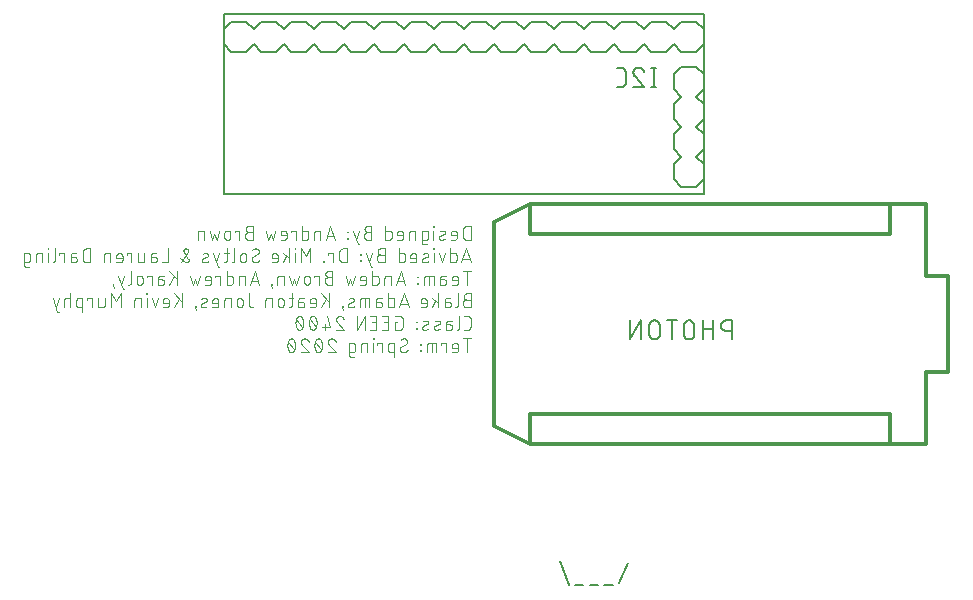
<source format=gbr>
G04 EAGLE Gerber RS-274X export*
G75*
%MOMM*%
%FSLAX34Y34*%
%LPD*%
%INSilkscreen Bottom*%
%IPPOS*%
%AMOC8*
5,1,8,0,0,1.08239X$1,22.5*%
G01*
%ADD10C,0.101600*%
%ADD11C,0.152400*%
%ADD12C,0.127000*%
%ADD13C,0.304800*%
%ADD14C,0.177800*%


D10*
X423500Y304800D02*
X423500Y316484D01*
X420254Y316484D01*
X420141Y316482D01*
X420028Y316476D01*
X419915Y316466D01*
X419802Y316452D01*
X419690Y316435D01*
X419579Y316413D01*
X419469Y316388D01*
X419359Y316358D01*
X419251Y316325D01*
X419144Y316288D01*
X419038Y316248D01*
X418934Y316203D01*
X418831Y316155D01*
X418730Y316104D01*
X418631Y316049D01*
X418534Y315991D01*
X418439Y315929D01*
X418346Y315864D01*
X418256Y315796D01*
X418168Y315725D01*
X418082Y315650D01*
X417999Y315573D01*
X417919Y315493D01*
X417842Y315410D01*
X417767Y315324D01*
X417696Y315236D01*
X417628Y315146D01*
X417563Y315053D01*
X417501Y314958D01*
X417443Y314861D01*
X417388Y314762D01*
X417337Y314661D01*
X417289Y314558D01*
X417244Y314454D01*
X417204Y314348D01*
X417167Y314241D01*
X417134Y314133D01*
X417104Y314023D01*
X417079Y313913D01*
X417057Y313802D01*
X417040Y313690D01*
X417026Y313577D01*
X417016Y313464D01*
X417010Y313351D01*
X417008Y313238D01*
X417009Y313238D02*
X417009Y308046D01*
X417008Y308046D02*
X417010Y307933D01*
X417016Y307820D01*
X417026Y307707D01*
X417040Y307594D01*
X417057Y307482D01*
X417079Y307371D01*
X417104Y307261D01*
X417134Y307151D01*
X417167Y307043D01*
X417204Y306936D01*
X417244Y306830D01*
X417289Y306726D01*
X417337Y306623D01*
X417388Y306522D01*
X417443Y306423D01*
X417501Y306326D01*
X417563Y306231D01*
X417628Y306138D01*
X417696Y306048D01*
X417767Y305960D01*
X417842Y305874D01*
X417919Y305791D01*
X417999Y305711D01*
X418082Y305634D01*
X418168Y305559D01*
X418256Y305488D01*
X418346Y305420D01*
X418439Y305355D01*
X418534Y305293D01*
X418631Y305235D01*
X418730Y305180D01*
X418831Y305129D01*
X418934Y305081D01*
X419038Y305036D01*
X419144Y304996D01*
X419251Y304959D01*
X419359Y304926D01*
X419469Y304896D01*
X419579Y304871D01*
X419690Y304849D01*
X419802Y304832D01*
X419915Y304818D01*
X420028Y304808D01*
X420141Y304802D01*
X420254Y304800D01*
X423500Y304800D01*
X409854Y304800D02*
X406609Y304800D01*
X409854Y304800D02*
X409941Y304802D01*
X410029Y304808D01*
X410115Y304818D01*
X410202Y304831D01*
X410287Y304849D01*
X410372Y304870D01*
X410456Y304895D01*
X410538Y304924D01*
X410619Y304957D01*
X410699Y304993D01*
X410777Y305032D01*
X410853Y305076D01*
X410927Y305122D01*
X410998Y305172D01*
X411068Y305225D01*
X411135Y305281D01*
X411199Y305340D01*
X411261Y305402D01*
X411320Y305466D01*
X411376Y305533D01*
X411429Y305603D01*
X411479Y305674D01*
X411525Y305748D01*
X411569Y305824D01*
X411608Y305902D01*
X411644Y305982D01*
X411677Y306063D01*
X411706Y306145D01*
X411731Y306229D01*
X411752Y306314D01*
X411770Y306399D01*
X411783Y306486D01*
X411793Y306572D01*
X411799Y306660D01*
X411801Y306747D01*
X411802Y306747D02*
X411802Y309993D01*
X411801Y309993D02*
X411799Y310094D01*
X411793Y310194D01*
X411783Y310294D01*
X411770Y310394D01*
X411752Y310493D01*
X411731Y310592D01*
X411706Y310689D01*
X411677Y310786D01*
X411644Y310881D01*
X411608Y310975D01*
X411568Y311067D01*
X411525Y311158D01*
X411478Y311247D01*
X411428Y311334D01*
X411374Y311420D01*
X411317Y311503D01*
X411257Y311583D01*
X411194Y311662D01*
X411127Y311738D01*
X411058Y311811D01*
X410986Y311881D01*
X410912Y311949D01*
X410835Y312014D01*
X410755Y312075D01*
X410673Y312134D01*
X410589Y312189D01*
X410503Y312241D01*
X410415Y312290D01*
X410325Y312335D01*
X410233Y312377D01*
X410140Y312415D01*
X410045Y312449D01*
X409950Y312480D01*
X409853Y312507D01*
X409755Y312530D01*
X409656Y312550D01*
X409556Y312565D01*
X409456Y312577D01*
X409356Y312585D01*
X409255Y312589D01*
X409155Y312589D01*
X409054Y312585D01*
X408954Y312577D01*
X408854Y312565D01*
X408754Y312550D01*
X408655Y312530D01*
X408557Y312507D01*
X408460Y312480D01*
X408365Y312449D01*
X408270Y312415D01*
X408177Y312377D01*
X408085Y312335D01*
X407995Y312290D01*
X407907Y312241D01*
X407821Y312189D01*
X407737Y312134D01*
X407655Y312075D01*
X407575Y312014D01*
X407498Y311949D01*
X407424Y311881D01*
X407352Y311811D01*
X407283Y311738D01*
X407216Y311662D01*
X407153Y311583D01*
X407093Y311503D01*
X407036Y311420D01*
X406982Y311334D01*
X406932Y311247D01*
X406885Y311158D01*
X406842Y311067D01*
X406802Y310975D01*
X406766Y310881D01*
X406733Y310786D01*
X406704Y310689D01*
X406679Y310592D01*
X406658Y310493D01*
X406640Y310394D01*
X406627Y310294D01*
X406617Y310194D01*
X406611Y310094D01*
X406609Y309993D01*
X406609Y308695D01*
X411802Y308695D01*
X400922Y309344D02*
X397676Y308046D01*
X400922Y309343D02*
X400997Y309376D01*
X401071Y309412D01*
X401143Y309451D01*
X401213Y309494D01*
X401280Y309540D01*
X401346Y309590D01*
X401408Y309642D01*
X401469Y309698D01*
X401526Y309756D01*
X401581Y309817D01*
X401632Y309881D01*
X401680Y309947D01*
X401725Y310016D01*
X401767Y310086D01*
X401805Y310159D01*
X401840Y310233D01*
X401871Y310309D01*
X401898Y310386D01*
X401921Y310465D01*
X401941Y310544D01*
X401956Y310625D01*
X401968Y310706D01*
X401976Y310788D01*
X401980Y310869D01*
X401979Y310951D01*
X401975Y311033D01*
X401967Y311115D01*
X401955Y311196D01*
X401939Y311276D01*
X401919Y311356D01*
X401895Y311434D01*
X401867Y311511D01*
X401836Y311587D01*
X401801Y311661D01*
X401763Y311733D01*
X401721Y311804D01*
X401675Y311872D01*
X401627Y311938D01*
X401575Y312001D01*
X401520Y312062D01*
X401462Y312120D01*
X401402Y312176D01*
X401339Y312228D01*
X401273Y312277D01*
X401205Y312323D01*
X401135Y312365D01*
X401063Y312405D01*
X400989Y312440D01*
X400914Y312472D01*
X400837Y312500D01*
X400759Y312524D01*
X400679Y312545D01*
X400599Y312562D01*
X400518Y312574D01*
X400437Y312583D01*
X400355Y312588D01*
X400273Y312589D01*
X400096Y312585D01*
X399919Y312576D01*
X399742Y312562D01*
X399565Y312545D01*
X399390Y312523D01*
X399214Y312498D01*
X399040Y312467D01*
X398866Y312433D01*
X398693Y312395D01*
X398521Y312352D01*
X398350Y312305D01*
X398180Y312255D01*
X398011Y312200D01*
X397844Y312141D01*
X397679Y312078D01*
X397514Y312011D01*
X397352Y311940D01*
X397676Y308046D02*
X397601Y308013D01*
X397527Y307977D01*
X397455Y307938D01*
X397385Y307895D01*
X397318Y307849D01*
X397252Y307799D01*
X397190Y307747D01*
X397129Y307691D01*
X397072Y307633D01*
X397017Y307572D01*
X396966Y307508D01*
X396918Y307442D01*
X396873Y307373D01*
X396831Y307303D01*
X396793Y307230D01*
X396758Y307156D01*
X396727Y307080D01*
X396700Y307003D01*
X396677Y306924D01*
X396657Y306845D01*
X396642Y306764D01*
X396630Y306683D01*
X396622Y306601D01*
X396618Y306520D01*
X396619Y306438D01*
X396623Y306356D01*
X396631Y306274D01*
X396643Y306193D01*
X396659Y306113D01*
X396679Y306033D01*
X396703Y305955D01*
X396731Y305878D01*
X396762Y305802D01*
X396797Y305728D01*
X396835Y305656D01*
X396877Y305585D01*
X396923Y305517D01*
X396971Y305451D01*
X397023Y305388D01*
X397078Y305327D01*
X397136Y305269D01*
X397196Y305213D01*
X397259Y305161D01*
X397325Y305112D01*
X397393Y305066D01*
X397463Y305024D01*
X397535Y304984D01*
X397609Y304949D01*
X397684Y304917D01*
X397761Y304889D01*
X397839Y304865D01*
X397919Y304844D01*
X397999Y304827D01*
X398080Y304815D01*
X398161Y304806D01*
X398243Y304801D01*
X398325Y304800D01*
X398585Y304807D01*
X398845Y304820D01*
X399105Y304839D01*
X399364Y304864D01*
X399623Y304896D01*
X399880Y304933D01*
X400137Y304977D01*
X400393Y305026D01*
X400647Y305082D01*
X400900Y305143D01*
X401151Y305211D01*
X401401Y305285D01*
X401649Y305364D01*
X401895Y305449D01*
X392060Y304800D02*
X392060Y312589D01*
X392385Y315835D02*
X392385Y316484D01*
X391736Y316484D01*
X391736Y315835D01*
X392385Y315835D01*
X385529Y304800D02*
X382284Y304800D01*
X385529Y304800D02*
X385616Y304802D01*
X385704Y304808D01*
X385790Y304818D01*
X385877Y304831D01*
X385962Y304849D01*
X386047Y304870D01*
X386131Y304895D01*
X386213Y304924D01*
X386294Y304957D01*
X386374Y304993D01*
X386452Y305032D01*
X386528Y305076D01*
X386602Y305122D01*
X386673Y305172D01*
X386743Y305225D01*
X386810Y305281D01*
X386874Y305340D01*
X386936Y305402D01*
X386995Y305466D01*
X387051Y305533D01*
X387104Y305603D01*
X387154Y305674D01*
X387200Y305748D01*
X387244Y305824D01*
X387283Y305902D01*
X387319Y305982D01*
X387352Y306063D01*
X387381Y306145D01*
X387406Y306229D01*
X387427Y306314D01*
X387445Y306399D01*
X387458Y306486D01*
X387468Y306572D01*
X387474Y306660D01*
X387476Y306747D01*
X387477Y306747D02*
X387477Y310642D01*
X387476Y310642D02*
X387474Y310729D01*
X387468Y310817D01*
X387458Y310903D01*
X387445Y310990D01*
X387427Y311075D01*
X387406Y311160D01*
X387381Y311244D01*
X387352Y311326D01*
X387319Y311407D01*
X387283Y311487D01*
X387244Y311565D01*
X387200Y311641D01*
X387154Y311715D01*
X387104Y311786D01*
X387051Y311856D01*
X386995Y311923D01*
X386936Y311987D01*
X386874Y312049D01*
X386810Y312108D01*
X386743Y312164D01*
X386673Y312217D01*
X386602Y312267D01*
X386528Y312313D01*
X386452Y312357D01*
X386374Y312396D01*
X386294Y312432D01*
X386213Y312465D01*
X386131Y312494D01*
X386047Y312519D01*
X385962Y312540D01*
X385877Y312558D01*
X385790Y312571D01*
X385704Y312581D01*
X385616Y312587D01*
X385529Y312589D01*
X382284Y312589D01*
X382284Y302853D01*
X382286Y302766D01*
X382292Y302678D01*
X382302Y302592D01*
X382315Y302505D01*
X382333Y302420D01*
X382354Y302335D01*
X382379Y302251D01*
X382408Y302169D01*
X382441Y302088D01*
X382477Y302008D01*
X382516Y301930D01*
X382560Y301854D01*
X382606Y301780D01*
X382656Y301709D01*
X382709Y301639D01*
X382765Y301572D01*
X382824Y301508D01*
X382886Y301446D01*
X382950Y301387D01*
X383017Y301331D01*
X383087Y301278D01*
X383158Y301228D01*
X383232Y301182D01*
X383308Y301138D01*
X383386Y301099D01*
X383466Y301063D01*
X383547Y301030D01*
X383629Y301001D01*
X383713Y300976D01*
X383798Y300955D01*
X383883Y300937D01*
X383970Y300924D01*
X384056Y300914D01*
X384144Y300908D01*
X384231Y300906D01*
X384231Y300905D02*
X386827Y300905D01*
X376750Y304800D02*
X376750Y312589D01*
X373504Y312589D01*
X373417Y312587D01*
X373329Y312581D01*
X373243Y312571D01*
X373156Y312558D01*
X373071Y312540D01*
X372986Y312519D01*
X372902Y312494D01*
X372820Y312465D01*
X372739Y312432D01*
X372659Y312396D01*
X372581Y312357D01*
X372505Y312313D01*
X372431Y312267D01*
X372360Y312217D01*
X372290Y312164D01*
X372223Y312108D01*
X372159Y312049D01*
X372097Y311988D01*
X372038Y311923D01*
X371982Y311856D01*
X371929Y311786D01*
X371879Y311715D01*
X371833Y311641D01*
X371790Y311565D01*
X371750Y311487D01*
X371714Y311407D01*
X371681Y311326D01*
X371652Y311244D01*
X371627Y311160D01*
X371606Y311075D01*
X371588Y310990D01*
X371575Y310903D01*
X371565Y310817D01*
X371559Y310729D01*
X371557Y310642D01*
X371557Y304800D01*
X364515Y304800D02*
X361270Y304800D01*
X364515Y304800D02*
X364602Y304802D01*
X364690Y304808D01*
X364776Y304818D01*
X364863Y304831D01*
X364948Y304849D01*
X365033Y304870D01*
X365117Y304895D01*
X365199Y304924D01*
X365280Y304957D01*
X365360Y304993D01*
X365438Y305032D01*
X365514Y305076D01*
X365588Y305122D01*
X365659Y305172D01*
X365729Y305225D01*
X365796Y305281D01*
X365860Y305340D01*
X365922Y305402D01*
X365981Y305466D01*
X366037Y305533D01*
X366090Y305603D01*
X366140Y305674D01*
X366186Y305748D01*
X366230Y305824D01*
X366269Y305902D01*
X366305Y305982D01*
X366338Y306063D01*
X366367Y306145D01*
X366392Y306229D01*
X366413Y306314D01*
X366431Y306399D01*
X366444Y306486D01*
X366454Y306572D01*
X366460Y306660D01*
X366462Y306747D01*
X366463Y306747D02*
X366463Y309993D01*
X366462Y309993D02*
X366460Y310094D01*
X366454Y310194D01*
X366444Y310294D01*
X366431Y310394D01*
X366413Y310493D01*
X366392Y310592D01*
X366367Y310689D01*
X366338Y310786D01*
X366305Y310881D01*
X366269Y310975D01*
X366229Y311067D01*
X366186Y311158D01*
X366139Y311247D01*
X366089Y311334D01*
X366035Y311420D01*
X365978Y311503D01*
X365918Y311583D01*
X365855Y311662D01*
X365788Y311738D01*
X365719Y311811D01*
X365647Y311881D01*
X365573Y311949D01*
X365496Y312014D01*
X365416Y312075D01*
X365334Y312134D01*
X365250Y312189D01*
X365164Y312241D01*
X365076Y312290D01*
X364986Y312335D01*
X364894Y312377D01*
X364801Y312415D01*
X364706Y312449D01*
X364611Y312480D01*
X364514Y312507D01*
X364416Y312530D01*
X364317Y312550D01*
X364217Y312565D01*
X364117Y312577D01*
X364017Y312585D01*
X363916Y312589D01*
X363816Y312589D01*
X363715Y312585D01*
X363615Y312577D01*
X363515Y312565D01*
X363415Y312550D01*
X363316Y312530D01*
X363218Y312507D01*
X363121Y312480D01*
X363026Y312449D01*
X362931Y312415D01*
X362838Y312377D01*
X362746Y312335D01*
X362656Y312290D01*
X362568Y312241D01*
X362482Y312189D01*
X362398Y312134D01*
X362316Y312075D01*
X362236Y312014D01*
X362159Y311949D01*
X362085Y311881D01*
X362013Y311811D01*
X361944Y311738D01*
X361877Y311662D01*
X361814Y311583D01*
X361754Y311503D01*
X361697Y311420D01*
X361643Y311334D01*
X361593Y311247D01*
X361546Y311158D01*
X361503Y311067D01*
X361463Y310975D01*
X361427Y310881D01*
X361394Y310786D01*
X361365Y310689D01*
X361340Y310592D01*
X361319Y310493D01*
X361301Y310394D01*
X361288Y310294D01*
X361278Y310194D01*
X361272Y310094D01*
X361270Y309993D01*
X361270Y308695D01*
X366463Y308695D01*
X351423Y304800D02*
X351423Y316484D01*
X351423Y304800D02*
X354668Y304800D01*
X354755Y304802D01*
X354843Y304808D01*
X354929Y304818D01*
X355016Y304831D01*
X355101Y304849D01*
X355186Y304870D01*
X355270Y304895D01*
X355352Y304924D01*
X355433Y304957D01*
X355513Y304993D01*
X355591Y305032D01*
X355667Y305076D01*
X355741Y305122D01*
X355812Y305172D01*
X355882Y305225D01*
X355949Y305281D01*
X356013Y305340D01*
X356075Y305402D01*
X356134Y305466D01*
X356190Y305533D01*
X356243Y305603D01*
X356293Y305674D01*
X356339Y305748D01*
X356383Y305824D01*
X356422Y305902D01*
X356458Y305982D01*
X356491Y306063D01*
X356520Y306145D01*
X356545Y306229D01*
X356566Y306314D01*
X356584Y306399D01*
X356597Y306486D01*
X356607Y306572D01*
X356613Y306660D01*
X356615Y306747D01*
X356616Y306747D02*
X356616Y310642D01*
X356615Y310642D02*
X356613Y310729D01*
X356607Y310817D01*
X356597Y310903D01*
X356584Y310990D01*
X356566Y311075D01*
X356545Y311160D01*
X356520Y311244D01*
X356491Y311326D01*
X356458Y311407D01*
X356422Y311487D01*
X356383Y311565D01*
X356339Y311641D01*
X356293Y311715D01*
X356243Y311786D01*
X356190Y311856D01*
X356134Y311923D01*
X356075Y311987D01*
X356013Y312049D01*
X355949Y312108D01*
X355882Y312164D01*
X355812Y312217D01*
X355741Y312267D01*
X355667Y312313D01*
X355591Y312357D01*
X355513Y312396D01*
X355433Y312432D01*
X355352Y312465D01*
X355270Y312494D01*
X355186Y312519D01*
X355101Y312540D01*
X355016Y312558D01*
X354929Y312571D01*
X354843Y312581D01*
X354755Y312587D01*
X354668Y312589D01*
X351423Y312589D01*
X339510Y311291D02*
X336265Y311291D01*
X336265Y311292D02*
X336152Y311290D01*
X336039Y311284D01*
X335926Y311274D01*
X335813Y311260D01*
X335701Y311243D01*
X335590Y311221D01*
X335480Y311196D01*
X335370Y311166D01*
X335262Y311133D01*
X335155Y311096D01*
X335049Y311056D01*
X334945Y311011D01*
X334842Y310963D01*
X334741Y310912D01*
X334642Y310857D01*
X334545Y310799D01*
X334450Y310737D01*
X334357Y310672D01*
X334267Y310604D01*
X334179Y310533D01*
X334093Y310458D01*
X334010Y310381D01*
X333930Y310301D01*
X333853Y310218D01*
X333778Y310132D01*
X333707Y310044D01*
X333639Y309954D01*
X333574Y309861D01*
X333512Y309766D01*
X333454Y309669D01*
X333399Y309570D01*
X333348Y309469D01*
X333300Y309366D01*
X333255Y309262D01*
X333215Y309156D01*
X333178Y309049D01*
X333145Y308941D01*
X333115Y308831D01*
X333090Y308721D01*
X333068Y308610D01*
X333051Y308498D01*
X333037Y308385D01*
X333027Y308272D01*
X333021Y308159D01*
X333019Y308046D01*
X333021Y307933D01*
X333027Y307820D01*
X333037Y307707D01*
X333051Y307594D01*
X333068Y307482D01*
X333090Y307371D01*
X333115Y307261D01*
X333145Y307151D01*
X333178Y307043D01*
X333215Y306936D01*
X333255Y306830D01*
X333300Y306726D01*
X333348Y306623D01*
X333399Y306522D01*
X333454Y306423D01*
X333512Y306326D01*
X333574Y306231D01*
X333639Y306138D01*
X333707Y306048D01*
X333778Y305960D01*
X333853Y305874D01*
X333930Y305791D01*
X334010Y305711D01*
X334093Y305634D01*
X334179Y305559D01*
X334267Y305488D01*
X334357Y305420D01*
X334450Y305355D01*
X334545Y305293D01*
X334642Y305235D01*
X334741Y305180D01*
X334842Y305129D01*
X334945Y305081D01*
X335049Y305036D01*
X335155Y304996D01*
X335262Y304959D01*
X335370Y304926D01*
X335480Y304896D01*
X335590Y304871D01*
X335701Y304849D01*
X335813Y304832D01*
X335926Y304818D01*
X336039Y304808D01*
X336152Y304802D01*
X336265Y304800D01*
X339510Y304800D01*
X339510Y316484D01*
X336265Y316484D01*
X336164Y316482D01*
X336064Y316476D01*
X335964Y316466D01*
X335864Y316453D01*
X335765Y316435D01*
X335666Y316414D01*
X335569Y316389D01*
X335472Y316360D01*
X335377Y316327D01*
X335283Y316291D01*
X335191Y316251D01*
X335100Y316208D01*
X335011Y316161D01*
X334924Y316111D01*
X334838Y316057D01*
X334755Y316000D01*
X334675Y315940D01*
X334596Y315877D01*
X334520Y315810D01*
X334447Y315741D01*
X334377Y315669D01*
X334309Y315595D01*
X334244Y315518D01*
X334183Y315438D01*
X334124Y315356D01*
X334069Y315272D01*
X334017Y315186D01*
X333968Y315098D01*
X333923Y315008D01*
X333881Y314916D01*
X333843Y314823D01*
X333809Y314728D01*
X333778Y314633D01*
X333751Y314536D01*
X333728Y314438D01*
X333708Y314339D01*
X333693Y314239D01*
X333681Y314139D01*
X333673Y314039D01*
X333669Y313938D01*
X333669Y313838D01*
X333673Y313737D01*
X333681Y313637D01*
X333693Y313537D01*
X333708Y313437D01*
X333728Y313338D01*
X333751Y313240D01*
X333778Y313143D01*
X333809Y313048D01*
X333843Y312953D01*
X333881Y312860D01*
X333923Y312768D01*
X333968Y312678D01*
X334017Y312590D01*
X334069Y312504D01*
X334124Y312420D01*
X334183Y312338D01*
X334244Y312258D01*
X334309Y312181D01*
X334377Y312107D01*
X334447Y312035D01*
X334520Y311966D01*
X334596Y311899D01*
X334675Y311836D01*
X334755Y311776D01*
X334838Y311719D01*
X334924Y311665D01*
X335011Y311615D01*
X335100Y311568D01*
X335191Y311525D01*
X335283Y311485D01*
X335377Y311449D01*
X335472Y311416D01*
X335569Y311387D01*
X335666Y311362D01*
X335765Y311341D01*
X335864Y311323D01*
X335964Y311310D01*
X336064Y311300D01*
X336164Y311294D01*
X336265Y311292D01*
X329125Y300905D02*
X327826Y300905D01*
X323932Y312589D01*
X329125Y312589D02*
X326528Y304800D01*
X319614Y305774D02*
X319614Y306423D01*
X318965Y306423D01*
X318965Y305774D01*
X319614Y305774D01*
X319614Y310967D02*
X319614Y311616D01*
X318965Y311616D01*
X318965Y310967D01*
X319614Y310967D01*
X308706Y304800D02*
X304811Y316484D01*
X300917Y304800D01*
X301890Y307721D02*
X307732Y307721D01*
X296359Y304800D02*
X296359Y312589D01*
X293113Y312589D01*
X293026Y312587D01*
X292938Y312581D01*
X292852Y312571D01*
X292765Y312558D01*
X292680Y312540D01*
X292595Y312519D01*
X292511Y312494D01*
X292429Y312465D01*
X292348Y312432D01*
X292268Y312396D01*
X292190Y312357D01*
X292114Y312313D01*
X292040Y312267D01*
X291969Y312217D01*
X291899Y312164D01*
X291832Y312108D01*
X291768Y312049D01*
X291706Y311988D01*
X291647Y311923D01*
X291591Y311856D01*
X291538Y311786D01*
X291488Y311715D01*
X291442Y311641D01*
X291399Y311565D01*
X291359Y311487D01*
X291323Y311407D01*
X291290Y311326D01*
X291261Y311244D01*
X291236Y311160D01*
X291215Y311075D01*
X291197Y310990D01*
X291184Y310903D01*
X291174Y310817D01*
X291168Y310729D01*
X291166Y310642D01*
X291166Y304800D01*
X280938Y304800D02*
X280938Y316484D01*
X280938Y304800D02*
X284183Y304800D01*
X284270Y304802D01*
X284358Y304808D01*
X284444Y304818D01*
X284531Y304831D01*
X284616Y304849D01*
X284701Y304870D01*
X284785Y304895D01*
X284867Y304924D01*
X284948Y304957D01*
X285028Y304993D01*
X285106Y305032D01*
X285182Y305076D01*
X285256Y305122D01*
X285327Y305172D01*
X285397Y305225D01*
X285464Y305281D01*
X285528Y305340D01*
X285590Y305402D01*
X285649Y305466D01*
X285705Y305533D01*
X285758Y305603D01*
X285808Y305674D01*
X285854Y305748D01*
X285898Y305824D01*
X285937Y305902D01*
X285973Y305982D01*
X286006Y306063D01*
X286035Y306145D01*
X286060Y306229D01*
X286081Y306314D01*
X286099Y306399D01*
X286112Y306486D01*
X286122Y306572D01*
X286128Y306660D01*
X286130Y306747D01*
X286131Y306747D02*
X286131Y310642D01*
X286130Y310642D02*
X286128Y310729D01*
X286122Y310817D01*
X286112Y310903D01*
X286099Y310990D01*
X286081Y311075D01*
X286060Y311160D01*
X286035Y311244D01*
X286006Y311326D01*
X285973Y311407D01*
X285937Y311487D01*
X285898Y311565D01*
X285854Y311641D01*
X285808Y311715D01*
X285758Y311786D01*
X285705Y311856D01*
X285649Y311923D01*
X285590Y311987D01*
X285528Y312049D01*
X285464Y312108D01*
X285397Y312164D01*
X285327Y312217D01*
X285256Y312267D01*
X285182Y312313D01*
X285106Y312357D01*
X285028Y312396D01*
X284948Y312432D01*
X284867Y312465D01*
X284785Y312494D01*
X284701Y312519D01*
X284616Y312540D01*
X284531Y312558D01*
X284444Y312571D01*
X284358Y312581D01*
X284270Y312587D01*
X284183Y312589D01*
X280938Y312589D01*
X275337Y312589D02*
X275337Y304800D01*
X275337Y312589D02*
X271443Y312589D01*
X271443Y311291D01*
X265836Y304800D02*
X262591Y304800D01*
X265836Y304800D02*
X265923Y304802D01*
X266011Y304808D01*
X266097Y304818D01*
X266184Y304831D01*
X266269Y304849D01*
X266354Y304870D01*
X266438Y304895D01*
X266520Y304924D01*
X266601Y304957D01*
X266681Y304993D01*
X266759Y305032D01*
X266835Y305076D01*
X266909Y305122D01*
X266980Y305172D01*
X267050Y305225D01*
X267117Y305281D01*
X267181Y305340D01*
X267243Y305402D01*
X267302Y305466D01*
X267358Y305533D01*
X267411Y305603D01*
X267461Y305674D01*
X267507Y305748D01*
X267551Y305824D01*
X267590Y305902D01*
X267626Y305982D01*
X267659Y306063D01*
X267688Y306145D01*
X267713Y306229D01*
X267734Y306314D01*
X267752Y306399D01*
X267765Y306486D01*
X267775Y306572D01*
X267781Y306660D01*
X267783Y306747D01*
X267784Y306747D02*
X267784Y309993D01*
X267783Y309993D02*
X267781Y310094D01*
X267775Y310194D01*
X267765Y310294D01*
X267752Y310394D01*
X267734Y310493D01*
X267713Y310592D01*
X267688Y310689D01*
X267659Y310786D01*
X267626Y310881D01*
X267590Y310975D01*
X267550Y311067D01*
X267507Y311158D01*
X267460Y311247D01*
X267410Y311334D01*
X267356Y311420D01*
X267299Y311503D01*
X267239Y311583D01*
X267176Y311662D01*
X267109Y311738D01*
X267040Y311811D01*
X266968Y311881D01*
X266894Y311949D01*
X266817Y312014D01*
X266737Y312075D01*
X266655Y312134D01*
X266571Y312189D01*
X266485Y312241D01*
X266397Y312290D01*
X266307Y312335D01*
X266215Y312377D01*
X266122Y312415D01*
X266027Y312449D01*
X265932Y312480D01*
X265835Y312507D01*
X265737Y312530D01*
X265638Y312550D01*
X265538Y312565D01*
X265438Y312577D01*
X265338Y312585D01*
X265237Y312589D01*
X265137Y312589D01*
X265036Y312585D01*
X264936Y312577D01*
X264836Y312565D01*
X264736Y312550D01*
X264637Y312530D01*
X264539Y312507D01*
X264442Y312480D01*
X264347Y312449D01*
X264252Y312415D01*
X264159Y312377D01*
X264067Y312335D01*
X263977Y312290D01*
X263889Y312241D01*
X263803Y312189D01*
X263719Y312134D01*
X263637Y312075D01*
X263557Y312014D01*
X263480Y311949D01*
X263406Y311881D01*
X263334Y311811D01*
X263265Y311738D01*
X263198Y311662D01*
X263135Y311583D01*
X263075Y311503D01*
X263018Y311420D01*
X262964Y311334D01*
X262914Y311247D01*
X262867Y311158D01*
X262824Y311067D01*
X262784Y310975D01*
X262748Y310881D01*
X262715Y310786D01*
X262686Y310689D01*
X262661Y310592D01*
X262640Y310493D01*
X262622Y310394D01*
X262609Y310294D01*
X262599Y310194D01*
X262593Y310094D01*
X262591Y309993D01*
X262591Y308695D01*
X267784Y308695D01*
X258033Y312589D02*
X256086Y304800D01*
X254138Y309993D01*
X252191Y304800D01*
X250244Y312589D01*
X238927Y311291D02*
X235681Y311291D01*
X235681Y311292D02*
X235568Y311290D01*
X235455Y311284D01*
X235342Y311274D01*
X235229Y311260D01*
X235117Y311243D01*
X235006Y311221D01*
X234896Y311196D01*
X234786Y311166D01*
X234678Y311133D01*
X234571Y311096D01*
X234465Y311056D01*
X234361Y311011D01*
X234258Y310963D01*
X234157Y310912D01*
X234058Y310857D01*
X233961Y310799D01*
X233866Y310737D01*
X233773Y310672D01*
X233683Y310604D01*
X233595Y310533D01*
X233509Y310458D01*
X233426Y310381D01*
X233346Y310301D01*
X233269Y310218D01*
X233194Y310132D01*
X233123Y310044D01*
X233055Y309954D01*
X232990Y309861D01*
X232928Y309766D01*
X232870Y309669D01*
X232815Y309570D01*
X232764Y309469D01*
X232716Y309366D01*
X232671Y309262D01*
X232631Y309156D01*
X232594Y309049D01*
X232561Y308941D01*
X232531Y308831D01*
X232506Y308721D01*
X232484Y308610D01*
X232467Y308498D01*
X232453Y308385D01*
X232443Y308272D01*
X232437Y308159D01*
X232435Y308046D01*
X232437Y307933D01*
X232443Y307820D01*
X232453Y307707D01*
X232467Y307594D01*
X232484Y307482D01*
X232506Y307371D01*
X232531Y307261D01*
X232561Y307151D01*
X232594Y307043D01*
X232631Y306936D01*
X232671Y306830D01*
X232716Y306726D01*
X232764Y306623D01*
X232815Y306522D01*
X232870Y306423D01*
X232928Y306326D01*
X232990Y306231D01*
X233055Y306138D01*
X233123Y306048D01*
X233194Y305960D01*
X233269Y305874D01*
X233346Y305791D01*
X233426Y305711D01*
X233509Y305634D01*
X233595Y305559D01*
X233683Y305488D01*
X233773Y305420D01*
X233866Y305355D01*
X233961Y305293D01*
X234058Y305235D01*
X234157Y305180D01*
X234258Y305129D01*
X234361Y305081D01*
X234465Y305036D01*
X234571Y304996D01*
X234678Y304959D01*
X234786Y304926D01*
X234896Y304896D01*
X235006Y304871D01*
X235117Y304849D01*
X235229Y304832D01*
X235342Y304818D01*
X235455Y304808D01*
X235568Y304802D01*
X235681Y304800D01*
X238927Y304800D01*
X238927Y316484D01*
X235681Y316484D01*
X235580Y316482D01*
X235480Y316476D01*
X235380Y316466D01*
X235280Y316453D01*
X235181Y316435D01*
X235082Y316414D01*
X234985Y316389D01*
X234888Y316360D01*
X234793Y316327D01*
X234699Y316291D01*
X234607Y316251D01*
X234516Y316208D01*
X234427Y316161D01*
X234340Y316111D01*
X234254Y316057D01*
X234171Y316000D01*
X234091Y315940D01*
X234012Y315877D01*
X233936Y315810D01*
X233863Y315741D01*
X233793Y315669D01*
X233725Y315595D01*
X233660Y315518D01*
X233599Y315438D01*
X233540Y315356D01*
X233485Y315272D01*
X233433Y315186D01*
X233384Y315098D01*
X233339Y315008D01*
X233297Y314916D01*
X233259Y314823D01*
X233225Y314728D01*
X233194Y314633D01*
X233167Y314536D01*
X233144Y314438D01*
X233124Y314339D01*
X233109Y314239D01*
X233097Y314139D01*
X233089Y314039D01*
X233085Y313938D01*
X233085Y313838D01*
X233089Y313737D01*
X233097Y313637D01*
X233109Y313537D01*
X233124Y313437D01*
X233144Y313338D01*
X233167Y313240D01*
X233194Y313143D01*
X233225Y313048D01*
X233259Y312953D01*
X233297Y312860D01*
X233339Y312768D01*
X233384Y312678D01*
X233433Y312590D01*
X233485Y312504D01*
X233540Y312420D01*
X233599Y312338D01*
X233660Y312258D01*
X233725Y312181D01*
X233793Y312107D01*
X233863Y312035D01*
X233936Y311966D01*
X234012Y311899D01*
X234091Y311836D01*
X234171Y311776D01*
X234254Y311719D01*
X234340Y311665D01*
X234427Y311615D01*
X234516Y311568D01*
X234607Y311525D01*
X234699Y311485D01*
X234793Y311449D01*
X234888Y311416D01*
X234985Y311387D01*
X235082Y311362D01*
X235181Y311341D01*
X235280Y311323D01*
X235380Y311310D01*
X235480Y311300D01*
X235580Y311294D01*
X235681Y311292D01*
X227712Y312589D02*
X227712Y304800D01*
X227712Y312589D02*
X223818Y312589D01*
X223818Y311291D01*
X220159Y309993D02*
X220159Y307396D01*
X220158Y309993D02*
X220156Y310094D01*
X220150Y310194D01*
X220140Y310294D01*
X220127Y310394D01*
X220109Y310493D01*
X220088Y310592D01*
X220063Y310689D01*
X220034Y310786D01*
X220001Y310881D01*
X219965Y310975D01*
X219925Y311067D01*
X219882Y311158D01*
X219835Y311247D01*
X219785Y311334D01*
X219731Y311420D01*
X219674Y311503D01*
X219614Y311583D01*
X219551Y311662D01*
X219484Y311738D01*
X219415Y311811D01*
X219343Y311881D01*
X219269Y311949D01*
X219192Y312014D01*
X219112Y312075D01*
X219030Y312134D01*
X218946Y312189D01*
X218860Y312241D01*
X218772Y312290D01*
X218682Y312335D01*
X218590Y312377D01*
X218497Y312415D01*
X218402Y312449D01*
X218307Y312480D01*
X218210Y312507D01*
X218112Y312530D01*
X218013Y312550D01*
X217913Y312565D01*
X217813Y312577D01*
X217713Y312585D01*
X217612Y312589D01*
X217512Y312589D01*
X217411Y312585D01*
X217311Y312577D01*
X217211Y312565D01*
X217111Y312550D01*
X217012Y312530D01*
X216914Y312507D01*
X216817Y312480D01*
X216722Y312449D01*
X216627Y312415D01*
X216534Y312377D01*
X216442Y312335D01*
X216352Y312290D01*
X216264Y312241D01*
X216178Y312189D01*
X216094Y312134D01*
X216012Y312075D01*
X215932Y312014D01*
X215855Y311949D01*
X215781Y311881D01*
X215709Y311811D01*
X215640Y311738D01*
X215573Y311662D01*
X215510Y311583D01*
X215450Y311503D01*
X215393Y311420D01*
X215339Y311334D01*
X215289Y311247D01*
X215242Y311158D01*
X215199Y311067D01*
X215159Y310975D01*
X215123Y310881D01*
X215090Y310786D01*
X215061Y310689D01*
X215036Y310592D01*
X215015Y310493D01*
X214997Y310394D01*
X214984Y310294D01*
X214974Y310194D01*
X214968Y310094D01*
X214966Y309993D01*
X214966Y307396D01*
X214968Y307295D01*
X214974Y307195D01*
X214984Y307095D01*
X214997Y306995D01*
X215015Y306896D01*
X215036Y306797D01*
X215061Y306700D01*
X215090Y306603D01*
X215123Y306508D01*
X215159Y306414D01*
X215199Y306322D01*
X215242Y306231D01*
X215289Y306142D01*
X215339Y306055D01*
X215393Y305969D01*
X215450Y305886D01*
X215510Y305806D01*
X215573Y305727D01*
X215640Y305651D01*
X215709Y305578D01*
X215781Y305508D01*
X215855Y305440D01*
X215932Y305375D01*
X216012Y305314D01*
X216094Y305255D01*
X216178Y305200D01*
X216264Y305148D01*
X216352Y305099D01*
X216442Y305054D01*
X216534Y305012D01*
X216627Y304974D01*
X216722Y304940D01*
X216817Y304909D01*
X216914Y304882D01*
X217012Y304859D01*
X217111Y304839D01*
X217211Y304824D01*
X217311Y304812D01*
X217411Y304804D01*
X217512Y304800D01*
X217612Y304800D01*
X217713Y304804D01*
X217813Y304812D01*
X217913Y304824D01*
X218013Y304839D01*
X218112Y304859D01*
X218210Y304882D01*
X218307Y304909D01*
X218402Y304940D01*
X218497Y304974D01*
X218590Y305012D01*
X218682Y305054D01*
X218772Y305099D01*
X218860Y305148D01*
X218946Y305200D01*
X219030Y305255D01*
X219112Y305314D01*
X219192Y305375D01*
X219269Y305440D01*
X219343Y305508D01*
X219415Y305578D01*
X219484Y305651D01*
X219551Y305727D01*
X219614Y305806D01*
X219674Y305886D01*
X219731Y305969D01*
X219785Y306055D01*
X219835Y306142D01*
X219882Y306231D01*
X219925Y306322D01*
X219965Y306414D01*
X220001Y306508D01*
X220034Y306603D01*
X220063Y306700D01*
X220088Y306797D01*
X220109Y306896D01*
X220127Y306995D01*
X220140Y307095D01*
X220150Y307195D01*
X220156Y307295D01*
X220158Y307396D01*
X210408Y312589D02*
X208461Y304800D01*
X206513Y309993D01*
X204566Y304800D01*
X202619Y312589D01*
X197680Y312589D02*
X197680Y304800D01*
X197680Y312589D02*
X194434Y312589D01*
X194347Y312587D01*
X194259Y312581D01*
X194173Y312571D01*
X194086Y312558D01*
X194001Y312540D01*
X193916Y312519D01*
X193832Y312494D01*
X193750Y312465D01*
X193669Y312432D01*
X193589Y312396D01*
X193511Y312357D01*
X193435Y312313D01*
X193361Y312267D01*
X193290Y312217D01*
X193220Y312164D01*
X193153Y312108D01*
X193089Y312049D01*
X193027Y311988D01*
X192968Y311923D01*
X192912Y311856D01*
X192859Y311786D01*
X192809Y311715D01*
X192763Y311641D01*
X192720Y311565D01*
X192680Y311487D01*
X192644Y311407D01*
X192611Y311326D01*
X192582Y311244D01*
X192557Y311160D01*
X192536Y311075D01*
X192518Y310990D01*
X192505Y310903D01*
X192495Y310817D01*
X192489Y310729D01*
X192487Y310642D01*
X192487Y304800D01*
X419605Y297434D02*
X423500Y285750D01*
X415710Y285750D02*
X419605Y297434D01*
X416684Y288671D02*
X422526Y288671D01*
X406399Y285750D02*
X406399Y297434D01*
X406399Y285750D02*
X409645Y285750D01*
X409732Y285752D01*
X409820Y285758D01*
X409906Y285768D01*
X409993Y285781D01*
X410078Y285799D01*
X410163Y285820D01*
X410247Y285845D01*
X410329Y285874D01*
X410410Y285907D01*
X410490Y285943D01*
X410568Y285982D01*
X410644Y286026D01*
X410718Y286072D01*
X410789Y286122D01*
X410859Y286175D01*
X410926Y286231D01*
X410990Y286290D01*
X411052Y286352D01*
X411111Y286416D01*
X411167Y286483D01*
X411220Y286553D01*
X411270Y286624D01*
X411316Y286698D01*
X411360Y286774D01*
X411399Y286852D01*
X411435Y286932D01*
X411468Y287013D01*
X411497Y287095D01*
X411522Y287179D01*
X411543Y287264D01*
X411561Y287349D01*
X411574Y287436D01*
X411584Y287522D01*
X411590Y287610D01*
X411592Y287697D01*
X411592Y291592D01*
X411590Y291679D01*
X411584Y291767D01*
X411574Y291853D01*
X411561Y291940D01*
X411543Y292025D01*
X411522Y292110D01*
X411497Y292194D01*
X411468Y292276D01*
X411435Y292357D01*
X411399Y292437D01*
X411360Y292515D01*
X411316Y292591D01*
X411270Y292665D01*
X411220Y292736D01*
X411167Y292806D01*
X411111Y292873D01*
X411052Y292937D01*
X410990Y292999D01*
X410926Y293058D01*
X410859Y293114D01*
X410789Y293167D01*
X410718Y293217D01*
X410644Y293263D01*
X410568Y293307D01*
X410490Y293346D01*
X410410Y293382D01*
X410329Y293415D01*
X410247Y293444D01*
X410163Y293469D01*
X410078Y293490D01*
X409993Y293508D01*
X409906Y293521D01*
X409820Y293531D01*
X409732Y293537D01*
X409645Y293539D01*
X406399Y293539D01*
X401627Y293539D02*
X399031Y285750D01*
X396435Y293539D01*
X392173Y293539D02*
X392173Y285750D01*
X392498Y296785D02*
X392498Y297434D01*
X391849Y297434D01*
X391849Y296785D01*
X392498Y296785D01*
X386557Y290294D02*
X383311Y288996D01*
X386557Y290293D02*
X386632Y290326D01*
X386706Y290362D01*
X386778Y290401D01*
X386848Y290444D01*
X386915Y290490D01*
X386981Y290540D01*
X387043Y290592D01*
X387104Y290648D01*
X387161Y290706D01*
X387216Y290767D01*
X387267Y290831D01*
X387315Y290897D01*
X387360Y290966D01*
X387402Y291036D01*
X387440Y291109D01*
X387475Y291183D01*
X387506Y291259D01*
X387533Y291336D01*
X387556Y291415D01*
X387576Y291494D01*
X387591Y291575D01*
X387603Y291656D01*
X387611Y291738D01*
X387615Y291819D01*
X387614Y291901D01*
X387610Y291983D01*
X387602Y292065D01*
X387590Y292146D01*
X387574Y292226D01*
X387554Y292306D01*
X387530Y292384D01*
X387502Y292461D01*
X387471Y292537D01*
X387436Y292611D01*
X387398Y292683D01*
X387356Y292754D01*
X387310Y292822D01*
X387262Y292888D01*
X387210Y292951D01*
X387155Y293012D01*
X387097Y293070D01*
X387037Y293126D01*
X386974Y293178D01*
X386908Y293227D01*
X386840Y293273D01*
X386770Y293315D01*
X386698Y293355D01*
X386624Y293390D01*
X386549Y293422D01*
X386472Y293450D01*
X386394Y293474D01*
X386314Y293495D01*
X386234Y293512D01*
X386153Y293524D01*
X386072Y293533D01*
X385990Y293538D01*
X385908Y293539D01*
X385731Y293535D01*
X385554Y293526D01*
X385377Y293512D01*
X385200Y293495D01*
X385025Y293473D01*
X384849Y293448D01*
X384675Y293417D01*
X384501Y293383D01*
X384328Y293345D01*
X384156Y293302D01*
X383985Y293255D01*
X383815Y293205D01*
X383646Y293150D01*
X383479Y293091D01*
X383314Y293028D01*
X383149Y292961D01*
X382987Y292890D01*
X383311Y288996D02*
X383236Y288963D01*
X383162Y288927D01*
X383090Y288888D01*
X383020Y288845D01*
X382953Y288799D01*
X382887Y288749D01*
X382825Y288697D01*
X382764Y288641D01*
X382707Y288583D01*
X382652Y288522D01*
X382601Y288458D01*
X382553Y288392D01*
X382508Y288323D01*
X382466Y288253D01*
X382428Y288180D01*
X382393Y288106D01*
X382362Y288030D01*
X382335Y287953D01*
X382312Y287874D01*
X382292Y287795D01*
X382277Y287714D01*
X382265Y287633D01*
X382257Y287551D01*
X382253Y287470D01*
X382254Y287388D01*
X382258Y287306D01*
X382266Y287224D01*
X382278Y287143D01*
X382294Y287063D01*
X382314Y286983D01*
X382338Y286905D01*
X382366Y286828D01*
X382397Y286752D01*
X382432Y286678D01*
X382470Y286606D01*
X382512Y286535D01*
X382558Y286467D01*
X382606Y286401D01*
X382658Y286338D01*
X382713Y286277D01*
X382771Y286219D01*
X382831Y286163D01*
X382894Y286111D01*
X382960Y286062D01*
X383028Y286016D01*
X383098Y285974D01*
X383170Y285934D01*
X383244Y285899D01*
X383319Y285867D01*
X383396Y285839D01*
X383474Y285815D01*
X383554Y285794D01*
X383634Y285777D01*
X383715Y285765D01*
X383796Y285756D01*
X383878Y285751D01*
X383960Y285750D01*
X384220Y285757D01*
X384480Y285770D01*
X384740Y285789D01*
X384999Y285814D01*
X385258Y285846D01*
X385515Y285883D01*
X385772Y285927D01*
X386028Y285976D01*
X386282Y286032D01*
X386535Y286093D01*
X386786Y286161D01*
X387036Y286235D01*
X387284Y286314D01*
X387530Y286399D01*
X375677Y285750D02*
X372432Y285750D01*
X375677Y285750D02*
X375764Y285752D01*
X375852Y285758D01*
X375938Y285768D01*
X376025Y285781D01*
X376110Y285799D01*
X376195Y285820D01*
X376279Y285845D01*
X376361Y285874D01*
X376442Y285907D01*
X376522Y285943D01*
X376600Y285982D01*
X376676Y286026D01*
X376750Y286072D01*
X376821Y286122D01*
X376891Y286175D01*
X376958Y286231D01*
X377022Y286290D01*
X377084Y286352D01*
X377143Y286416D01*
X377199Y286483D01*
X377252Y286553D01*
X377302Y286624D01*
X377348Y286698D01*
X377392Y286774D01*
X377431Y286852D01*
X377467Y286932D01*
X377500Y287013D01*
X377529Y287095D01*
X377554Y287179D01*
X377575Y287264D01*
X377593Y287349D01*
X377606Y287436D01*
X377616Y287522D01*
X377622Y287610D01*
X377624Y287697D01*
X377625Y287697D02*
X377625Y290943D01*
X377624Y290943D02*
X377622Y291044D01*
X377616Y291144D01*
X377606Y291244D01*
X377593Y291344D01*
X377575Y291443D01*
X377554Y291542D01*
X377529Y291639D01*
X377500Y291736D01*
X377467Y291831D01*
X377431Y291925D01*
X377391Y292017D01*
X377348Y292108D01*
X377301Y292197D01*
X377251Y292284D01*
X377197Y292370D01*
X377140Y292453D01*
X377080Y292533D01*
X377017Y292612D01*
X376950Y292688D01*
X376881Y292761D01*
X376809Y292831D01*
X376735Y292899D01*
X376658Y292964D01*
X376578Y293025D01*
X376496Y293084D01*
X376412Y293139D01*
X376326Y293191D01*
X376238Y293240D01*
X376148Y293285D01*
X376056Y293327D01*
X375963Y293365D01*
X375868Y293399D01*
X375773Y293430D01*
X375676Y293457D01*
X375578Y293480D01*
X375479Y293500D01*
X375379Y293515D01*
X375279Y293527D01*
X375179Y293535D01*
X375078Y293539D01*
X374978Y293539D01*
X374877Y293535D01*
X374777Y293527D01*
X374677Y293515D01*
X374577Y293500D01*
X374478Y293480D01*
X374380Y293457D01*
X374283Y293430D01*
X374188Y293399D01*
X374093Y293365D01*
X374000Y293327D01*
X373908Y293285D01*
X373818Y293240D01*
X373730Y293191D01*
X373644Y293139D01*
X373560Y293084D01*
X373478Y293025D01*
X373398Y292964D01*
X373321Y292899D01*
X373247Y292831D01*
X373175Y292761D01*
X373106Y292688D01*
X373039Y292612D01*
X372976Y292533D01*
X372916Y292453D01*
X372859Y292370D01*
X372805Y292284D01*
X372755Y292197D01*
X372708Y292108D01*
X372665Y292017D01*
X372625Y291925D01*
X372589Y291831D01*
X372556Y291736D01*
X372527Y291639D01*
X372502Y291542D01*
X372481Y291443D01*
X372463Y291344D01*
X372450Y291244D01*
X372440Y291144D01*
X372434Y291044D01*
X372432Y290943D01*
X372432Y289645D01*
X377625Y289645D01*
X362585Y285750D02*
X362585Y297434D01*
X362585Y285750D02*
X365830Y285750D01*
X365917Y285752D01*
X366005Y285758D01*
X366091Y285768D01*
X366178Y285781D01*
X366263Y285799D01*
X366348Y285820D01*
X366432Y285845D01*
X366514Y285874D01*
X366595Y285907D01*
X366675Y285943D01*
X366753Y285982D01*
X366829Y286026D01*
X366903Y286072D01*
X366974Y286122D01*
X367044Y286175D01*
X367111Y286231D01*
X367175Y286290D01*
X367237Y286352D01*
X367296Y286416D01*
X367352Y286483D01*
X367405Y286553D01*
X367455Y286624D01*
X367501Y286698D01*
X367545Y286774D01*
X367584Y286852D01*
X367620Y286932D01*
X367653Y287013D01*
X367682Y287095D01*
X367707Y287179D01*
X367728Y287264D01*
X367746Y287349D01*
X367759Y287436D01*
X367769Y287522D01*
X367775Y287610D01*
X367777Y287697D01*
X367777Y291592D01*
X367775Y291679D01*
X367769Y291767D01*
X367759Y291853D01*
X367746Y291940D01*
X367728Y292025D01*
X367707Y292110D01*
X367682Y292194D01*
X367653Y292276D01*
X367620Y292357D01*
X367584Y292437D01*
X367545Y292515D01*
X367501Y292591D01*
X367455Y292665D01*
X367405Y292736D01*
X367352Y292806D01*
X367296Y292873D01*
X367237Y292937D01*
X367175Y292999D01*
X367111Y293058D01*
X367044Y293114D01*
X366974Y293167D01*
X366903Y293217D01*
X366829Y293263D01*
X366753Y293307D01*
X366675Y293346D01*
X366595Y293382D01*
X366514Y293415D01*
X366432Y293444D01*
X366348Y293469D01*
X366263Y293490D01*
X366178Y293508D01*
X366091Y293521D01*
X366005Y293531D01*
X365917Y293537D01*
X365830Y293539D01*
X362585Y293539D01*
X350672Y292241D02*
X347427Y292241D01*
X347427Y292242D02*
X347314Y292240D01*
X347201Y292234D01*
X347088Y292224D01*
X346975Y292210D01*
X346863Y292193D01*
X346752Y292171D01*
X346642Y292146D01*
X346532Y292116D01*
X346424Y292083D01*
X346317Y292046D01*
X346211Y292006D01*
X346107Y291961D01*
X346004Y291913D01*
X345903Y291862D01*
X345804Y291807D01*
X345707Y291749D01*
X345612Y291687D01*
X345519Y291622D01*
X345429Y291554D01*
X345341Y291483D01*
X345255Y291408D01*
X345172Y291331D01*
X345092Y291251D01*
X345015Y291168D01*
X344940Y291082D01*
X344869Y290994D01*
X344801Y290904D01*
X344736Y290811D01*
X344674Y290716D01*
X344616Y290619D01*
X344561Y290520D01*
X344510Y290419D01*
X344462Y290316D01*
X344417Y290212D01*
X344377Y290106D01*
X344340Y289999D01*
X344307Y289891D01*
X344277Y289781D01*
X344252Y289671D01*
X344230Y289560D01*
X344213Y289448D01*
X344199Y289335D01*
X344189Y289222D01*
X344183Y289109D01*
X344181Y288996D01*
X344183Y288883D01*
X344189Y288770D01*
X344199Y288657D01*
X344213Y288544D01*
X344230Y288432D01*
X344252Y288321D01*
X344277Y288211D01*
X344307Y288101D01*
X344340Y287993D01*
X344377Y287886D01*
X344417Y287780D01*
X344462Y287676D01*
X344510Y287573D01*
X344561Y287472D01*
X344616Y287373D01*
X344674Y287276D01*
X344736Y287181D01*
X344801Y287088D01*
X344869Y286998D01*
X344940Y286910D01*
X345015Y286824D01*
X345092Y286741D01*
X345172Y286661D01*
X345255Y286584D01*
X345341Y286509D01*
X345429Y286438D01*
X345519Y286370D01*
X345612Y286305D01*
X345707Y286243D01*
X345804Y286185D01*
X345903Y286130D01*
X346004Y286079D01*
X346107Y286031D01*
X346211Y285986D01*
X346317Y285946D01*
X346424Y285909D01*
X346532Y285876D01*
X346642Y285846D01*
X346752Y285821D01*
X346863Y285799D01*
X346975Y285782D01*
X347088Y285768D01*
X347201Y285758D01*
X347314Y285752D01*
X347427Y285750D01*
X350672Y285750D01*
X350672Y297434D01*
X347427Y297434D01*
X347326Y297432D01*
X347226Y297426D01*
X347126Y297416D01*
X347026Y297403D01*
X346927Y297385D01*
X346828Y297364D01*
X346731Y297339D01*
X346634Y297310D01*
X346539Y297277D01*
X346445Y297241D01*
X346353Y297201D01*
X346262Y297158D01*
X346173Y297111D01*
X346086Y297061D01*
X346000Y297007D01*
X345917Y296950D01*
X345837Y296890D01*
X345758Y296827D01*
X345682Y296760D01*
X345609Y296691D01*
X345539Y296619D01*
X345471Y296545D01*
X345406Y296468D01*
X345345Y296388D01*
X345286Y296306D01*
X345231Y296222D01*
X345179Y296136D01*
X345130Y296048D01*
X345085Y295958D01*
X345043Y295866D01*
X345005Y295773D01*
X344971Y295678D01*
X344940Y295583D01*
X344913Y295486D01*
X344890Y295388D01*
X344870Y295289D01*
X344855Y295189D01*
X344843Y295089D01*
X344835Y294989D01*
X344831Y294888D01*
X344831Y294788D01*
X344835Y294687D01*
X344843Y294587D01*
X344855Y294487D01*
X344870Y294387D01*
X344890Y294288D01*
X344913Y294190D01*
X344940Y294093D01*
X344971Y293998D01*
X345005Y293903D01*
X345043Y293810D01*
X345085Y293718D01*
X345130Y293628D01*
X345179Y293540D01*
X345231Y293454D01*
X345286Y293370D01*
X345345Y293288D01*
X345406Y293208D01*
X345471Y293131D01*
X345539Y293057D01*
X345609Y292985D01*
X345682Y292916D01*
X345758Y292849D01*
X345837Y292786D01*
X345917Y292726D01*
X346000Y292669D01*
X346086Y292615D01*
X346173Y292565D01*
X346262Y292518D01*
X346353Y292475D01*
X346445Y292435D01*
X346539Y292399D01*
X346634Y292366D01*
X346731Y292337D01*
X346828Y292312D01*
X346927Y292291D01*
X347026Y292273D01*
X347126Y292260D01*
X347226Y292250D01*
X347326Y292244D01*
X347427Y292242D01*
X340287Y281855D02*
X338988Y281855D01*
X335094Y293539D01*
X340287Y293539D02*
X337690Y285750D01*
X330776Y286724D02*
X330776Y287373D01*
X330127Y287373D01*
X330127Y286724D01*
X330776Y286724D01*
X330776Y291917D02*
X330776Y292566D01*
X330127Y292566D01*
X330127Y291917D01*
X330776Y291917D01*
X318838Y297434D02*
X318838Y285750D01*
X318838Y297434D02*
X315592Y297434D01*
X315479Y297432D01*
X315366Y297426D01*
X315253Y297416D01*
X315140Y297402D01*
X315028Y297385D01*
X314917Y297363D01*
X314807Y297338D01*
X314697Y297308D01*
X314589Y297275D01*
X314482Y297238D01*
X314376Y297198D01*
X314272Y297153D01*
X314169Y297105D01*
X314068Y297054D01*
X313969Y296999D01*
X313872Y296941D01*
X313777Y296879D01*
X313684Y296814D01*
X313594Y296746D01*
X313506Y296675D01*
X313420Y296600D01*
X313337Y296523D01*
X313257Y296443D01*
X313180Y296360D01*
X313105Y296274D01*
X313034Y296186D01*
X312966Y296096D01*
X312901Y296003D01*
X312839Y295908D01*
X312781Y295811D01*
X312726Y295712D01*
X312675Y295611D01*
X312627Y295508D01*
X312582Y295404D01*
X312542Y295298D01*
X312505Y295191D01*
X312472Y295083D01*
X312442Y294973D01*
X312417Y294863D01*
X312395Y294752D01*
X312378Y294640D01*
X312364Y294527D01*
X312354Y294414D01*
X312348Y294301D01*
X312346Y294188D01*
X312347Y294188D02*
X312347Y288996D01*
X312346Y288996D02*
X312348Y288883D01*
X312354Y288770D01*
X312364Y288657D01*
X312378Y288544D01*
X312395Y288432D01*
X312417Y288321D01*
X312442Y288211D01*
X312472Y288101D01*
X312505Y287993D01*
X312542Y287886D01*
X312582Y287780D01*
X312627Y287676D01*
X312675Y287573D01*
X312726Y287472D01*
X312781Y287373D01*
X312839Y287276D01*
X312901Y287181D01*
X312966Y287088D01*
X313034Y286998D01*
X313105Y286910D01*
X313180Y286824D01*
X313257Y286741D01*
X313337Y286661D01*
X313420Y286584D01*
X313506Y286509D01*
X313594Y286438D01*
X313684Y286370D01*
X313777Y286305D01*
X313872Y286243D01*
X313969Y286185D01*
X314068Y286130D01*
X314169Y286079D01*
X314272Y286031D01*
X314376Y285986D01*
X314482Y285946D01*
X314589Y285909D01*
X314697Y285876D01*
X314807Y285846D01*
X314917Y285821D01*
X315028Y285799D01*
X315140Y285782D01*
X315253Y285768D01*
X315366Y285758D01*
X315479Y285752D01*
X315592Y285750D01*
X318838Y285750D01*
X306692Y285750D02*
X306692Y293539D01*
X302798Y293539D01*
X302798Y292241D01*
X299534Y286399D02*
X299534Y285750D01*
X299534Y286399D02*
X298885Y286399D01*
X298885Y285750D01*
X299534Y285750D01*
X287864Y285750D02*
X287864Y297434D01*
X283969Y290943D01*
X280075Y297434D01*
X280075Y285750D01*
X274825Y285750D02*
X274825Y293539D01*
X275150Y296785D02*
X275150Y297434D01*
X274501Y297434D01*
X274501Y296785D01*
X275150Y296785D01*
X269666Y297434D02*
X269666Y285750D01*
X269666Y289645D02*
X264473Y293539D01*
X267394Y291267D02*
X264473Y285750D01*
X258329Y285750D02*
X255084Y285750D01*
X258329Y285750D02*
X258416Y285752D01*
X258504Y285758D01*
X258590Y285768D01*
X258677Y285781D01*
X258762Y285799D01*
X258847Y285820D01*
X258931Y285845D01*
X259013Y285874D01*
X259094Y285907D01*
X259174Y285943D01*
X259252Y285982D01*
X259328Y286026D01*
X259402Y286072D01*
X259473Y286122D01*
X259543Y286175D01*
X259610Y286231D01*
X259674Y286290D01*
X259736Y286352D01*
X259795Y286416D01*
X259851Y286483D01*
X259904Y286553D01*
X259954Y286624D01*
X260000Y286698D01*
X260044Y286774D01*
X260083Y286852D01*
X260119Y286932D01*
X260152Y287013D01*
X260181Y287095D01*
X260206Y287179D01*
X260227Y287264D01*
X260245Y287349D01*
X260258Y287436D01*
X260268Y287522D01*
X260274Y287610D01*
X260276Y287697D01*
X260277Y287697D02*
X260277Y290943D01*
X260276Y290943D02*
X260274Y291044D01*
X260268Y291144D01*
X260258Y291244D01*
X260245Y291344D01*
X260227Y291443D01*
X260206Y291542D01*
X260181Y291639D01*
X260152Y291736D01*
X260119Y291831D01*
X260083Y291925D01*
X260043Y292017D01*
X260000Y292108D01*
X259953Y292197D01*
X259903Y292284D01*
X259849Y292370D01*
X259792Y292453D01*
X259732Y292533D01*
X259669Y292612D01*
X259602Y292688D01*
X259533Y292761D01*
X259461Y292831D01*
X259387Y292899D01*
X259310Y292964D01*
X259230Y293025D01*
X259148Y293084D01*
X259064Y293139D01*
X258978Y293191D01*
X258890Y293240D01*
X258800Y293285D01*
X258708Y293327D01*
X258615Y293365D01*
X258520Y293399D01*
X258425Y293430D01*
X258328Y293457D01*
X258230Y293480D01*
X258131Y293500D01*
X258031Y293515D01*
X257931Y293527D01*
X257831Y293535D01*
X257730Y293539D01*
X257630Y293539D01*
X257529Y293535D01*
X257429Y293527D01*
X257329Y293515D01*
X257229Y293500D01*
X257130Y293480D01*
X257032Y293457D01*
X256935Y293430D01*
X256840Y293399D01*
X256745Y293365D01*
X256652Y293327D01*
X256560Y293285D01*
X256470Y293240D01*
X256382Y293191D01*
X256296Y293139D01*
X256212Y293084D01*
X256130Y293025D01*
X256050Y292964D01*
X255973Y292899D01*
X255899Y292831D01*
X255827Y292761D01*
X255758Y292688D01*
X255691Y292612D01*
X255628Y292533D01*
X255568Y292453D01*
X255511Y292370D01*
X255457Y292284D01*
X255407Y292197D01*
X255360Y292108D01*
X255317Y292017D01*
X255277Y291925D01*
X255241Y291831D01*
X255208Y291736D01*
X255179Y291639D01*
X255154Y291542D01*
X255133Y291443D01*
X255115Y291344D01*
X255102Y291244D01*
X255092Y291144D01*
X255086Y291044D01*
X255084Y290943D01*
X255084Y289645D01*
X260277Y289645D01*
X240648Y285750D02*
X240549Y285752D01*
X240449Y285758D01*
X240350Y285767D01*
X240252Y285780D01*
X240154Y285797D01*
X240056Y285818D01*
X239960Y285843D01*
X239865Y285871D01*
X239771Y285903D01*
X239678Y285938D01*
X239586Y285977D01*
X239496Y286020D01*
X239408Y286065D01*
X239321Y286115D01*
X239237Y286167D01*
X239154Y286223D01*
X239074Y286281D01*
X238996Y286343D01*
X238921Y286408D01*
X238848Y286476D01*
X238778Y286546D01*
X238710Y286619D01*
X238645Y286694D01*
X238583Y286772D01*
X238525Y286852D01*
X238469Y286935D01*
X238417Y287019D01*
X238367Y287106D01*
X238322Y287194D01*
X238279Y287284D01*
X238240Y287376D01*
X238205Y287469D01*
X238173Y287563D01*
X238145Y287658D01*
X238120Y287754D01*
X238099Y287852D01*
X238082Y287950D01*
X238069Y288048D01*
X238060Y288147D01*
X238054Y288247D01*
X238052Y288346D01*
X240648Y285750D02*
X240792Y285752D01*
X240937Y285758D01*
X241081Y285767D01*
X241224Y285780D01*
X241368Y285797D01*
X241511Y285818D01*
X241653Y285843D01*
X241794Y285871D01*
X241935Y285903D01*
X242075Y285939D01*
X242214Y285978D01*
X242352Y286021D01*
X242488Y286068D01*
X242624Y286118D01*
X242758Y286172D01*
X242890Y286229D01*
X243021Y286290D01*
X243150Y286354D01*
X243278Y286422D01*
X243404Y286493D01*
X243528Y286567D01*
X243649Y286644D01*
X243769Y286725D01*
X243887Y286808D01*
X244002Y286895D01*
X244115Y286985D01*
X244226Y287078D01*
X244334Y287173D01*
X244440Y287272D01*
X244543Y287373D01*
X244218Y294838D02*
X244216Y294937D01*
X244210Y295037D01*
X244201Y295136D01*
X244188Y295234D01*
X244171Y295332D01*
X244150Y295430D01*
X244125Y295526D01*
X244097Y295621D01*
X244065Y295715D01*
X244030Y295808D01*
X243991Y295900D01*
X243948Y295990D01*
X243903Y296078D01*
X243853Y296165D01*
X243801Y296249D01*
X243745Y296332D01*
X243687Y296412D01*
X243625Y296490D01*
X243560Y296565D01*
X243492Y296638D01*
X243422Y296708D01*
X243349Y296776D01*
X243274Y296841D01*
X243196Y296903D01*
X243116Y296961D01*
X243033Y297017D01*
X242949Y297069D01*
X242862Y297119D01*
X242774Y297164D01*
X242684Y297207D01*
X242592Y297246D01*
X242499Y297281D01*
X242405Y297313D01*
X242310Y297341D01*
X242214Y297366D01*
X242116Y297387D01*
X242018Y297404D01*
X241920Y297417D01*
X241821Y297426D01*
X241721Y297432D01*
X241622Y297434D01*
X241486Y297432D01*
X241350Y297426D01*
X241214Y297417D01*
X241078Y297404D01*
X240943Y297386D01*
X240809Y297366D01*
X240675Y297341D01*
X240541Y297313D01*
X240409Y297280D01*
X240278Y297245D01*
X240147Y297205D01*
X240018Y297162D01*
X239890Y297116D01*
X239764Y297065D01*
X239638Y297012D01*
X239515Y296954D01*
X239393Y296894D01*
X239273Y296830D01*
X239154Y296762D01*
X239038Y296692D01*
X238924Y296618D01*
X238811Y296541D01*
X238701Y296460D01*
X242920Y292566D02*
X243006Y292619D01*
X243090Y292676D01*
X243172Y292735D01*
X243252Y292798D01*
X243329Y292864D01*
X243404Y292932D01*
X243476Y293004D01*
X243545Y293078D01*
X243611Y293155D01*
X243674Y293234D01*
X243734Y293316D01*
X243791Y293400D01*
X243845Y293486D01*
X243895Y293574D01*
X243942Y293664D01*
X243986Y293755D01*
X244025Y293849D01*
X244062Y293943D01*
X244094Y294039D01*
X244123Y294137D01*
X244148Y294235D01*
X244169Y294334D01*
X244187Y294434D01*
X244200Y294534D01*
X244210Y294635D01*
X244216Y294737D01*
X244218Y294838D01*
X239350Y290618D02*
X239264Y290565D01*
X239180Y290508D01*
X239098Y290449D01*
X239018Y290386D01*
X238941Y290320D01*
X238866Y290252D01*
X238794Y290180D01*
X238725Y290106D01*
X238659Y290029D01*
X238596Y289950D01*
X238536Y289868D01*
X238479Y289784D01*
X238425Y289698D01*
X238375Y289610D01*
X238328Y289520D01*
X238284Y289429D01*
X238245Y289335D01*
X238208Y289241D01*
X238176Y289145D01*
X238147Y289047D01*
X238122Y288949D01*
X238101Y288850D01*
X238083Y288750D01*
X238070Y288650D01*
X238060Y288549D01*
X238054Y288447D01*
X238052Y288346D01*
X239350Y290618D02*
X242920Y292566D01*
X233607Y290943D02*
X233607Y288346D01*
X233606Y290943D02*
X233604Y291044D01*
X233598Y291144D01*
X233588Y291244D01*
X233575Y291344D01*
X233557Y291443D01*
X233536Y291542D01*
X233511Y291639D01*
X233482Y291736D01*
X233449Y291831D01*
X233413Y291925D01*
X233373Y292017D01*
X233330Y292108D01*
X233283Y292197D01*
X233233Y292284D01*
X233179Y292370D01*
X233122Y292453D01*
X233062Y292533D01*
X232999Y292612D01*
X232932Y292688D01*
X232863Y292761D01*
X232791Y292831D01*
X232717Y292899D01*
X232640Y292964D01*
X232560Y293025D01*
X232478Y293084D01*
X232394Y293139D01*
X232308Y293191D01*
X232220Y293240D01*
X232130Y293285D01*
X232038Y293327D01*
X231945Y293365D01*
X231850Y293399D01*
X231755Y293430D01*
X231658Y293457D01*
X231560Y293480D01*
X231461Y293500D01*
X231361Y293515D01*
X231261Y293527D01*
X231161Y293535D01*
X231060Y293539D01*
X230960Y293539D01*
X230859Y293535D01*
X230759Y293527D01*
X230659Y293515D01*
X230559Y293500D01*
X230460Y293480D01*
X230362Y293457D01*
X230265Y293430D01*
X230170Y293399D01*
X230075Y293365D01*
X229982Y293327D01*
X229890Y293285D01*
X229800Y293240D01*
X229712Y293191D01*
X229626Y293139D01*
X229542Y293084D01*
X229460Y293025D01*
X229380Y292964D01*
X229303Y292899D01*
X229229Y292831D01*
X229157Y292761D01*
X229088Y292688D01*
X229021Y292612D01*
X228958Y292533D01*
X228898Y292453D01*
X228841Y292370D01*
X228787Y292284D01*
X228737Y292197D01*
X228690Y292108D01*
X228647Y292017D01*
X228607Y291925D01*
X228571Y291831D01*
X228538Y291736D01*
X228509Y291639D01*
X228484Y291542D01*
X228463Y291443D01*
X228445Y291344D01*
X228432Y291244D01*
X228422Y291144D01*
X228416Y291044D01*
X228414Y290943D01*
X228414Y288346D01*
X228416Y288245D01*
X228422Y288145D01*
X228432Y288045D01*
X228445Y287945D01*
X228463Y287846D01*
X228484Y287747D01*
X228509Y287650D01*
X228538Y287553D01*
X228571Y287458D01*
X228607Y287364D01*
X228647Y287272D01*
X228690Y287181D01*
X228737Y287092D01*
X228787Y287005D01*
X228841Y286919D01*
X228898Y286836D01*
X228958Y286756D01*
X229021Y286677D01*
X229088Y286601D01*
X229157Y286528D01*
X229229Y286458D01*
X229303Y286390D01*
X229380Y286325D01*
X229460Y286264D01*
X229542Y286205D01*
X229626Y286150D01*
X229712Y286098D01*
X229800Y286049D01*
X229890Y286004D01*
X229982Y285962D01*
X230075Y285924D01*
X230170Y285890D01*
X230265Y285859D01*
X230362Y285832D01*
X230460Y285809D01*
X230559Y285789D01*
X230659Y285774D01*
X230759Y285762D01*
X230859Y285754D01*
X230960Y285750D01*
X231060Y285750D01*
X231161Y285754D01*
X231261Y285762D01*
X231361Y285774D01*
X231461Y285789D01*
X231560Y285809D01*
X231658Y285832D01*
X231755Y285859D01*
X231850Y285890D01*
X231945Y285924D01*
X232038Y285962D01*
X232130Y286004D01*
X232220Y286049D01*
X232308Y286098D01*
X232394Y286150D01*
X232478Y286205D01*
X232560Y286264D01*
X232640Y286325D01*
X232717Y286390D01*
X232791Y286458D01*
X232863Y286528D01*
X232932Y286601D01*
X232999Y286677D01*
X233062Y286756D01*
X233122Y286836D01*
X233179Y286919D01*
X233233Y287005D01*
X233283Y287092D01*
X233330Y287181D01*
X233373Y287272D01*
X233413Y287364D01*
X233449Y287458D01*
X233482Y287553D01*
X233511Y287650D01*
X233536Y287747D01*
X233557Y287846D01*
X233575Y287945D01*
X233588Y288045D01*
X233598Y288145D01*
X233604Y288245D01*
X233606Y288346D01*
X223551Y287697D02*
X223551Y297434D01*
X223551Y287697D02*
X223549Y287610D01*
X223543Y287522D01*
X223533Y287436D01*
X223520Y287349D01*
X223502Y287264D01*
X223481Y287179D01*
X223456Y287095D01*
X223427Y287013D01*
X223394Y286932D01*
X223358Y286852D01*
X223319Y286774D01*
X223275Y286698D01*
X223229Y286624D01*
X223179Y286553D01*
X223126Y286483D01*
X223070Y286416D01*
X223011Y286352D01*
X222949Y286290D01*
X222885Y286231D01*
X222818Y286175D01*
X222748Y286122D01*
X222677Y286072D01*
X222603Y286026D01*
X222527Y285982D01*
X222449Y285943D01*
X222369Y285907D01*
X222288Y285874D01*
X222206Y285845D01*
X222122Y285820D01*
X222037Y285799D01*
X221952Y285781D01*
X221865Y285768D01*
X221779Y285758D01*
X221691Y285752D01*
X221604Y285750D01*
X218572Y293539D02*
X214677Y293539D01*
X217274Y297434D02*
X217274Y287697D01*
X217272Y287610D01*
X217266Y287522D01*
X217256Y287436D01*
X217243Y287349D01*
X217225Y287264D01*
X217204Y287179D01*
X217179Y287095D01*
X217150Y287013D01*
X217117Y286932D01*
X217081Y286852D01*
X217042Y286774D01*
X216998Y286698D01*
X216952Y286624D01*
X216902Y286553D01*
X216849Y286483D01*
X216793Y286416D01*
X216734Y286352D01*
X216672Y286290D01*
X216608Y286231D01*
X216541Y286175D01*
X216471Y286122D01*
X216400Y286072D01*
X216326Y286026D01*
X216250Y285982D01*
X216172Y285943D01*
X216092Y285907D01*
X216011Y285874D01*
X215929Y285845D01*
X215845Y285820D01*
X215760Y285799D01*
X215675Y285781D01*
X215588Y285768D01*
X215502Y285758D01*
X215414Y285752D01*
X215327Y285750D01*
X214677Y285750D01*
X210747Y281855D02*
X209449Y281855D01*
X205554Y293539D01*
X210747Y293539D02*
X208150Y285750D01*
X200248Y290294D02*
X197003Y288996D01*
X200248Y290293D02*
X200323Y290326D01*
X200397Y290362D01*
X200469Y290401D01*
X200539Y290444D01*
X200606Y290490D01*
X200672Y290540D01*
X200734Y290592D01*
X200795Y290648D01*
X200852Y290706D01*
X200907Y290767D01*
X200958Y290831D01*
X201006Y290897D01*
X201051Y290966D01*
X201093Y291036D01*
X201131Y291109D01*
X201166Y291183D01*
X201197Y291259D01*
X201224Y291336D01*
X201247Y291415D01*
X201267Y291494D01*
X201282Y291575D01*
X201294Y291656D01*
X201302Y291738D01*
X201306Y291819D01*
X201305Y291901D01*
X201301Y291983D01*
X201293Y292065D01*
X201281Y292146D01*
X201265Y292226D01*
X201245Y292306D01*
X201221Y292384D01*
X201193Y292461D01*
X201162Y292537D01*
X201127Y292611D01*
X201089Y292683D01*
X201047Y292754D01*
X201001Y292822D01*
X200953Y292888D01*
X200901Y292951D01*
X200846Y293012D01*
X200788Y293070D01*
X200728Y293126D01*
X200665Y293178D01*
X200599Y293227D01*
X200531Y293273D01*
X200461Y293315D01*
X200389Y293355D01*
X200315Y293390D01*
X200240Y293422D01*
X200163Y293450D01*
X200085Y293474D01*
X200005Y293495D01*
X199925Y293512D01*
X199844Y293524D01*
X199763Y293533D01*
X199681Y293538D01*
X199599Y293539D01*
X199422Y293535D01*
X199245Y293526D01*
X199068Y293512D01*
X198891Y293495D01*
X198716Y293473D01*
X198540Y293448D01*
X198366Y293417D01*
X198192Y293383D01*
X198019Y293345D01*
X197847Y293302D01*
X197676Y293255D01*
X197506Y293205D01*
X197337Y293150D01*
X197170Y293091D01*
X197005Y293028D01*
X196840Y292961D01*
X196678Y292890D01*
X197003Y288996D02*
X196928Y288963D01*
X196854Y288927D01*
X196782Y288888D01*
X196712Y288845D01*
X196645Y288799D01*
X196579Y288749D01*
X196517Y288697D01*
X196456Y288641D01*
X196399Y288583D01*
X196344Y288522D01*
X196293Y288458D01*
X196245Y288392D01*
X196200Y288323D01*
X196158Y288253D01*
X196120Y288180D01*
X196085Y288106D01*
X196054Y288030D01*
X196027Y287953D01*
X196004Y287874D01*
X195984Y287795D01*
X195969Y287714D01*
X195957Y287633D01*
X195949Y287551D01*
X195945Y287470D01*
X195946Y287388D01*
X195950Y287306D01*
X195958Y287224D01*
X195970Y287143D01*
X195986Y287063D01*
X196006Y286983D01*
X196030Y286905D01*
X196058Y286828D01*
X196089Y286752D01*
X196124Y286678D01*
X196162Y286606D01*
X196204Y286535D01*
X196250Y286467D01*
X196298Y286401D01*
X196350Y286338D01*
X196405Y286277D01*
X196463Y286219D01*
X196523Y286163D01*
X196586Y286111D01*
X196652Y286062D01*
X196720Y286016D01*
X196790Y285974D01*
X196862Y285934D01*
X196936Y285899D01*
X197011Y285867D01*
X197088Y285839D01*
X197166Y285815D01*
X197246Y285794D01*
X197326Y285777D01*
X197407Y285765D01*
X197488Y285756D01*
X197570Y285751D01*
X197652Y285750D01*
X197912Y285757D01*
X198172Y285770D01*
X198432Y285789D01*
X198691Y285814D01*
X198950Y285846D01*
X199207Y285883D01*
X199464Y285927D01*
X199720Y285976D01*
X199974Y286032D01*
X200227Y286093D01*
X200478Y286161D01*
X200728Y286235D01*
X200976Y286314D01*
X201222Y286399D01*
X183894Y294513D02*
X183938Y294588D01*
X183978Y294664D01*
X184015Y294742D01*
X184049Y294822D01*
X184079Y294903D01*
X184105Y294986D01*
X184127Y295069D01*
X184146Y295154D01*
X184161Y295239D01*
X184172Y295325D01*
X184179Y295411D01*
X184182Y295497D01*
X184181Y295584D01*
X184176Y295670D01*
X184168Y295756D01*
X184155Y295842D01*
X184139Y295927D01*
X184119Y296011D01*
X184095Y296094D01*
X184067Y296176D01*
X184036Y296256D01*
X184001Y296336D01*
X183962Y296413D01*
X183920Y296489D01*
X183875Y296562D01*
X183826Y296634D01*
X183774Y296703D01*
X183719Y296770D01*
X183661Y296834D01*
X183601Y296896D01*
X183537Y296954D01*
X183471Y297010D01*
X183403Y297063D01*
X183332Y297113D01*
X183259Y297159D01*
X183184Y297202D01*
X183107Y297242D01*
X183028Y297278D01*
X182948Y297310D01*
X182866Y297339D01*
X182784Y297364D01*
X182700Y297385D01*
X182615Y297403D01*
X182530Y297416D01*
X182444Y297426D01*
X182357Y297432D01*
X182271Y297434D01*
X183893Y294513D02*
X178376Y285750D01*
X180648Y294513D02*
X180604Y294588D01*
X180564Y294664D01*
X180527Y294742D01*
X180493Y294822D01*
X180463Y294903D01*
X180437Y294986D01*
X180415Y295069D01*
X180396Y295154D01*
X180381Y295239D01*
X180370Y295325D01*
X180363Y295411D01*
X180360Y295497D01*
X180361Y295584D01*
X180366Y295670D01*
X180374Y295756D01*
X180387Y295842D01*
X180403Y295927D01*
X180423Y296011D01*
X180447Y296094D01*
X180475Y296176D01*
X180506Y296257D01*
X180541Y296336D01*
X180580Y296413D01*
X180622Y296489D01*
X180667Y296562D01*
X180716Y296634D01*
X180768Y296703D01*
X180823Y296770D01*
X180881Y296834D01*
X180941Y296896D01*
X181005Y296954D01*
X181071Y297010D01*
X181139Y297063D01*
X181210Y297113D01*
X181283Y297159D01*
X181358Y297202D01*
X181435Y297242D01*
X181514Y297278D01*
X181594Y297310D01*
X181676Y297339D01*
X181758Y297364D01*
X181842Y297385D01*
X181927Y297403D01*
X182012Y297416D01*
X182098Y297426D01*
X182185Y297432D01*
X182271Y297434D01*
X184867Y287697D02*
X184865Y287610D01*
X184859Y287522D01*
X184849Y287436D01*
X184836Y287349D01*
X184818Y287264D01*
X184797Y287179D01*
X184772Y287095D01*
X184743Y287013D01*
X184710Y286932D01*
X184674Y286852D01*
X184635Y286774D01*
X184591Y286698D01*
X184545Y286624D01*
X184495Y286553D01*
X184442Y286483D01*
X184386Y286416D01*
X184327Y286352D01*
X184265Y286290D01*
X184201Y286231D01*
X184134Y286175D01*
X184064Y286122D01*
X183993Y286072D01*
X183919Y286026D01*
X183843Y285982D01*
X183765Y285943D01*
X183685Y285907D01*
X183604Y285874D01*
X183522Y285845D01*
X183438Y285820D01*
X183353Y285799D01*
X183268Y285781D01*
X183181Y285768D01*
X183095Y285758D01*
X183007Y285752D01*
X182920Y285750D01*
X184867Y287697D02*
X184865Y287772D01*
X184860Y287846D01*
X184852Y287920D01*
X184840Y287994D01*
X184824Y288067D01*
X184806Y288139D01*
X184784Y288210D01*
X184759Y288280D01*
X184730Y288349D01*
X184699Y288417D01*
X184664Y288483D01*
X184626Y288547D01*
X184586Y288610D01*
X184542Y288671D01*
X180648Y294513D01*
X181946Y286075D02*
X182007Y286031D01*
X182070Y285991D01*
X182134Y285953D01*
X182200Y285918D01*
X182268Y285887D01*
X182337Y285858D01*
X182407Y285833D01*
X182478Y285811D01*
X182550Y285793D01*
X182623Y285777D01*
X182697Y285765D01*
X182771Y285757D01*
X182845Y285752D01*
X182920Y285750D01*
X181946Y286075D02*
X177078Y289645D01*
X167177Y285750D02*
X167177Y297434D01*
X167177Y285750D02*
X161984Y285750D01*
X155575Y290294D02*
X152654Y290294D01*
X155575Y290294D02*
X155669Y290292D01*
X155763Y290286D01*
X155856Y290277D01*
X155949Y290263D01*
X156041Y290246D01*
X156133Y290224D01*
X156223Y290200D01*
X156313Y290171D01*
X156401Y290139D01*
X156488Y290103D01*
X156573Y290063D01*
X156656Y290020D01*
X156738Y289974D01*
X156818Y289924D01*
X156895Y289871D01*
X156970Y289815D01*
X157043Y289756D01*
X157114Y289694D01*
X157182Y289629D01*
X157247Y289561D01*
X157309Y289490D01*
X157368Y289417D01*
X157424Y289342D01*
X157477Y289265D01*
X157527Y289185D01*
X157573Y289103D01*
X157616Y289020D01*
X157656Y288935D01*
X157692Y288848D01*
X157724Y288760D01*
X157753Y288670D01*
X157777Y288580D01*
X157799Y288488D01*
X157816Y288396D01*
X157830Y288303D01*
X157839Y288210D01*
X157845Y288116D01*
X157847Y288022D01*
X157845Y287928D01*
X157839Y287834D01*
X157830Y287741D01*
X157816Y287648D01*
X157799Y287556D01*
X157777Y287464D01*
X157753Y287374D01*
X157724Y287284D01*
X157692Y287196D01*
X157656Y287109D01*
X157616Y287024D01*
X157573Y286941D01*
X157527Y286859D01*
X157477Y286779D01*
X157424Y286702D01*
X157368Y286627D01*
X157309Y286554D01*
X157247Y286483D01*
X157182Y286415D01*
X157114Y286350D01*
X157043Y286288D01*
X156970Y286229D01*
X156895Y286173D01*
X156818Y286120D01*
X156738Y286070D01*
X156656Y286024D01*
X156573Y285981D01*
X156488Y285941D01*
X156401Y285905D01*
X156313Y285873D01*
X156223Y285844D01*
X156133Y285820D01*
X156041Y285798D01*
X155949Y285781D01*
X155856Y285767D01*
X155763Y285758D01*
X155669Y285752D01*
X155575Y285750D01*
X152654Y285750D01*
X152654Y291592D01*
X152656Y291679D01*
X152662Y291767D01*
X152672Y291853D01*
X152685Y291940D01*
X152703Y292025D01*
X152724Y292110D01*
X152749Y292194D01*
X152778Y292276D01*
X152811Y292357D01*
X152847Y292437D01*
X152886Y292515D01*
X152930Y292591D01*
X152976Y292665D01*
X153026Y292736D01*
X153079Y292806D01*
X153135Y292873D01*
X153194Y292938D01*
X153256Y292999D01*
X153320Y293058D01*
X153387Y293114D01*
X153457Y293167D01*
X153528Y293217D01*
X153602Y293263D01*
X153678Y293307D01*
X153756Y293346D01*
X153836Y293382D01*
X153917Y293415D01*
X153999Y293444D01*
X154083Y293469D01*
X154168Y293490D01*
X154253Y293508D01*
X154340Y293521D01*
X154427Y293531D01*
X154514Y293537D01*
X154601Y293539D01*
X157198Y293539D01*
X147120Y293539D02*
X147120Y287697D01*
X147118Y287610D01*
X147112Y287522D01*
X147102Y287436D01*
X147089Y287349D01*
X147071Y287264D01*
X147050Y287179D01*
X147025Y287095D01*
X146996Y287013D01*
X146963Y286932D01*
X146927Y286852D01*
X146888Y286774D01*
X146844Y286698D01*
X146798Y286624D01*
X146748Y286553D01*
X146695Y286483D01*
X146639Y286416D01*
X146580Y286352D01*
X146518Y286290D01*
X146454Y286231D01*
X146387Y286175D01*
X146317Y286122D01*
X146246Y286072D01*
X146172Y286026D01*
X146096Y285982D01*
X146018Y285943D01*
X145938Y285907D01*
X145857Y285874D01*
X145775Y285845D01*
X145691Y285820D01*
X145606Y285799D01*
X145521Y285781D01*
X145434Y285768D01*
X145348Y285758D01*
X145260Y285752D01*
X145173Y285750D01*
X141927Y285750D01*
X141927Y293539D01*
X136385Y293539D02*
X136385Y285750D01*
X136385Y293539D02*
X132491Y293539D01*
X132491Y292241D01*
X126885Y285750D02*
X123639Y285750D01*
X126885Y285750D02*
X126972Y285752D01*
X127060Y285758D01*
X127146Y285768D01*
X127233Y285781D01*
X127318Y285799D01*
X127403Y285820D01*
X127487Y285845D01*
X127569Y285874D01*
X127650Y285907D01*
X127730Y285943D01*
X127808Y285982D01*
X127884Y286026D01*
X127958Y286072D01*
X128029Y286122D01*
X128099Y286175D01*
X128166Y286231D01*
X128230Y286290D01*
X128292Y286352D01*
X128351Y286416D01*
X128407Y286483D01*
X128460Y286553D01*
X128510Y286624D01*
X128556Y286698D01*
X128600Y286774D01*
X128639Y286852D01*
X128675Y286932D01*
X128708Y287013D01*
X128737Y287095D01*
X128762Y287179D01*
X128783Y287264D01*
X128801Y287349D01*
X128814Y287436D01*
X128824Y287522D01*
X128830Y287610D01*
X128832Y287697D01*
X128832Y290943D01*
X128831Y290943D02*
X128829Y291044D01*
X128823Y291144D01*
X128813Y291244D01*
X128800Y291344D01*
X128782Y291443D01*
X128761Y291542D01*
X128736Y291639D01*
X128707Y291736D01*
X128674Y291831D01*
X128638Y291925D01*
X128598Y292017D01*
X128555Y292108D01*
X128508Y292197D01*
X128458Y292284D01*
X128404Y292370D01*
X128347Y292453D01*
X128287Y292533D01*
X128224Y292612D01*
X128157Y292688D01*
X128088Y292761D01*
X128016Y292831D01*
X127942Y292899D01*
X127865Y292964D01*
X127785Y293025D01*
X127703Y293084D01*
X127619Y293139D01*
X127533Y293191D01*
X127445Y293240D01*
X127355Y293285D01*
X127263Y293327D01*
X127170Y293365D01*
X127075Y293399D01*
X126980Y293430D01*
X126883Y293457D01*
X126785Y293480D01*
X126686Y293500D01*
X126586Y293515D01*
X126486Y293527D01*
X126386Y293535D01*
X126285Y293539D01*
X126185Y293539D01*
X126084Y293535D01*
X125984Y293527D01*
X125884Y293515D01*
X125784Y293500D01*
X125685Y293480D01*
X125587Y293457D01*
X125490Y293430D01*
X125395Y293399D01*
X125300Y293365D01*
X125207Y293327D01*
X125115Y293285D01*
X125025Y293240D01*
X124937Y293191D01*
X124851Y293139D01*
X124767Y293084D01*
X124685Y293025D01*
X124605Y292964D01*
X124528Y292899D01*
X124454Y292831D01*
X124382Y292761D01*
X124313Y292688D01*
X124246Y292612D01*
X124183Y292533D01*
X124123Y292453D01*
X124066Y292370D01*
X124012Y292284D01*
X123962Y292197D01*
X123915Y292108D01*
X123872Y292017D01*
X123832Y291925D01*
X123796Y291831D01*
X123763Y291736D01*
X123734Y291639D01*
X123709Y291542D01*
X123688Y291443D01*
X123670Y291344D01*
X123657Y291244D01*
X123647Y291144D01*
X123641Y291044D01*
X123639Y290943D01*
X123639Y289645D01*
X128832Y289645D01*
X118545Y285750D02*
X118545Y293539D01*
X115299Y293539D01*
X115212Y293537D01*
X115124Y293531D01*
X115038Y293521D01*
X114951Y293508D01*
X114866Y293490D01*
X114781Y293469D01*
X114697Y293444D01*
X114615Y293415D01*
X114534Y293382D01*
X114454Y293346D01*
X114376Y293307D01*
X114300Y293263D01*
X114226Y293217D01*
X114155Y293167D01*
X114085Y293114D01*
X114018Y293058D01*
X113954Y292999D01*
X113892Y292938D01*
X113833Y292873D01*
X113777Y292806D01*
X113724Y292736D01*
X113674Y292665D01*
X113628Y292591D01*
X113585Y292515D01*
X113545Y292437D01*
X113509Y292357D01*
X113476Y292276D01*
X113447Y292194D01*
X113422Y292110D01*
X113401Y292025D01*
X113383Y291940D01*
X113370Y291853D01*
X113360Y291767D01*
X113354Y291679D01*
X113352Y291592D01*
X113352Y285750D01*
X101668Y285750D02*
X101668Y297434D01*
X98422Y297434D01*
X98309Y297432D01*
X98196Y297426D01*
X98083Y297416D01*
X97970Y297402D01*
X97858Y297385D01*
X97747Y297363D01*
X97637Y297338D01*
X97527Y297308D01*
X97419Y297275D01*
X97312Y297238D01*
X97206Y297198D01*
X97102Y297153D01*
X96999Y297105D01*
X96898Y297054D01*
X96799Y296999D01*
X96702Y296941D01*
X96607Y296879D01*
X96514Y296814D01*
X96424Y296746D01*
X96336Y296675D01*
X96250Y296600D01*
X96167Y296523D01*
X96087Y296443D01*
X96010Y296360D01*
X95935Y296274D01*
X95864Y296186D01*
X95796Y296096D01*
X95731Y296003D01*
X95669Y295908D01*
X95611Y295811D01*
X95556Y295712D01*
X95505Y295611D01*
X95457Y295508D01*
X95412Y295404D01*
X95372Y295298D01*
X95335Y295191D01*
X95302Y295083D01*
X95272Y294973D01*
X95247Y294863D01*
X95225Y294752D01*
X95208Y294640D01*
X95194Y294527D01*
X95184Y294414D01*
X95178Y294301D01*
X95176Y294188D01*
X95177Y294188D02*
X95177Y288996D01*
X95176Y288996D02*
X95178Y288883D01*
X95184Y288770D01*
X95194Y288657D01*
X95208Y288544D01*
X95225Y288432D01*
X95247Y288321D01*
X95272Y288211D01*
X95302Y288101D01*
X95335Y287993D01*
X95372Y287886D01*
X95412Y287780D01*
X95457Y287676D01*
X95505Y287573D01*
X95556Y287472D01*
X95611Y287373D01*
X95669Y287276D01*
X95731Y287181D01*
X95796Y287088D01*
X95864Y286998D01*
X95935Y286910D01*
X96010Y286824D01*
X96087Y286741D01*
X96167Y286661D01*
X96250Y286584D01*
X96336Y286509D01*
X96424Y286438D01*
X96514Y286370D01*
X96607Y286305D01*
X96702Y286243D01*
X96799Y286185D01*
X96898Y286130D01*
X96999Y286079D01*
X97102Y286031D01*
X97206Y285986D01*
X97312Y285946D01*
X97419Y285909D01*
X97527Y285876D01*
X97637Y285846D01*
X97747Y285821D01*
X97858Y285799D01*
X97970Y285782D01*
X98083Y285768D01*
X98196Y285758D01*
X98309Y285752D01*
X98422Y285750D01*
X101668Y285750D01*
X87757Y290294D02*
X84836Y290294D01*
X87757Y290294D02*
X87851Y290292D01*
X87945Y290286D01*
X88038Y290277D01*
X88131Y290263D01*
X88223Y290246D01*
X88315Y290224D01*
X88405Y290200D01*
X88495Y290171D01*
X88583Y290139D01*
X88670Y290103D01*
X88755Y290063D01*
X88838Y290020D01*
X88920Y289974D01*
X89000Y289924D01*
X89077Y289871D01*
X89152Y289815D01*
X89225Y289756D01*
X89296Y289694D01*
X89364Y289629D01*
X89429Y289561D01*
X89491Y289490D01*
X89550Y289417D01*
X89606Y289342D01*
X89659Y289265D01*
X89709Y289185D01*
X89755Y289103D01*
X89798Y289020D01*
X89838Y288935D01*
X89874Y288848D01*
X89906Y288760D01*
X89935Y288670D01*
X89959Y288580D01*
X89981Y288488D01*
X89998Y288396D01*
X90012Y288303D01*
X90021Y288210D01*
X90027Y288116D01*
X90029Y288022D01*
X90027Y287928D01*
X90021Y287834D01*
X90012Y287741D01*
X89998Y287648D01*
X89981Y287556D01*
X89959Y287464D01*
X89935Y287374D01*
X89906Y287284D01*
X89874Y287196D01*
X89838Y287109D01*
X89798Y287024D01*
X89755Y286941D01*
X89709Y286859D01*
X89659Y286779D01*
X89606Y286702D01*
X89550Y286627D01*
X89491Y286554D01*
X89429Y286483D01*
X89364Y286415D01*
X89296Y286350D01*
X89225Y286288D01*
X89152Y286229D01*
X89077Y286173D01*
X89000Y286120D01*
X88920Y286070D01*
X88838Y286024D01*
X88755Y285981D01*
X88670Y285941D01*
X88583Y285905D01*
X88495Y285873D01*
X88405Y285844D01*
X88315Y285820D01*
X88223Y285798D01*
X88131Y285781D01*
X88038Y285767D01*
X87945Y285758D01*
X87851Y285752D01*
X87757Y285750D01*
X84836Y285750D01*
X84836Y291592D01*
X84838Y291679D01*
X84844Y291767D01*
X84854Y291853D01*
X84867Y291940D01*
X84885Y292025D01*
X84906Y292110D01*
X84931Y292194D01*
X84960Y292276D01*
X84993Y292357D01*
X85029Y292437D01*
X85068Y292515D01*
X85112Y292591D01*
X85158Y292665D01*
X85208Y292736D01*
X85261Y292806D01*
X85317Y292873D01*
X85376Y292938D01*
X85438Y292999D01*
X85502Y293058D01*
X85569Y293114D01*
X85639Y293167D01*
X85710Y293217D01*
X85784Y293263D01*
X85860Y293307D01*
X85938Y293346D01*
X86018Y293382D01*
X86099Y293415D01*
X86181Y293444D01*
X86265Y293469D01*
X86350Y293490D01*
X86435Y293508D01*
X86522Y293521D01*
X86609Y293531D01*
X86696Y293537D01*
X86783Y293539D01*
X89380Y293539D01*
X79236Y293539D02*
X79236Y285750D01*
X79236Y293539D02*
X75341Y293539D01*
X75341Y292241D01*
X71532Y287697D02*
X71532Y297434D01*
X71532Y287697D02*
X71530Y287610D01*
X71524Y287522D01*
X71514Y287436D01*
X71501Y287349D01*
X71483Y287264D01*
X71462Y287179D01*
X71437Y287095D01*
X71408Y287013D01*
X71375Y286932D01*
X71339Y286852D01*
X71300Y286774D01*
X71256Y286698D01*
X71210Y286624D01*
X71160Y286553D01*
X71107Y286483D01*
X71051Y286416D01*
X70992Y286352D01*
X70930Y286290D01*
X70866Y286231D01*
X70799Y286175D01*
X70729Y286122D01*
X70658Y286072D01*
X70584Y286026D01*
X70508Y285982D01*
X70430Y285943D01*
X70350Y285907D01*
X70269Y285874D01*
X70187Y285845D01*
X70103Y285820D01*
X70018Y285799D01*
X69933Y285781D01*
X69846Y285768D01*
X69760Y285758D01*
X69672Y285752D01*
X69585Y285750D01*
X65657Y285750D02*
X65657Y293539D01*
X65981Y296785D02*
X65981Y297434D01*
X65332Y297434D01*
X65332Y296785D01*
X65981Y296785D01*
X60633Y293539D02*
X60633Y285750D01*
X60633Y293539D02*
X57387Y293539D01*
X57300Y293537D01*
X57212Y293531D01*
X57126Y293521D01*
X57039Y293508D01*
X56954Y293490D01*
X56869Y293469D01*
X56785Y293444D01*
X56703Y293415D01*
X56622Y293382D01*
X56542Y293346D01*
X56464Y293307D01*
X56388Y293263D01*
X56314Y293217D01*
X56243Y293167D01*
X56173Y293114D01*
X56106Y293058D01*
X56042Y292999D01*
X55980Y292938D01*
X55921Y292873D01*
X55865Y292806D01*
X55812Y292736D01*
X55762Y292665D01*
X55716Y292591D01*
X55673Y292515D01*
X55633Y292437D01*
X55597Y292357D01*
X55564Y292276D01*
X55535Y292194D01*
X55510Y292110D01*
X55489Y292025D01*
X55471Y291940D01*
X55458Y291853D01*
X55448Y291767D01*
X55442Y291679D01*
X55440Y291592D01*
X55440Y285750D01*
X48458Y285750D02*
X45212Y285750D01*
X48458Y285750D02*
X48545Y285752D01*
X48633Y285758D01*
X48719Y285768D01*
X48806Y285781D01*
X48891Y285799D01*
X48976Y285820D01*
X49060Y285845D01*
X49142Y285874D01*
X49223Y285907D01*
X49303Y285943D01*
X49381Y285982D01*
X49457Y286026D01*
X49531Y286072D01*
X49602Y286122D01*
X49672Y286175D01*
X49739Y286231D01*
X49803Y286290D01*
X49865Y286352D01*
X49924Y286416D01*
X49980Y286483D01*
X50033Y286553D01*
X50083Y286624D01*
X50129Y286698D01*
X50173Y286774D01*
X50212Y286852D01*
X50248Y286932D01*
X50281Y287013D01*
X50310Y287095D01*
X50335Y287179D01*
X50356Y287264D01*
X50374Y287349D01*
X50387Y287436D01*
X50397Y287522D01*
X50403Y287610D01*
X50405Y287697D01*
X50405Y291592D01*
X50403Y291679D01*
X50397Y291767D01*
X50387Y291853D01*
X50374Y291940D01*
X50356Y292025D01*
X50335Y292110D01*
X50310Y292194D01*
X50281Y292276D01*
X50248Y292357D01*
X50212Y292437D01*
X50173Y292515D01*
X50129Y292591D01*
X50083Y292665D01*
X50033Y292736D01*
X49980Y292806D01*
X49924Y292873D01*
X49865Y292937D01*
X49803Y292999D01*
X49739Y293058D01*
X49672Y293114D01*
X49602Y293167D01*
X49531Y293217D01*
X49457Y293263D01*
X49381Y293307D01*
X49303Y293346D01*
X49223Y293382D01*
X49142Y293415D01*
X49060Y293444D01*
X48976Y293469D01*
X48891Y293490D01*
X48806Y293508D01*
X48719Y293521D01*
X48633Y293531D01*
X48545Y293537D01*
X48458Y293539D01*
X45212Y293539D01*
X45212Y283803D01*
X45214Y283716D01*
X45220Y283628D01*
X45230Y283542D01*
X45243Y283455D01*
X45261Y283370D01*
X45282Y283285D01*
X45307Y283201D01*
X45336Y283119D01*
X45369Y283038D01*
X45405Y282958D01*
X45444Y282880D01*
X45488Y282804D01*
X45534Y282730D01*
X45584Y282659D01*
X45637Y282589D01*
X45693Y282522D01*
X45752Y282458D01*
X45814Y282396D01*
X45878Y282337D01*
X45945Y282281D01*
X46015Y282228D01*
X46086Y282178D01*
X46160Y282132D01*
X46236Y282088D01*
X46314Y282049D01*
X46394Y282013D01*
X46475Y281980D01*
X46557Y281951D01*
X46641Y281926D01*
X46726Y281905D01*
X46811Y281887D01*
X46898Y281874D01*
X46984Y281864D01*
X47072Y281858D01*
X47159Y281856D01*
X47159Y281855D02*
X49756Y281855D01*
X420254Y278384D02*
X420254Y266700D01*
X423500Y278384D02*
X417009Y278384D01*
X410997Y266700D02*
X407752Y266700D01*
X410997Y266700D02*
X411084Y266702D01*
X411172Y266708D01*
X411258Y266718D01*
X411345Y266731D01*
X411430Y266749D01*
X411515Y266770D01*
X411599Y266795D01*
X411681Y266824D01*
X411762Y266857D01*
X411842Y266893D01*
X411920Y266932D01*
X411996Y266976D01*
X412070Y267022D01*
X412141Y267072D01*
X412211Y267125D01*
X412278Y267181D01*
X412342Y267240D01*
X412404Y267302D01*
X412463Y267366D01*
X412519Y267433D01*
X412572Y267503D01*
X412622Y267574D01*
X412668Y267648D01*
X412712Y267724D01*
X412751Y267802D01*
X412787Y267882D01*
X412820Y267963D01*
X412849Y268045D01*
X412874Y268129D01*
X412895Y268214D01*
X412913Y268299D01*
X412926Y268386D01*
X412936Y268472D01*
X412942Y268560D01*
X412944Y268647D01*
X412945Y268647D02*
X412945Y271893D01*
X412944Y271893D02*
X412942Y271994D01*
X412936Y272094D01*
X412926Y272194D01*
X412913Y272294D01*
X412895Y272393D01*
X412874Y272492D01*
X412849Y272589D01*
X412820Y272686D01*
X412787Y272781D01*
X412751Y272875D01*
X412711Y272967D01*
X412668Y273058D01*
X412621Y273147D01*
X412571Y273234D01*
X412517Y273320D01*
X412460Y273403D01*
X412400Y273483D01*
X412337Y273562D01*
X412270Y273638D01*
X412201Y273711D01*
X412129Y273781D01*
X412055Y273849D01*
X411978Y273914D01*
X411898Y273975D01*
X411816Y274034D01*
X411732Y274089D01*
X411646Y274141D01*
X411558Y274190D01*
X411468Y274235D01*
X411376Y274277D01*
X411283Y274315D01*
X411188Y274349D01*
X411093Y274380D01*
X410996Y274407D01*
X410898Y274430D01*
X410799Y274450D01*
X410699Y274465D01*
X410599Y274477D01*
X410499Y274485D01*
X410398Y274489D01*
X410298Y274489D01*
X410197Y274485D01*
X410097Y274477D01*
X409997Y274465D01*
X409897Y274450D01*
X409798Y274430D01*
X409700Y274407D01*
X409603Y274380D01*
X409508Y274349D01*
X409413Y274315D01*
X409320Y274277D01*
X409228Y274235D01*
X409138Y274190D01*
X409050Y274141D01*
X408964Y274089D01*
X408880Y274034D01*
X408798Y273975D01*
X408718Y273914D01*
X408641Y273849D01*
X408567Y273781D01*
X408495Y273711D01*
X408426Y273638D01*
X408359Y273562D01*
X408296Y273483D01*
X408236Y273403D01*
X408179Y273320D01*
X408125Y273234D01*
X408075Y273147D01*
X408028Y273058D01*
X407985Y272967D01*
X407945Y272875D01*
X407909Y272781D01*
X407876Y272686D01*
X407847Y272589D01*
X407822Y272492D01*
X407801Y272393D01*
X407783Y272294D01*
X407770Y272194D01*
X407760Y272094D01*
X407754Y271994D01*
X407752Y271893D01*
X407752Y270595D01*
X412945Y270595D01*
X400826Y271244D02*
X397905Y271244D01*
X400826Y271244D02*
X400920Y271242D01*
X401014Y271236D01*
X401107Y271227D01*
X401200Y271213D01*
X401292Y271196D01*
X401384Y271174D01*
X401474Y271150D01*
X401564Y271121D01*
X401652Y271089D01*
X401739Y271053D01*
X401824Y271013D01*
X401907Y270970D01*
X401989Y270924D01*
X402069Y270874D01*
X402146Y270821D01*
X402221Y270765D01*
X402294Y270706D01*
X402365Y270644D01*
X402433Y270579D01*
X402498Y270511D01*
X402560Y270440D01*
X402619Y270367D01*
X402675Y270292D01*
X402728Y270215D01*
X402778Y270135D01*
X402824Y270053D01*
X402867Y269970D01*
X402907Y269885D01*
X402943Y269798D01*
X402975Y269710D01*
X403004Y269620D01*
X403028Y269530D01*
X403050Y269438D01*
X403067Y269346D01*
X403081Y269253D01*
X403090Y269160D01*
X403096Y269066D01*
X403098Y268972D01*
X403096Y268878D01*
X403090Y268784D01*
X403081Y268691D01*
X403067Y268598D01*
X403050Y268506D01*
X403028Y268414D01*
X403004Y268324D01*
X402975Y268234D01*
X402943Y268146D01*
X402907Y268059D01*
X402867Y267974D01*
X402824Y267891D01*
X402778Y267809D01*
X402728Y267729D01*
X402675Y267652D01*
X402619Y267577D01*
X402560Y267504D01*
X402498Y267433D01*
X402433Y267365D01*
X402365Y267300D01*
X402294Y267238D01*
X402221Y267179D01*
X402146Y267123D01*
X402069Y267070D01*
X401989Y267020D01*
X401907Y266974D01*
X401824Y266931D01*
X401739Y266891D01*
X401652Y266855D01*
X401564Y266823D01*
X401474Y266794D01*
X401384Y266770D01*
X401292Y266748D01*
X401200Y266731D01*
X401107Y266717D01*
X401014Y266708D01*
X400920Y266702D01*
X400826Y266700D01*
X397905Y266700D01*
X397905Y272542D01*
X397907Y272629D01*
X397913Y272717D01*
X397923Y272803D01*
X397936Y272890D01*
X397954Y272975D01*
X397975Y273060D01*
X398000Y273144D01*
X398029Y273226D01*
X398062Y273307D01*
X398098Y273387D01*
X398137Y273465D01*
X398181Y273541D01*
X398227Y273615D01*
X398277Y273686D01*
X398330Y273756D01*
X398386Y273823D01*
X398445Y273888D01*
X398507Y273949D01*
X398571Y274008D01*
X398638Y274064D01*
X398708Y274117D01*
X398779Y274167D01*
X398853Y274213D01*
X398929Y274257D01*
X399007Y274296D01*
X399087Y274332D01*
X399168Y274365D01*
X399250Y274394D01*
X399334Y274419D01*
X399419Y274440D01*
X399504Y274458D01*
X399591Y274471D01*
X399678Y274481D01*
X399765Y274487D01*
X399852Y274489D01*
X402448Y274489D01*
X392145Y274489D02*
X392145Y266700D01*
X392145Y274489D02*
X386303Y274489D01*
X386216Y274487D01*
X386128Y274481D01*
X386042Y274471D01*
X385955Y274458D01*
X385870Y274440D01*
X385785Y274419D01*
X385701Y274394D01*
X385619Y274365D01*
X385538Y274332D01*
X385458Y274296D01*
X385380Y274257D01*
X385304Y274213D01*
X385230Y274167D01*
X385159Y274117D01*
X385089Y274064D01*
X385022Y274008D01*
X384958Y273949D01*
X384896Y273887D01*
X384837Y273823D01*
X384781Y273756D01*
X384728Y273686D01*
X384678Y273615D01*
X384632Y273541D01*
X384588Y273465D01*
X384549Y273387D01*
X384513Y273307D01*
X384480Y273226D01*
X384451Y273144D01*
X384426Y273060D01*
X384405Y272975D01*
X384387Y272890D01*
X384374Y272803D01*
X384364Y272717D01*
X384358Y272629D01*
X384356Y272542D01*
X384356Y266700D01*
X388250Y266700D02*
X388250Y274489D01*
X379050Y268323D02*
X379050Y267674D01*
X379050Y268323D02*
X378401Y268323D01*
X378401Y267674D01*
X379050Y267674D01*
X379050Y272867D02*
X379050Y273516D01*
X378401Y273516D01*
X378401Y272867D01*
X379050Y272867D01*
X368142Y266700D02*
X364247Y278384D01*
X360353Y266700D01*
X361326Y269621D02*
X367168Y269621D01*
X355795Y266700D02*
X355795Y274489D01*
X352549Y274489D01*
X352462Y274487D01*
X352374Y274481D01*
X352288Y274471D01*
X352201Y274458D01*
X352116Y274440D01*
X352031Y274419D01*
X351947Y274394D01*
X351865Y274365D01*
X351784Y274332D01*
X351704Y274296D01*
X351626Y274257D01*
X351550Y274213D01*
X351476Y274167D01*
X351405Y274117D01*
X351335Y274064D01*
X351268Y274008D01*
X351204Y273949D01*
X351142Y273888D01*
X351083Y273823D01*
X351027Y273756D01*
X350974Y273686D01*
X350924Y273615D01*
X350878Y273541D01*
X350835Y273465D01*
X350795Y273387D01*
X350759Y273307D01*
X350726Y273226D01*
X350697Y273144D01*
X350672Y273060D01*
X350651Y272975D01*
X350633Y272890D01*
X350620Y272803D01*
X350610Y272717D01*
X350604Y272629D01*
X350602Y272542D01*
X350602Y266700D01*
X340374Y266700D02*
X340374Y278384D01*
X340374Y266700D02*
X343619Y266700D01*
X343706Y266702D01*
X343794Y266708D01*
X343880Y266718D01*
X343967Y266731D01*
X344052Y266749D01*
X344137Y266770D01*
X344221Y266795D01*
X344303Y266824D01*
X344384Y266857D01*
X344464Y266893D01*
X344542Y266932D01*
X344618Y266976D01*
X344692Y267022D01*
X344763Y267072D01*
X344833Y267125D01*
X344900Y267181D01*
X344964Y267240D01*
X345026Y267302D01*
X345085Y267366D01*
X345141Y267433D01*
X345194Y267503D01*
X345244Y267574D01*
X345290Y267648D01*
X345334Y267724D01*
X345373Y267802D01*
X345409Y267882D01*
X345442Y267963D01*
X345471Y268045D01*
X345496Y268129D01*
X345517Y268214D01*
X345535Y268299D01*
X345548Y268386D01*
X345558Y268472D01*
X345564Y268560D01*
X345566Y268647D01*
X345567Y268647D02*
X345567Y272542D01*
X345566Y272542D02*
X345564Y272629D01*
X345558Y272717D01*
X345548Y272803D01*
X345535Y272890D01*
X345517Y272975D01*
X345496Y273060D01*
X345471Y273144D01*
X345442Y273226D01*
X345409Y273307D01*
X345373Y273387D01*
X345334Y273465D01*
X345290Y273541D01*
X345244Y273615D01*
X345194Y273686D01*
X345141Y273756D01*
X345085Y273823D01*
X345026Y273887D01*
X344964Y273949D01*
X344900Y274008D01*
X344833Y274064D01*
X344763Y274117D01*
X344692Y274167D01*
X344618Y274213D01*
X344542Y274257D01*
X344464Y274296D01*
X344384Y274332D01*
X344303Y274365D01*
X344221Y274394D01*
X344137Y274419D01*
X344052Y274440D01*
X343967Y274458D01*
X343880Y274471D01*
X343794Y274481D01*
X343706Y274487D01*
X343619Y274489D01*
X340374Y274489D01*
X333273Y266700D02*
X330028Y266700D01*
X333273Y266700D02*
X333360Y266702D01*
X333448Y266708D01*
X333534Y266718D01*
X333621Y266731D01*
X333706Y266749D01*
X333791Y266770D01*
X333875Y266795D01*
X333957Y266824D01*
X334038Y266857D01*
X334118Y266893D01*
X334196Y266932D01*
X334272Y266976D01*
X334346Y267022D01*
X334417Y267072D01*
X334487Y267125D01*
X334554Y267181D01*
X334618Y267240D01*
X334680Y267302D01*
X334739Y267366D01*
X334795Y267433D01*
X334848Y267503D01*
X334898Y267574D01*
X334944Y267648D01*
X334988Y267724D01*
X335027Y267802D01*
X335063Y267882D01*
X335096Y267963D01*
X335125Y268045D01*
X335150Y268129D01*
X335171Y268214D01*
X335189Y268299D01*
X335202Y268386D01*
X335212Y268472D01*
X335218Y268560D01*
X335220Y268647D01*
X335221Y268647D02*
X335221Y271893D01*
X335220Y271893D02*
X335218Y271994D01*
X335212Y272094D01*
X335202Y272194D01*
X335189Y272294D01*
X335171Y272393D01*
X335150Y272492D01*
X335125Y272589D01*
X335096Y272686D01*
X335063Y272781D01*
X335027Y272875D01*
X334987Y272967D01*
X334944Y273058D01*
X334897Y273147D01*
X334847Y273234D01*
X334793Y273320D01*
X334736Y273403D01*
X334676Y273483D01*
X334613Y273562D01*
X334546Y273638D01*
X334477Y273711D01*
X334405Y273781D01*
X334331Y273849D01*
X334254Y273914D01*
X334174Y273975D01*
X334092Y274034D01*
X334008Y274089D01*
X333922Y274141D01*
X333834Y274190D01*
X333744Y274235D01*
X333652Y274277D01*
X333559Y274315D01*
X333464Y274349D01*
X333369Y274380D01*
X333272Y274407D01*
X333174Y274430D01*
X333075Y274450D01*
X332975Y274465D01*
X332875Y274477D01*
X332775Y274485D01*
X332674Y274489D01*
X332574Y274489D01*
X332473Y274485D01*
X332373Y274477D01*
X332273Y274465D01*
X332173Y274450D01*
X332074Y274430D01*
X331976Y274407D01*
X331879Y274380D01*
X331784Y274349D01*
X331689Y274315D01*
X331596Y274277D01*
X331504Y274235D01*
X331414Y274190D01*
X331326Y274141D01*
X331240Y274089D01*
X331156Y274034D01*
X331074Y273975D01*
X330994Y273914D01*
X330917Y273849D01*
X330843Y273781D01*
X330771Y273711D01*
X330702Y273638D01*
X330635Y273562D01*
X330572Y273483D01*
X330512Y273403D01*
X330455Y273320D01*
X330401Y273234D01*
X330351Y273147D01*
X330304Y273058D01*
X330261Y272967D01*
X330221Y272875D01*
X330185Y272781D01*
X330152Y272686D01*
X330123Y272589D01*
X330098Y272492D01*
X330077Y272393D01*
X330059Y272294D01*
X330046Y272194D01*
X330036Y272094D01*
X330030Y271994D01*
X330028Y271893D01*
X330028Y270595D01*
X335221Y270595D01*
X325470Y274489D02*
X323523Y266700D01*
X321575Y271893D01*
X319628Y266700D01*
X317681Y274489D01*
X306363Y273191D02*
X303118Y273191D01*
X303118Y273192D02*
X303005Y273190D01*
X302892Y273184D01*
X302779Y273174D01*
X302666Y273160D01*
X302554Y273143D01*
X302443Y273121D01*
X302333Y273096D01*
X302223Y273066D01*
X302115Y273033D01*
X302008Y272996D01*
X301902Y272956D01*
X301798Y272911D01*
X301695Y272863D01*
X301594Y272812D01*
X301495Y272757D01*
X301398Y272699D01*
X301303Y272637D01*
X301210Y272572D01*
X301120Y272504D01*
X301032Y272433D01*
X300946Y272358D01*
X300863Y272281D01*
X300783Y272201D01*
X300706Y272118D01*
X300631Y272032D01*
X300560Y271944D01*
X300492Y271854D01*
X300427Y271761D01*
X300365Y271666D01*
X300307Y271569D01*
X300252Y271470D01*
X300201Y271369D01*
X300153Y271266D01*
X300108Y271162D01*
X300068Y271056D01*
X300031Y270949D01*
X299998Y270841D01*
X299968Y270731D01*
X299943Y270621D01*
X299921Y270510D01*
X299904Y270398D01*
X299890Y270285D01*
X299880Y270172D01*
X299874Y270059D01*
X299872Y269946D01*
X299874Y269833D01*
X299880Y269720D01*
X299890Y269607D01*
X299904Y269494D01*
X299921Y269382D01*
X299943Y269271D01*
X299968Y269161D01*
X299998Y269051D01*
X300031Y268943D01*
X300068Y268836D01*
X300108Y268730D01*
X300153Y268626D01*
X300201Y268523D01*
X300252Y268422D01*
X300307Y268323D01*
X300365Y268226D01*
X300427Y268131D01*
X300492Y268038D01*
X300560Y267948D01*
X300631Y267860D01*
X300706Y267774D01*
X300783Y267691D01*
X300863Y267611D01*
X300946Y267534D01*
X301032Y267459D01*
X301120Y267388D01*
X301210Y267320D01*
X301303Y267255D01*
X301398Y267193D01*
X301495Y267135D01*
X301594Y267080D01*
X301695Y267029D01*
X301798Y266981D01*
X301902Y266936D01*
X302008Y266896D01*
X302115Y266859D01*
X302223Y266826D01*
X302333Y266796D01*
X302443Y266771D01*
X302554Y266749D01*
X302666Y266732D01*
X302779Y266718D01*
X302892Y266708D01*
X303005Y266702D01*
X303118Y266700D01*
X306363Y266700D01*
X306363Y278384D01*
X303118Y278384D01*
X303017Y278382D01*
X302917Y278376D01*
X302817Y278366D01*
X302717Y278353D01*
X302618Y278335D01*
X302519Y278314D01*
X302422Y278289D01*
X302325Y278260D01*
X302230Y278227D01*
X302136Y278191D01*
X302044Y278151D01*
X301953Y278108D01*
X301864Y278061D01*
X301777Y278011D01*
X301691Y277957D01*
X301608Y277900D01*
X301528Y277840D01*
X301449Y277777D01*
X301373Y277710D01*
X301300Y277641D01*
X301230Y277569D01*
X301162Y277495D01*
X301097Y277418D01*
X301036Y277338D01*
X300977Y277256D01*
X300922Y277172D01*
X300870Y277086D01*
X300821Y276998D01*
X300776Y276908D01*
X300734Y276816D01*
X300696Y276723D01*
X300662Y276628D01*
X300631Y276533D01*
X300604Y276436D01*
X300581Y276338D01*
X300561Y276239D01*
X300546Y276139D01*
X300534Y276039D01*
X300526Y275939D01*
X300522Y275838D01*
X300522Y275738D01*
X300526Y275637D01*
X300534Y275537D01*
X300546Y275437D01*
X300561Y275337D01*
X300581Y275238D01*
X300604Y275140D01*
X300631Y275043D01*
X300662Y274948D01*
X300696Y274853D01*
X300734Y274760D01*
X300776Y274668D01*
X300821Y274578D01*
X300870Y274490D01*
X300922Y274404D01*
X300977Y274320D01*
X301036Y274238D01*
X301097Y274158D01*
X301162Y274081D01*
X301230Y274007D01*
X301300Y273935D01*
X301373Y273866D01*
X301449Y273799D01*
X301528Y273736D01*
X301608Y273676D01*
X301691Y273619D01*
X301777Y273565D01*
X301864Y273515D01*
X301953Y273468D01*
X302044Y273425D01*
X302136Y273385D01*
X302230Y273349D01*
X302325Y273316D01*
X302422Y273287D01*
X302519Y273262D01*
X302618Y273241D01*
X302717Y273223D01*
X302817Y273210D01*
X302917Y273200D01*
X303017Y273194D01*
X303118Y273192D01*
X295149Y274489D02*
X295149Y266700D01*
X295149Y274489D02*
X291255Y274489D01*
X291255Y273191D01*
X287596Y271893D02*
X287596Y269296D01*
X287595Y271893D02*
X287593Y271994D01*
X287587Y272094D01*
X287577Y272194D01*
X287564Y272294D01*
X287546Y272393D01*
X287525Y272492D01*
X287500Y272589D01*
X287471Y272686D01*
X287438Y272781D01*
X287402Y272875D01*
X287362Y272967D01*
X287319Y273058D01*
X287272Y273147D01*
X287222Y273234D01*
X287168Y273320D01*
X287111Y273403D01*
X287051Y273483D01*
X286988Y273562D01*
X286921Y273638D01*
X286852Y273711D01*
X286780Y273781D01*
X286706Y273849D01*
X286629Y273914D01*
X286549Y273975D01*
X286467Y274034D01*
X286383Y274089D01*
X286297Y274141D01*
X286209Y274190D01*
X286119Y274235D01*
X286027Y274277D01*
X285934Y274315D01*
X285839Y274349D01*
X285744Y274380D01*
X285647Y274407D01*
X285549Y274430D01*
X285450Y274450D01*
X285350Y274465D01*
X285250Y274477D01*
X285150Y274485D01*
X285049Y274489D01*
X284949Y274489D01*
X284848Y274485D01*
X284748Y274477D01*
X284648Y274465D01*
X284548Y274450D01*
X284449Y274430D01*
X284351Y274407D01*
X284254Y274380D01*
X284159Y274349D01*
X284064Y274315D01*
X283971Y274277D01*
X283879Y274235D01*
X283789Y274190D01*
X283701Y274141D01*
X283615Y274089D01*
X283531Y274034D01*
X283449Y273975D01*
X283369Y273914D01*
X283292Y273849D01*
X283218Y273781D01*
X283146Y273711D01*
X283077Y273638D01*
X283010Y273562D01*
X282947Y273483D01*
X282887Y273403D01*
X282830Y273320D01*
X282776Y273234D01*
X282726Y273147D01*
X282679Y273058D01*
X282636Y272967D01*
X282596Y272875D01*
X282560Y272781D01*
X282527Y272686D01*
X282498Y272589D01*
X282473Y272492D01*
X282452Y272393D01*
X282434Y272294D01*
X282421Y272194D01*
X282411Y272094D01*
X282405Y271994D01*
X282403Y271893D01*
X282403Y269296D01*
X282405Y269195D01*
X282411Y269095D01*
X282421Y268995D01*
X282434Y268895D01*
X282452Y268796D01*
X282473Y268697D01*
X282498Y268600D01*
X282527Y268503D01*
X282560Y268408D01*
X282596Y268314D01*
X282636Y268222D01*
X282679Y268131D01*
X282726Y268042D01*
X282776Y267955D01*
X282830Y267869D01*
X282887Y267786D01*
X282947Y267706D01*
X283010Y267627D01*
X283077Y267551D01*
X283146Y267478D01*
X283218Y267408D01*
X283292Y267340D01*
X283369Y267275D01*
X283449Y267214D01*
X283531Y267155D01*
X283615Y267100D01*
X283701Y267048D01*
X283789Y266999D01*
X283879Y266954D01*
X283971Y266912D01*
X284064Y266874D01*
X284159Y266840D01*
X284254Y266809D01*
X284351Y266782D01*
X284449Y266759D01*
X284548Y266739D01*
X284648Y266724D01*
X284748Y266712D01*
X284848Y266704D01*
X284949Y266700D01*
X285049Y266700D01*
X285150Y266704D01*
X285250Y266712D01*
X285350Y266724D01*
X285450Y266739D01*
X285549Y266759D01*
X285647Y266782D01*
X285744Y266809D01*
X285839Y266840D01*
X285934Y266874D01*
X286027Y266912D01*
X286119Y266954D01*
X286209Y266999D01*
X286297Y267048D01*
X286383Y267100D01*
X286467Y267155D01*
X286549Y267214D01*
X286629Y267275D01*
X286706Y267340D01*
X286780Y267408D01*
X286852Y267478D01*
X286921Y267551D01*
X286988Y267627D01*
X287051Y267706D01*
X287111Y267786D01*
X287168Y267869D01*
X287222Y267955D01*
X287272Y268042D01*
X287319Y268131D01*
X287362Y268222D01*
X287402Y268314D01*
X287438Y268408D01*
X287471Y268503D01*
X287500Y268600D01*
X287525Y268697D01*
X287546Y268796D01*
X287564Y268895D01*
X287577Y268995D01*
X287587Y269095D01*
X287593Y269195D01*
X287595Y269296D01*
X277845Y274489D02*
X275898Y266700D01*
X273950Y271893D01*
X272003Y266700D01*
X270056Y274489D01*
X265117Y274489D02*
X265117Y266700D01*
X265117Y274489D02*
X261871Y274489D01*
X261784Y274487D01*
X261696Y274481D01*
X261610Y274471D01*
X261523Y274458D01*
X261438Y274440D01*
X261353Y274419D01*
X261269Y274394D01*
X261187Y274365D01*
X261106Y274332D01*
X261026Y274296D01*
X260948Y274257D01*
X260872Y274213D01*
X260798Y274167D01*
X260727Y274117D01*
X260657Y274064D01*
X260590Y274008D01*
X260526Y273949D01*
X260464Y273888D01*
X260405Y273823D01*
X260349Y273756D01*
X260296Y273686D01*
X260246Y273615D01*
X260200Y273541D01*
X260157Y273465D01*
X260117Y273387D01*
X260081Y273307D01*
X260048Y273226D01*
X260019Y273144D01*
X259994Y273060D01*
X259973Y272975D01*
X259955Y272890D01*
X259942Y272803D01*
X259932Y272717D01*
X259926Y272629D01*
X259924Y272542D01*
X259924Y266700D01*
X255268Y266700D02*
X254619Y266700D01*
X255268Y266700D02*
X255268Y267349D01*
X254619Y267349D01*
X254619Y266700D01*
X255593Y264104D01*
X244698Y266700D02*
X240803Y278384D01*
X236909Y266700D01*
X237882Y269621D02*
X243724Y269621D01*
X232351Y266700D02*
X232351Y274489D01*
X229105Y274489D01*
X229018Y274487D01*
X228930Y274481D01*
X228844Y274471D01*
X228757Y274458D01*
X228672Y274440D01*
X228587Y274419D01*
X228503Y274394D01*
X228421Y274365D01*
X228340Y274332D01*
X228260Y274296D01*
X228182Y274257D01*
X228106Y274213D01*
X228032Y274167D01*
X227961Y274117D01*
X227891Y274064D01*
X227824Y274008D01*
X227760Y273949D01*
X227698Y273888D01*
X227639Y273823D01*
X227583Y273756D01*
X227530Y273686D01*
X227480Y273615D01*
X227434Y273541D01*
X227391Y273465D01*
X227351Y273387D01*
X227315Y273307D01*
X227282Y273226D01*
X227253Y273144D01*
X227228Y273060D01*
X227207Y272975D01*
X227189Y272890D01*
X227176Y272803D01*
X227166Y272717D01*
X227160Y272629D01*
X227158Y272542D01*
X227158Y266700D01*
X216930Y266700D02*
X216930Y278384D01*
X216930Y266700D02*
X220175Y266700D01*
X220262Y266702D01*
X220350Y266708D01*
X220436Y266718D01*
X220523Y266731D01*
X220608Y266749D01*
X220693Y266770D01*
X220777Y266795D01*
X220859Y266824D01*
X220940Y266857D01*
X221020Y266893D01*
X221098Y266932D01*
X221174Y266976D01*
X221248Y267022D01*
X221319Y267072D01*
X221389Y267125D01*
X221456Y267181D01*
X221520Y267240D01*
X221582Y267302D01*
X221641Y267366D01*
X221697Y267433D01*
X221750Y267503D01*
X221800Y267574D01*
X221846Y267648D01*
X221890Y267724D01*
X221929Y267802D01*
X221965Y267882D01*
X221998Y267963D01*
X222027Y268045D01*
X222052Y268129D01*
X222073Y268214D01*
X222091Y268299D01*
X222104Y268386D01*
X222114Y268472D01*
X222120Y268560D01*
X222122Y268647D01*
X222123Y268647D02*
X222123Y272542D01*
X222122Y272542D02*
X222120Y272629D01*
X222114Y272717D01*
X222104Y272803D01*
X222091Y272890D01*
X222073Y272975D01*
X222052Y273060D01*
X222027Y273144D01*
X221998Y273226D01*
X221965Y273307D01*
X221929Y273387D01*
X221890Y273465D01*
X221846Y273541D01*
X221800Y273615D01*
X221750Y273686D01*
X221697Y273756D01*
X221641Y273823D01*
X221582Y273887D01*
X221520Y273949D01*
X221456Y274008D01*
X221389Y274064D01*
X221319Y274117D01*
X221248Y274167D01*
X221174Y274213D01*
X221098Y274257D01*
X221020Y274296D01*
X220940Y274332D01*
X220859Y274365D01*
X220777Y274394D01*
X220693Y274419D01*
X220608Y274440D01*
X220523Y274458D01*
X220436Y274471D01*
X220350Y274481D01*
X220262Y274487D01*
X220175Y274489D01*
X216930Y274489D01*
X211329Y274489D02*
X211329Y266700D01*
X211329Y274489D02*
X207435Y274489D01*
X207435Y273191D01*
X201828Y266700D02*
X198583Y266700D01*
X201828Y266700D02*
X201915Y266702D01*
X202003Y266708D01*
X202089Y266718D01*
X202176Y266731D01*
X202261Y266749D01*
X202346Y266770D01*
X202430Y266795D01*
X202512Y266824D01*
X202593Y266857D01*
X202673Y266893D01*
X202751Y266932D01*
X202827Y266976D01*
X202901Y267022D01*
X202972Y267072D01*
X203042Y267125D01*
X203109Y267181D01*
X203173Y267240D01*
X203235Y267302D01*
X203294Y267366D01*
X203350Y267433D01*
X203403Y267503D01*
X203453Y267574D01*
X203499Y267648D01*
X203543Y267724D01*
X203582Y267802D01*
X203618Y267882D01*
X203651Y267963D01*
X203680Y268045D01*
X203705Y268129D01*
X203726Y268214D01*
X203744Y268299D01*
X203757Y268386D01*
X203767Y268472D01*
X203773Y268560D01*
X203775Y268647D01*
X203776Y268647D02*
X203776Y271893D01*
X203775Y271893D02*
X203773Y271994D01*
X203767Y272094D01*
X203757Y272194D01*
X203744Y272294D01*
X203726Y272393D01*
X203705Y272492D01*
X203680Y272589D01*
X203651Y272686D01*
X203618Y272781D01*
X203582Y272875D01*
X203542Y272967D01*
X203499Y273058D01*
X203452Y273147D01*
X203402Y273234D01*
X203348Y273320D01*
X203291Y273403D01*
X203231Y273483D01*
X203168Y273562D01*
X203101Y273638D01*
X203032Y273711D01*
X202960Y273781D01*
X202886Y273849D01*
X202809Y273914D01*
X202729Y273975D01*
X202647Y274034D01*
X202563Y274089D01*
X202477Y274141D01*
X202389Y274190D01*
X202299Y274235D01*
X202207Y274277D01*
X202114Y274315D01*
X202019Y274349D01*
X201924Y274380D01*
X201827Y274407D01*
X201729Y274430D01*
X201630Y274450D01*
X201530Y274465D01*
X201430Y274477D01*
X201330Y274485D01*
X201229Y274489D01*
X201129Y274489D01*
X201028Y274485D01*
X200928Y274477D01*
X200828Y274465D01*
X200728Y274450D01*
X200629Y274430D01*
X200531Y274407D01*
X200434Y274380D01*
X200339Y274349D01*
X200244Y274315D01*
X200151Y274277D01*
X200059Y274235D01*
X199969Y274190D01*
X199881Y274141D01*
X199795Y274089D01*
X199711Y274034D01*
X199629Y273975D01*
X199549Y273914D01*
X199472Y273849D01*
X199398Y273781D01*
X199326Y273711D01*
X199257Y273638D01*
X199190Y273562D01*
X199127Y273483D01*
X199067Y273403D01*
X199010Y273320D01*
X198956Y273234D01*
X198906Y273147D01*
X198859Y273058D01*
X198816Y272967D01*
X198776Y272875D01*
X198740Y272781D01*
X198707Y272686D01*
X198678Y272589D01*
X198653Y272492D01*
X198632Y272393D01*
X198614Y272294D01*
X198601Y272194D01*
X198591Y272094D01*
X198585Y271994D01*
X198583Y271893D01*
X198583Y270595D01*
X203776Y270595D01*
X194025Y274489D02*
X192078Y266700D01*
X190130Y271893D01*
X188183Y266700D01*
X186236Y274489D01*
X174919Y278384D02*
X174919Y266700D01*
X174919Y271244D02*
X168427Y278384D01*
X172322Y273840D02*
X168427Y266700D01*
X161939Y271244D02*
X159018Y271244D01*
X161939Y271244D02*
X162033Y271242D01*
X162127Y271236D01*
X162220Y271227D01*
X162313Y271213D01*
X162405Y271196D01*
X162497Y271174D01*
X162587Y271150D01*
X162677Y271121D01*
X162765Y271089D01*
X162852Y271053D01*
X162937Y271013D01*
X163020Y270970D01*
X163102Y270924D01*
X163182Y270874D01*
X163259Y270821D01*
X163334Y270765D01*
X163407Y270706D01*
X163478Y270644D01*
X163546Y270579D01*
X163611Y270511D01*
X163673Y270440D01*
X163732Y270367D01*
X163788Y270292D01*
X163841Y270215D01*
X163891Y270135D01*
X163937Y270053D01*
X163980Y269970D01*
X164020Y269885D01*
X164056Y269798D01*
X164088Y269710D01*
X164117Y269620D01*
X164141Y269530D01*
X164163Y269438D01*
X164180Y269346D01*
X164194Y269253D01*
X164203Y269160D01*
X164209Y269066D01*
X164211Y268972D01*
X164209Y268878D01*
X164203Y268784D01*
X164194Y268691D01*
X164180Y268598D01*
X164163Y268506D01*
X164141Y268414D01*
X164117Y268324D01*
X164088Y268234D01*
X164056Y268146D01*
X164020Y268059D01*
X163980Y267974D01*
X163937Y267891D01*
X163891Y267809D01*
X163841Y267729D01*
X163788Y267652D01*
X163732Y267577D01*
X163673Y267504D01*
X163611Y267433D01*
X163546Y267365D01*
X163478Y267300D01*
X163407Y267238D01*
X163334Y267179D01*
X163259Y267123D01*
X163182Y267070D01*
X163102Y267020D01*
X163020Y266974D01*
X162937Y266931D01*
X162852Y266891D01*
X162765Y266855D01*
X162677Y266823D01*
X162587Y266794D01*
X162497Y266770D01*
X162405Y266748D01*
X162313Y266731D01*
X162220Y266717D01*
X162127Y266708D01*
X162033Y266702D01*
X161939Y266700D01*
X159018Y266700D01*
X159018Y272542D01*
X159020Y272629D01*
X159026Y272717D01*
X159036Y272803D01*
X159049Y272890D01*
X159067Y272975D01*
X159088Y273060D01*
X159113Y273144D01*
X159142Y273226D01*
X159175Y273307D01*
X159211Y273387D01*
X159250Y273465D01*
X159294Y273541D01*
X159340Y273615D01*
X159390Y273686D01*
X159443Y273756D01*
X159499Y273823D01*
X159558Y273888D01*
X159620Y273949D01*
X159684Y274008D01*
X159751Y274064D01*
X159821Y274117D01*
X159892Y274167D01*
X159966Y274213D01*
X160042Y274257D01*
X160120Y274296D01*
X160200Y274332D01*
X160281Y274365D01*
X160363Y274394D01*
X160447Y274419D01*
X160532Y274440D01*
X160617Y274458D01*
X160704Y274471D01*
X160791Y274481D01*
X160878Y274487D01*
X160965Y274489D01*
X163562Y274489D01*
X153417Y274489D02*
X153417Y266700D01*
X153417Y274489D02*
X149523Y274489D01*
X149523Y273191D01*
X145864Y271893D02*
X145864Y269296D01*
X145863Y271893D02*
X145861Y271994D01*
X145855Y272094D01*
X145845Y272194D01*
X145832Y272294D01*
X145814Y272393D01*
X145793Y272492D01*
X145768Y272589D01*
X145739Y272686D01*
X145706Y272781D01*
X145670Y272875D01*
X145630Y272967D01*
X145587Y273058D01*
X145540Y273147D01*
X145490Y273234D01*
X145436Y273320D01*
X145379Y273403D01*
X145319Y273483D01*
X145256Y273562D01*
X145189Y273638D01*
X145120Y273711D01*
X145048Y273781D01*
X144974Y273849D01*
X144897Y273914D01*
X144817Y273975D01*
X144735Y274034D01*
X144651Y274089D01*
X144565Y274141D01*
X144477Y274190D01*
X144387Y274235D01*
X144295Y274277D01*
X144202Y274315D01*
X144107Y274349D01*
X144012Y274380D01*
X143915Y274407D01*
X143817Y274430D01*
X143718Y274450D01*
X143618Y274465D01*
X143518Y274477D01*
X143418Y274485D01*
X143317Y274489D01*
X143217Y274489D01*
X143116Y274485D01*
X143016Y274477D01*
X142916Y274465D01*
X142816Y274450D01*
X142717Y274430D01*
X142619Y274407D01*
X142522Y274380D01*
X142427Y274349D01*
X142332Y274315D01*
X142239Y274277D01*
X142147Y274235D01*
X142057Y274190D01*
X141969Y274141D01*
X141883Y274089D01*
X141799Y274034D01*
X141717Y273975D01*
X141637Y273914D01*
X141560Y273849D01*
X141486Y273781D01*
X141414Y273711D01*
X141345Y273638D01*
X141278Y273562D01*
X141215Y273483D01*
X141155Y273403D01*
X141098Y273320D01*
X141044Y273234D01*
X140994Y273147D01*
X140947Y273058D01*
X140904Y272967D01*
X140864Y272875D01*
X140828Y272781D01*
X140795Y272686D01*
X140766Y272589D01*
X140741Y272492D01*
X140720Y272393D01*
X140702Y272294D01*
X140689Y272194D01*
X140679Y272094D01*
X140673Y271994D01*
X140671Y271893D01*
X140671Y269296D01*
X140673Y269195D01*
X140679Y269095D01*
X140689Y268995D01*
X140702Y268895D01*
X140720Y268796D01*
X140741Y268697D01*
X140766Y268600D01*
X140795Y268503D01*
X140828Y268408D01*
X140864Y268314D01*
X140904Y268222D01*
X140947Y268131D01*
X140994Y268042D01*
X141044Y267955D01*
X141098Y267869D01*
X141155Y267786D01*
X141215Y267706D01*
X141278Y267627D01*
X141345Y267551D01*
X141414Y267478D01*
X141486Y267408D01*
X141560Y267340D01*
X141637Y267275D01*
X141717Y267214D01*
X141799Y267155D01*
X141883Y267100D01*
X141969Y267048D01*
X142057Y266999D01*
X142147Y266954D01*
X142239Y266912D01*
X142332Y266874D01*
X142427Y266840D01*
X142522Y266809D01*
X142619Y266782D01*
X142717Y266759D01*
X142816Y266739D01*
X142916Y266724D01*
X143016Y266712D01*
X143116Y266704D01*
X143217Y266700D01*
X143317Y266700D01*
X143418Y266704D01*
X143518Y266712D01*
X143618Y266724D01*
X143718Y266739D01*
X143817Y266759D01*
X143915Y266782D01*
X144012Y266809D01*
X144107Y266840D01*
X144202Y266874D01*
X144295Y266912D01*
X144387Y266954D01*
X144477Y266999D01*
X144565Y267048D01*
X144651Y267100D01*
X144735Y267155D01*
X144817Y267214D01*
X144897Y267275D01*
X144974Y267340D01*
X145048Y267408D01*
X145120Y267478D01*
X145189Y267551D01*
X145256Y267627D01*
X145319Y267706D01*
X145379Y267786D01*
X145436Y267869D01*
X145490Y267955D01*
X145540Y268042D01*
X145587Y268131D01*
X145630Y268222D01*
X145670Y268314D01*
X145706Y268408D01*
X145739Y268503D01*
X145768Y268600D01*
X145793Y268697D01*
X145814Y268796D01*
X145832Y268895D01*
X145845Y268995D01*
X145855Y269095D01*
X145861Y269195D01*
X145863Y269296D01*
X135808Y268647D02*
X135808Y278384D01*
X135808Y268647D02*
X135806Y268560D01*
X135800Y268472D01*
X135790Y268386D01*
X135777Y268299D01*
X135759Y268214D01*
X135738Y268129D01*
X135713Y268045D01*
X135684Y267963D01*
X135651Y267882D01*
X135615Y267802D01*
X135576Y267724D01*
X135532Y267648D01*
X135486Y267574D01*
X135436Y267503D01*
X135383Y267433D01*
X135327Y267366D01*
X135268Y267302D01*
X135206Y267240D01*
X135142Y267181D01*
X135075Y267125D01*
X135005Y267072D01*
X134934Y267022D01*
X134860Y266976D01*
X134784Y266932D01*
X134706Y266893D01*
X134626Y266857D01*
X134545Y266824D01*
X134463Y266795D01*
X134379Y266770D01*
X134294Y266749D01*
X134209Y266731D01*
X134122Y266718D01*
X134036Y266708D01*
X133948Y266702D01*
X133861Y266700D01*
X130243Y262805D02*
X128945Y262805D01*
X125050Y274489D01*
X130243Y274489D02*
X127646Y266700D01*
X121156Y266700D02*
X120507Y266700D01*
X121156Y266700D02*
X121156Y267349D01*
X120507Y267349D01*
X120507Y266700D01*
X121481Y264104D01*
X420254Y254141D02*
X423500Y254141D01*
X420254Y254142D02*
X420141Y254140D01*
X420028Y254134D01*
X419915Y254124D01*
X419802Y254110D01*
X419690Y254093D01*
X419579Y254071D01*
X419469Y254046D01*
X419359Y254016D01*
X419251Y253983D01*
X419144Y253946D01*
X419038Y253906D01*
X418934Y253861D01*
X418831Y253813D01*
X418730Y253762D01*
X418631Y253707D01*
X418534Y253649D01*
X418439Y253587D01*
X418346Y253522D01*
X418256Y253454D01*
X418168Y253383D01*
X418082Y253308D01*
X417999Y253231D01*
X417919Y253151D01*
X417842Y253068D01*
X417767Y252982D01*
X417696Y252894D01*
X417628Y252804D01*
X417563Y252711D01*
X417501Y252616D01*
X417443Y252519D01*
X417388Y252420D01*
X417337Y252319D01*
X417289Y252216D01*
X417244Y252112D01*
X417204Y252006D01*
X417167Y251899D01*
X417134Y251791D01*
X417104Y251681D01*
X417079Y251571D01*
X417057Y251460D01*
X417040Y251348D01*
X417026Y251235D01*
X417016Y251122D01*
X417010Y251009D01*
X417008Y250896D01*
X417010Y250783D01*
X417016Y250670D01*
X417026Y250557D01*
X417040Y250444D01*
X417057Y250332D01*
X417079Y250221D01*
X417104Y250111D01*
X417134Y250001D01*
X417167Y249893D01*
X417204Y249786D01*
X417244Y249680D01*
X417289Y249576D01*
X417337Y249473D01*
X417388Y249372D01*
X417443Y249273D01*
X417501Y249176D01*
X417563Y249081D01*
X417628Y248988D01*
X417696Y248898D01*
X417767Y248810D01*
X417842Y248724D01*
X417919Y248641D01*
X417999Y248561D01*
X418082Y248484D01*
X418168Y248409D01*
X418256Y248338D01*
X418346Y248270D01*
X418439Y248205D01*
X418534Y248143D01*
X418631Y248085D01*
X418730Y248030D01*
X418831Y247979D01*
X418934Y247931D01*
X419038Y247886D01*
X419144Y247846D01*
X419251Y247809D01*
X419359Y247776D01*
X419469Y247746D01*
X419579Y247721D01*
X419690Y247699D01*
X419802Y247682D01*
X419915Y247668D01*
X420028Y247658D01*
X420141Y247652D01*
X420254Y247650D01*
X423500Y247650D01*
X423500Y259334D01*
X420254Y259334D01*
X420153Y259332D01*
X420053Y259326D01*
X419953Y259316D01*
X419853Y259303D01*
X419754Y259285D01*
X419655Y259264D01*
X419558Y259239D01*
X419461Y259210D01*
X419366Y259177D01*
X419272Y259141D01*
X419180Y259101D01*
X419089Y259058D01*
X419000Y259011D01*
X418913Y258961D01*
X418827Y258907D01*
X418744Y258850D01*
X418664Y258790D01*
X418585Y258727D01*
X418509Y258660D01*
X418436Y258591D01*
X418366Y258519D01*
X418298Y258445D01*
X418233Y258368D01*
X418172Y258288D01*
X418113Y258206D01*
X418058Y258122D01*
X418006Y258036D01*
X417957Y257948D01*
X417912Y257858D01*
X417870Y257766D01*
X417832Y257673D01*
X417798Y257578D01*
X417767Y257483D01*
X417740Y257386D01*
X417717Y257288D01*
X417697Y257189D01*
X417682Y257089D01*
X417670Y256989D01*
X417662Y256889D01*
X417658Y256788D01*
X417658Y256688D01*
X417662Y256587D01*
X417670Y256487D01*
X417682Y256387D01*
X417697Y256287D01*
X417717Y256188D01*
X417740Y256090D01*
X417767Y255993D01*
X417798Y255898D01*
X417832Y255803D01*
X417870Y255710D01*
X417912Y255618D01*
X417957Y255528D01*
X418006Y255440D01*
X418058Y255354D01*
X418113Y255270D01*
X418172Y255188D01*
X418233Y255108D01*
X418298Y255031D01*
X418366Y254957D01*
X418436Y254885D01*
X418509Y254816D01*
X418585Y254749D01*
X418664Y254686D01*
X418744Y254626D01*
X418827Y254569D01*
X418913Y254515D01*
X419000Y254465D01*
X419089Y254418D01*
X419180Y254375D01*
X419272Y254335D01*
X419366Y254299D01*
X419461Y254266D01*
X419558Y254237D01*
X419655Y254212D01*
X419754Y254191D01*
X419853Y254173D01*
X419953Y254160D01*
X420053Y254150D01*
X420153Y254144D01*
X420254Y254142D01*
X412583Y249597D02*
X412583Y259334D01*
X412583Y249597D02*
X412581Y249510D01*
X412575Y249422D01*
X412565Y249336D01*
X412552Y249249D01*
X412534Y249164D01*
X412513Y249079D01*
X412488Y248995D01*
X412459Y248913D01*
X412426Y248832D01*
X412390Y248752D01*
X412351Y248674D01*
X412307Y248598D01*
X412261Y248524D01*
X412211Y248453D01*
X412158Y248383D01*
X412102Y248316D01*
X412043Y248252D01*
X411981Y248190D01*
X411917Y248131D01*
X411850Y248075D01*
X411780Y248022D01*
X411709Y247972D01*
X411635Y247926D01*
X411559Y247882D01*
X411481Y247843D01*
X411401Y247807D01*
X411320Y247774D01*
X411238Y247745D01*
X411154Y247720D01*
X411069Y247699D01*
X410984Y247681D01*
X410897Y247668D01*
X410811Y247658D01*
X410723Y247652D01*
X410636Y247650D01*
X404424Y252194D02*
X401503Y252194D01*
X404424Y252194D02*
X404518Y252192D01*
X404612Y252186D01*
X404705Y252177D01*
X404798Y252163D01*
X404890Y252146D01*
X404982Y252124D01*
X405072Y252100D01*
X405162Y252071D01*
X405250Y252039D01*
X405337Y252003D01*
X405422Y251963D01*
X405505Y251920D01*
X405587Y251874D01*
X405667Y251824D01*
X405744Y251771D01*
X405819Y251715D01*
X405892Y251656D01*
X405963Y251594D01*
X406031Y251529D01*
X406096Y251461D01*
X406158Y251390D01*
X406217Y251317D01*
X406273Y251242D01*
X406326Y251165D01*
X406376Y251085D01*
X406422Y251003D01*
X406465Y250920D01*
X406505Y250835D01*
X406541Y250748D01*
X406573Y250660D01*
X406602Y250570D01*
X406626Y250480D01*
X406648Y250388D01*
X406665Y250296D01*
X406679Y250203D01*
X406688Y250110D01*
X406694Y250016D01*
X406696Y249922D01*
X406694Y249828D01*
X406688Y249734D01*
X406679Y249641D01*
X406665Y249548D01*
X406648Y249456D01*
X406626Y249364D01*
X406602Y249274D01*
X406573Y249184D01*
X406541Y249096D01*
X406505Y249009D01*
X406465Y248924D01*
X406422Y248841D01*
X406376Y248759D01*
X406326Y248679D01*
X406273Y248602D01*
X406217Y248527D01*
X406158Y248454D01*
X406096Y248383D01*
X406031Y248315D01*
X405963Y248250D01*
X405892Y248188D01*
X405819Y248129D01*
X405744Y248073D01*
X405667Y248020D01*
X405587Y247970D01*
X405505Y247924D01*
X405422Y247881D01*
X405337Y247841D01*
X405250Y247805D01*
X405162Y247773D01*
X405072Y247744D01*
X404982Y247720D01*
X404890Y247698D01*
X404798Y247681D01*
X404705Y247667D01*
X404612Y247658D01*
X404518Y247652D01*
X404424Y247650D01*
X401503Y247650D01*
X401503Y253492D01*
X401505Y253579D01*
X401511Y253667D01*
X401521Y253753D01*
X401534Y253840D01*
X401552Y253925D01*
X401573Y254010D01*
X401598Y254094D01*
X401627Y254176D01*
X401660Y254257D01*
X401696Y254337D01*
X401735Y254415D01*
X401779Y254491D01*
X401825Y254565D01*
X401875Y254636D01*
X401928Y254706D01*
X401984Y254773D01*
X402043Y254838D01*
X402105Y254899D01*
X402169Y254958D01*
X402236Y255014D01*
X402306Y255067D01*
X402377Y255117D01*
X402451Y255163D01*
X402527Y255207D01*
X402605Y255246D01*
X402685Y255282D01*
X402766Y255315D01*
X402848Y255344D01*
X402932Y255369D01*
X403017Y255390D01*
X403102Y255408D01*
X403189Y255421D01*
X403276Y255431D01*
X403363Y255437D01*
X403450Y255439D01*
X406047Y255439D01*
X395834Y259334D02*
X395834Y247650D01*
X395834Y251545D02*
X390641Y255439D01*
X393562Y253167D02*
X390641Y247650D01*
X384497Y247650D02*
X381251Y247650D01*
X384497Y247650D02*
X384584Y247652D01*
X384672Y247658D01*
X384758Y247668D01*
X384845Y247681D01*
X384930Y247699D01*
X385015Y247720D01*
X385099Y247745D01*
X385181Y247774D01*
X385262Y247807D01*
X385342Y247843D01*
X385420Y247882D01*
X385496Y247926D01*
X385570Y247972D01*
X385641Y248022D01*
X385711Y248075D01*
X385778Y248131D01*
X385842Y248190D01*
X385904Y248252D01*
X385963Y248316D01*
X386019Y248383D01*
X386072Y248453D01*
X386122Y248524D01*
X386168Y248598D01*
X386212Y248674D01*
X386251Y248752D01*
X386287Y248832D01*
X386320Y248913D01*
X386349Y248995D01*
X386374Y249079D01*
X386395Y249164D01*
X386413Y249249D01*
X386426Y249336D01*
X386436Y249422D01*
X386442Y249510D01*
X386444Y249597D01*
X386444Y252843D01*
X386442Y252944D01*
X386436Y253044D01*
X386426Y253144D01*
X386413Y253244D01*
X386395Y253343D01*
X386374Y253442D01*
X386349Y253539D01*
X386320Y253636D01*
X386287Y253731D01*
X386251Y253825D01*
X386211Y253917D01*
X386168Y254008D01*
X386121Y254097D01*
X386071Y254184D01*
X386017Y254270D01*
X385960Y254353D01*
X385900Y254433D01*
X385837Y254512D01*
X385770Y254588D01*
X385701Y254661D01*
X385629Y254731D01*
X385555Y254799D01*
X385478Y254864D01*
X385398Y254925D01*
X385316Y254984D01*
X385232Y255039D01*
X385146Y255091D01*
X385058Y255140D01*
X384968Y255185D01*
X384876Y255227D01*
X384783Y255265D01*
X384688Y255299D01*
X384593Y255330D01*
X384496Y255357D01*
X384398Y255380D01*
X384299Y255400D01*
X384199Y255415D01*
X384099Y255427D01*
X383999Y255435D01*
X383898Y255439D01*
X383798Y255439D01*
X383697Y255435D01*
X383597Y255427D01*
X383497Y255415D01*
X383397Y255400D01*
X383298Y255380D01*
X383200Y255357D01*
X383103Y255330D01*
X383008Y255299D01*
X382913Y255265D01*
X382820Y255227D01*
X382728Y255185D01*
X382638Y255140D01*
X382550Y255091D01*
X382464Y255039D01*
X382380Y254984D01*
X382298Y254925D01*
X382218Y254864D01*
X382141Y254799D01*
X382067Y254731D01*
X381995Y254661D01*
X381926Y254588D01*
X381859Y254512D01*
X381796Y254433D01*
X381736Y254353D01*
X381679Y254270D01*
X381625Y254184D01*
X381575Y254097D01*
X381528Y254008D01*
X381485Y253917D01*
X381445Y253825D01*
X381409Y253731D01*
X381376Y253636D01*
X381347Y253539D01*
X381322Y253442D01*
X381301Y253343D01*
X381283Y253244D01*
X381270Y253144D01*
X381260Y253044D01*
X381254Y252944D01*
X381252Y252843D01*
X381251Y252843D02*
X381251Y251545D01*
X386444Y251545D01*
X370978Y247650D02*
X367084Y259334D01*
X363189Y247650D01*
X364163Y250571D02*
X370005Y250571D01*
X353878Y247650D02*
X353878Y259334D01*
X353878Y247650D02*
X357124Y247650D01*
X357211Y247652D01*
X357299Y247658D01*
X357385Y247668D01*
X357472Y247681D01*
X357557Y247699D01*
X357642Y247720D01*
X357726Y247745D01*
X357808Y247774D01*
X357889Y247807D01*
X357969Y247843D01*
X358047Y247882D01*
X358123Y247926D01*
X358197Y247972D01*
X358268Y248022D01*
X358338Y248075D01*
X358405Y248131D01*
X358469Y248190D01*
X358531Y248252D01*
X358590Y248316D01*
X358646Y248383D01*
X358699Y248453D01*
X358749Y248524D01*
X358795Y248598D01*
X358839Y248674D01*
X358878Y248752D01*
X358914Y248832D01*
X358947Y248913D01*
X358976Y248995D01*
X359001Y249079D01*
X359022Y249164D01*
X359040Y249249D01*
X359053Y249336D01*
X359063Y249422D01*
X359069Y249510D01*
X359071Y249597D01*
X359071Y253492D01*
X359069Y253579D01*
X359063Y253667D01*
X359053Y253753D01*
X359040Y253840D01*
X359022Y253925D01*
X359001Y254010D01*
X358976Y254094D01*
X358947Y254176D01*
X358914Y254257D01*
X358878Y254337D01*
X358839Y254415D01*
X358795Y254491D01*
X358749Y254565D01*
X358699Y254636D01*
X358646Y254706D01*
X358590Y254773D01*
X358531Y254837D01*
X358469Y254899D01*
X358405Y254958D01*
X358338Y255014D01*
X358268Y255067D01*
X358197Y255117D01*
X358123Y255163D01*
X358047Y255207D01*
X357969Y255246D01*
X357889Y255282D01*
X357808Y255315D01*
X357726Y255344D01*
X357642Y255369D01*
X357557Y255390D01*
X357472Y255408D01*
X357385Y255421D01*
X357299Y255431D01*
X357211Y255437D01*
X357124Y255439D01*
X353878Y255439D01*
X346512Y252194D02*
X343591Y252194D01*
X346512Y252194D02*
X346606Y252192D01*
X346700Y252186D01*
X346793Y252177D01*
X346886Y252163D01*
X346978Y252146D01*
X347070Y252124D01*
X347160Y252100D01*
X347250Y252071D01*
X347338Y252039D01*
X347425Y252003D01*
X347510Y251963D01*
X347593Y251920D01*
X347675Y251874D01*
X347755Y251824D01*
X347832Y251771D01*
X347907Y251715D01*
X347980Y251656D01*
X348051Y251594D01*
X348119Y251529D01*
X348184Y251461D01*
X348246Y251390D01*
X348305Y251317D01*
X348361Y251242D01*
X348414Y251165D01*
X348464Y251085D01*
X348510Y251003D01*
X348553Y250920D01*
X348593Y250835D01*
X348629Y250748D01*
X348661Y250660D01*
X348690Y250570D01*
X348714Y250480D01*
X348736Y250388D01*
X348753Y250296D01*
X348767Y250203D01*
X348776Y250110D01*
X348782Y250016D01*
X348784Y249922D01*
X348782Y249828D01*
X348776Y249734D01*
X348767Y249641D01*
X348753Y249548D01*
X348736Y249456D01*
X348714Y249364D01*
X348690Y249274D01*
X348661Y249184D01*
X348629Y249096D01*
X348593Y249009D01*
X348553Y248924D01*
X348510Y248841D01*
X348464Y248759D01*
X348414Y248679D01*
X348361Y248602D01*
X348305Y248527D01*
X348246Y248454D01*
X348184Y248383D01*
X348119Y248315D01*
X348051Y248250D01*
X347980Y248188D01*
X347907Y248129D01*
X347832Y248073D01*
X347755Y248020D01*
X347675Y247970D01*
X347593Y247924D01*
X347510Y247881D01*
X347425Y247841D01*
X347338Y247805D01*
X347250Y247773D01*
X347160Y247744D01*
X347070Y247720D01*
X346978Y247698D01*
X346886Y247681D01*
X346793Y247667D01*
X346700Y247658D01*
X346606Y247652D01*
X346512Y247650D01*
X343591Y247650D01*
X343591Y253492D01*
X343593Y253579D01*
X343599Y253667D01*
X343609Y253753D01*
X343622Y253840D01*
X343640Y253925D01*
X343661Y254010D01*
X343686Y254094D01*
X343715Y254176D01*
X343748Y254257D01*
X343784Y254337D01*
X343823Y254415D01*
X343867Y254491D01*
X343913Y254565D01*
X343963Y254636D01*
X344016Y254706D01*
X344072Y254773D01*
X344131Y254838D01*
X344193Y254899D01*
X344257Y254958D01*
X344324Y255014D01*
X344394Y255067D01*
X344465Y255117D01*
X344539Y255163D01*
X344615Y255207D01*
X344693Y255246D01*
X344773Y255282D01*
X344854Y255315D01*
X344936Y255344D01*
X345020Y255369D01*
X345105Y255390D01*
X345190Y255408D01*
X345277Y255421D01*
X345364Y255431D01*
X345451Y255437D01*
X345538Y255439D01*
X348135Y255439D01*
X337831Y255439D02*
X337831Y247650D01*
X337831Y255439D02*
X331989Y255439D01*
X331902Y255437D01*
X331814Y255431D01*
X331728Y255421D01*
X331641Y255408D01*
X331556Y255390D01*
X331471Y255369D01*
X331387Y255344D01*
X331305Y255315D01*
X331224Y255282D01*
X331144Y255246D01*
X331066Y255207D01*
X330990Y255163D01*
X330916Y255117D01*
X330845Y255067D01*
X330775Y255014D01*
X330708Y254958D01*
X330644Y254899D01*
X330582Y254837D01*
X330523Y254773D01*
X330467Y254706D01*
X330414Y254636D01*
X330364Y254565D01*
X330318Y254491D01*
X330274Y254415D01*
X330235Y254337D01*
X330199Y254257D01*
X330166Y254176D01*
X330137Y254094D01*
X330112Y254010D01*
X330091Y253925D01*
X330073Y253840D01*
X330060Y253753D01*
X330050Y253667D01*
X330044Y253579D01*
X330042Y253492D01*
X330042Y247650D01*
X333937Y247650D02*
X333937Y255439D01*
X323748Y252194D02*
X320503Y250896D01*
X323748Y252193D02*
X323823Y252226D01*
X323897Y252262D01*
X323969Y252301D01*
X324039Y252344D01*
X324106Y252390D01*
X324172Y252440D01*
X324234Y252492D01*
X324295Y252548D01*
X324352Y252606D01*
X324407Y252667D01*
X324458Y252731D01*
X324506Y252797D01*
X324551Y252866D01*
X324593Y252936D01*
X324631Y253009D01*
X324666Y253083D01*
X324697Y253159D01*
X324724Y253236D01*
X324747Y253315D01*
X324767Y253394D01*
X324782Y253475D01*
X324794Y253556D01*
X324802Y253638D01*
X324806Y253719D01*
X324805Y253801D01*
X324801Y253883D01*
X324793Y253965D01*
X324781Y254046D01*
X324765Y254126D01*
X324745Y254206D01*
X324721Y254284D01*
X324693Y254361D01*
X324662Y254437D01*
X324627Y254511D01*
X324589Y254583D01*
X324547Y254654D01*
X324501Y254722D01*
X324453Y254788D01*
X324401Y254851D01*
X324346Y254912D01*
X324288Y254970D01*
X324228Y255026D01*
X324165Y255078D01*
X324099Y255127D01*
X324031Y255173D01*
X323961Y255215D01*
X323889Y255255D01*
X323815Y255290D01*
X323740Y255322D01*
X323663Y255350D01*
X323585Y255374D01*
X323505Y255395D01*
X323425Y255412D01*
X323344Y255424D01*
X323263Y255433D01*
X323181Y255438D01*
X323099Y255439D01*
X323100Y255439D02*
X322923Y255435D01*
X322746Y255426D01*
X322569Y255412D01*
X322392Y255395D01*
X322217Y255373D01*
X322041Y255348D01*
X321867Y255317D01*
X321693Y255283D01*
X321520Y255245D01*
X321348Y255202D01*
X321177Y255155D01*
X321007Y255105D01*
X320838Y255050D01*
X320671Y254991D01*
X320506Y254928D01*
X320341Y254861D01*
X320179Y254790D01*
X320503Y250896D02*
X320428Y250863D01*
X320354Y250827D01*
X320282Y250788D01*
X320212Y250745D01*
X320145Y250699D01*
X320079Y250649D01*
X320017Y250597D01*
X319956Y250541D01*
X319899Y250483D01*
X319844Y250422D01*
X319793Y250358D01*
X319745Y250292D01*
X319700Y250223D01*
X319658Y250153D01*
X319620Y250080D01*
X319585Y250006D01*
X319554Y249930D01*
X319527Y249853D01*
X319504Y249774D01*
X319484Y249695D01*
X319469Y249614D01*
X319457Y249533D01*
X319449Y249451D01*
X319445Y249370D01*
X319446Y249288D01*
X319450Y249206D01*
X319458Y249124D01*
X319470Y249043D01*
X319486Y248963D01*
X319506Y248883D01*
X319530Y248805D01*
X319558Y248728D01*
X319589Y248652D01*
X319624Y248578D01*
X319662Y248506D01*
X319704Y248435D01*
X319750Y248367D01*
X319798Y248301D01*
X319850Y248238D01*
X319905Y248177D01*
X319963Y248119D01*
X320023Y248063D01*
X320086Y248011D01*
X320152Y247962D01*
X320220Y247916D01*
X320290Y247874D01*
X320362Y247834D01*
X320436Y247799D01*
X320511Y247767D01*
X320588Y247739D01*
X320666Y247715D01*
X320746Y247694D01*
X320826Y247677D01*
X320907Y247665D01*
X320988Y247656D01*
X321070Y247651D01*
X321152Y247650D01*
X321412Y247657D01*
X321672Y247670D01*
X321932Y247689D01*
X322191Y247714D01*
X322450Y247746D01*
X322707Y247783D01*
X322964Y247827D01*
X323220Y247876D01*
X323474Y247932D01*
X323727Y247993D01*
X323978Y248061D01*
X324228Y248135D01*
X324476Y248214D01*
X324722Y248299D01*
X315254Y247650D02*
X314605Y247650D01*
X315254Y247650D02*
X315254Y248299D01*
X314605Y248299D01*
X314605Y247650D01*
X315579Y245054D01*
X303485Y247650D02*
X303485Y259334D01*
X296994Y259334D02*
X303485Y252194D01*
X300888Y254790D02*
X296994Y247650D01*
X290771Y247650D02*
X287525Y247650D01*
X290771Y247650D02*
X290858Y247652D01*
X290946Y247658D01*
X291032Y247668D01*
X291119Y247681D01*
X291204Y247699D01*
X291289Y247720D01*
X291373Y247745D01*
X291455Y247774D01*
X291536Y247807D01*
X291616Y247843D01*
X291694Y247882D01*
X291770Y247926D01*
X291844Y247972D01*
X291915Y248022D01*
X291985Y248075D01*
X292052Y248131D01*
X292116Y248190D01*
X292178Y248252D01*
X292237Y248316D01*
X292293Y248383D01*
X292346Y248453D01*
X292396Y248524D01*
X292442Y248598D01*
X292486Y248674D01*
X292525Y248752D01*
X292561Y248832D01*
X292594Y248913D01*
X292623Y248995D01*
X292648Y249079D01*
X292669Y249164D01*
X292687Y249249D01*
X292700Y249336D01*
X292710Y249422D01*
X292716Y249510D01*
X292718Y249597D01*
X292718Y252843D01*
X292716Y252944D01*
X292710Y253044D01*
X292700Y253144D01*
X292687Y253244D01*
X292669Y253343D01*
X292648Y253442D01*
X292623Y253539D01*
X292594Y253636D01*
X292561Y253731D01*
X292525Y253825D01*
X292485Y253917D01*
X292442Y254008D01*
X292395Y254097D01*
X292345Y254184D01*
X292291Y254270D01*
X292234Y254353D01*
X292174Y254433D01*
X292111Y254512D01*
X292044Y254588D01*
X291975Y254661D01*
X291903Y254731D01*
X291829Y254799D01*
X291752Y254864D01*
X291672Y254925D01*
X291590Y254984D01*
X291506Y255039D01*
X291420Y255091D01*
X291332Y255140D01*
X291242Y255185D01*
X291150Y255227D01*
X291057Y255265D01*
X290962Y255299D01*
X290867Y255330D01*
X290770Y255357D01*
X290672Y255380D01*
X290573Y255400D01*
X290473Y255415D01*
X290373Y255427D01*
X290273Y255435D01*
X290172Y255439D01*
X290072Y255439D01*
X289971Y255435D01*
X289871Y255427D01*
X289771Y255415D01*
X289671Y255400D01*
X289572Y255380D01*
X289474Y255357D01*
X289377Y255330D01*
X289282Y255299D01*
X289187Y255265D01*
X289094Y255227D01*
X289002Y255185D01*
X288912Y255140D01*
X288824Y255091D01*
X288738Y255039D01*
X288654Y254984D01*
X288572Y254925D01*
X288492Y254864D01*
X288415Y254799D01*
X288341Y254731D01*
X288269Y254661D01*
X288200Y254588D01*
X288133Y254512D01*
X288070Y254433D01*
X288010Y254353D01*
X287953Y254270D01*
X287899Y254184D01*
X287849Y254097D01*
X287802Y254008D01*
X287759Y253917D01*
X287719Y253825D01*
X287683Y253731D01*
X287650Y253636D01*
X287621Y253539D01*
X287596Y253442D01*
X287575Y253343D01*
X287557Y253244D01*
X287544Y253144D01*
X287534Y253044D01*
X287528Y252944D01*
X287526Y252843D01*
X287525Y252843D02*
X287525Y251545D01*
X292718Y251545D01*
X280599Y252194D02*
X277678Y252194D01*
X280599Y252194D02*
X280693Y252192D01*
X280787Y252186D01*
X280880Y252177D01*
X280973Y252163D01*
X281065Y252146D01*
X281157Y252124D01*
X281247Y252100D01*
X281337Y252071D01*
X281425Y252039D01*
X281512Y252003D01*
X281597Y251963D01*
X281680Y251920D01*
X281762Y251874D01*
X281842Y251824D01*
X281919Y251771D01*
X281994Y251715D01*
X282067Y251656D01*
X282138Y251594D01*
X282206Y251529D01*
X282271Y251461D01*
X282333Y251390D01*
X282392Y251317D01*
X282448Y251242D01*
X282501Y251165D01*
X282551Y251085D01*
X282597Y251003D01*
X282640Y250920D01*
X282680Y250835D01*
X282716Y250748D01*
X282748Y250660D01*
X282777Y250570D01*
X282801Y250480D01*
X282823Y250388D01*
X282840Y250296D01*
X282854Y250203D01*
X282863Y250110D01*
X282869Y250016D01*
X282871Y249922D01*
X282869Y249828D01*
X282863Y249734D01*
X282854Y249641D01*
X282840Y249548D01*
X282823Y249456D01*
X282801Y249364D01*
X282777Y249274D01*
X282748Y249184D01*
X282716Y249096D01*
X282680Y249009D01*
X282640Y248924D01*
X282597Y248841D01*
X282551Y248759D01*
X282501Y248679D01*
X282448Y248602D01*
X282392Y248527D01*
X282333Y248454D01*
X282271Y248383D01*
X282206Y248315D01*
X282138Y248250D01*
X282067Y248188D01*
X281994Y248129D01*
X281919Y248073D01*
X281842Y248020D01*
X281762Y247970D01*
X281680Y247924D01*
X281597Y247881D01*
X281512Y247841D01*
X281425Y247805D01*
X281337Y247773D01*
X281247Y247744D01*
X281157Y247720D01*
X281065Y247698D01*
X280973Y247681D01*
X280880Y247667D01*
X280787Y247658D01*
X280693Y247652D01*
X280599Y247650D01*
X277678Y247650D01*
X277678Y253492D01*
X277680Y253579D01*
X277686Y253667D01*
X277696Y253753D01*
X277709Y253840D01*
X277727Y253925D01*
X277748Y254010D01*
X277773Y254094D01*
X277802Y254176D01*
X277835Y254257D01*
X277871Y254337D01*
X277910Y254415D01*
X277954Y254491D01*
X278000Y254565D01*
X278050Y254636D01*
X278103Y254706D01*
X278159Y254773D01*
X278218Y254838D01*
X278280Y254899D01*
X278344Y254958D01*
X278411Y255014D01*
X278481Y255067D01*
X278552Y255117D01*
X278626Y255163D01*
X278702Y255207D01*
X278780Y255246D01*
X278860Y255282D01*
X278941Y255315D01*
X279023Y255344D01*
X279107Y255369D01*
X279192Y255390D01*
X279277Y255408D01*
X279364Y255421D01*
X279451Y255431D01*
X279538Y255437D01*
X279625Y255439D01*
X282222Y255439D01*
X273492Y255439D02*
X269598Y255439D01*
X272194Y259334D02*
X272194Y249597D01*
X272192Y249510D01*
X272186Y249422D01*
X272176Y249336D01*
X272163Y249249D01*
X272145Y249164D01*
X272124Y249079D01*
X272099Y248995D01*
X272070Y248913D01*
X272037Y248832D01*
X272001Y248752D01*
X271962Y248674D01*
X271918Y248598D01*
X271872Y248524D01*
X271822Y248453D01*
X271769Y248383D01*
X271713Y248316D01*
X271654Y248252D01*
X271592Y248190D01*
X271528Y248131D01*
X271461Y248075D01*
X271391Y248022D01*
X271320Y247972D01*
X271246Y247926D01*
X271170Y247882D01*
X271092Y247843D01*
X271012Y247807D01*
X270931Y247774D01*
X270849Y247745D01*
X270765Y247720D01*
X270680Y247699D01*
X270595Y247681D01*
X270508Y247668D01*
X270422Y247658D01*
X270334Y247652D01*
X270247Y247650D01*
X269598Y247650D01*
X265286Y250246D02*
X265286Y252843D01*
X265284Y252944D01*
X265278Y253044D01*
X265268Y253144D01*
X265255Y253244D01*
X265237Y253343D01*
X265216Y253442D01*
X265191Y253539D01*
X265162Y253636D01*
X265129Y253731D01*
X265093Y253825D01*
X265053Y253917D01*
X265010Y254008D01*
X264963Y254097D01*
X264913Y254184D01*
X264859Y254270D01*
X264802Y254353D01*
X264742Y254433D01*
X264679Y254512D01*
X264612Y254588D01*
X264543Y254661D01*
X264471Y254731D01*
X264397Y254799D01*
X264320Y254864D01*
X264240Y254925D01*
X264158Y254984D01*
X264074Y255039D01*
X263988Y255091D01*
X263900Y255140D01*
X263810Y255185D01*
X263718Y255227D01*
X263625Y255265D01*
X263530Y255299D01*
X263435Y255330D01*
X263338Y255357D01*
X263240Y255380D01*
X263141Y255400D01*
X263041Y255415D01*
X262941Y255427D01*
X262841Y255435D01*
X262740Y255439D01*
X262640Y255439D01*
X262539Y255435D01*
X262439Y255427D01*
X262339Y255415D01*
X262239Y255400D01*
X262140Y255380D01*
X262042Y255357D01*
X261945Y255330D01*
X261850Y255299D01*
X261755Y255265D01*
X261662Y255227D01*
X261570Y255185D01*
X261480Y255140D01*
X261392Y255091D01*
X261306Y255039D01*
X261222Y254984D01*
X261140Y254925D01*
X261060Y254864D01*
X260983Y254799D01*
X260909Y254731D01*
X260837Y254661D01*
X260768Y254588D01*
X260701Y254512D01*
X260638Y254433D01*
X260578Y254353D01*
X260521Y254270D01*
X260467Y254184D01*
X260417Y254097D01*
X260370Y254008D01*
X260327Y253917D01*
X260287Y253825D01*
X260251Y253731D01*
X260218Y253636D01*
X260189Y253539D01*
X260164Y253442D01*
X260143Y253343D01*
X260125Y253244D01*
X260112Y253144D01*
X260102Y253044D01*
X260096Y252944D01*
X260094Y252843D01*
X260093Y252843D02*
X260093Y250246D01*
X260094Y250246D02*
X260096Y250145D01*
X260102Y250045D01*
X260112Y249945D01*
X260125Y249845D01*
X260143Y249746D01*
X260164Y249647D01*
X260189Y249550D01*
X260218Y249453D01*
X260251Y249358D01*
X260287Y249264D01*
X260327Y249172D01*
X260370Y249081D01*
X260417Y248992D01*
X260467Y248905D01*
X260521Y248819D01*
X260578Y248736D01*
X260638Y248656D01*
X260701Y248577D01*
X260768Y248501D01*
X260837Y248428D01*
X260909Y248358D01*
X260983Y248290D01*
X261060Y248225D01*
X261140Y248164D01*
X261222Y248105D01*
X261306Y248050D01*
X261392Y247998D01*
X261480Y247949D01*
X261570Y247904D01*
X261662Y247862D01*
X261755Y247824D01*
X261850Y247790D01*
X261945Y247759D01*
X262042Y247732D01*
X262140Y247709D01*
X262239Y247689D01*
X262339Y247674D01*
X262439Y247662D01*
X262539Y247654D01*
X262640Y247650D01*
X262740Y247650D01*
X262841Y247654D01*
X262941Y247662D01*
X263041Y247674D01*
X263141Y247689D01*
X263240Y247709D01*
X263338Y247732D01*
X263435Y247759D01*
X263530Y247790D01*
X263625Y247824D01*
X263718Y247862D01*
X263810Y247904D01*
X263900Y247949D01*
X263988Y247998D01*
X264074Y248050D01*
X264158Y248105D01*
X264240Y248164D01*
X264320Y248225D01*
X264397Y248290D01*
X264471Y248358D01*
X264543Y248428D01*
X264612Y248501D01*
X264679Y248577D01*
X264742Y248656D01*
X264802Y248736D01*
X264859Y248819D01*
X264913Y248905D01*
X264963Y248992D01*
X265010Y249081D01*
X265053Y249172D01*
X265093Y249264D01*
X265129Y249358D01*
X265162Y249453D01*
X265191Y249550D01*
X265216Y249647D01*
X265237Y249746D01*
X265255Y249845D01*
X265268Y249945D01*
X265278Y250045D01*
X265284Y250145D01*
X265286Y250246D01*
X254999Y247650D02*
X254999Y255439D01*
X251754Y255439D01*
X251667Y255437D01*
X251579Y255431D01*
X251493Y255421D01*
X251406Y255408D01*
X251321Y255390D01*
X251236Y255369D01*
X251152Y255344D01*
X251070Y255315D01*
X250989Y255282D01*
X250909Y255246D01*
X250831Y255207D01*
X250755Y255163D01*
X250681Y255117D01*
X250610Y255067D01*
X250540Y255014D01*
X250473Y254958D01*
X250409Y254899D01*
X250347Y254838D01*
X250288Y254773D01*
X250232Y254706D01*
X250179Y254636D01*
X250129Y254565D01*
X250083Y254491D01*
X250040Y254415D01*
X250000Y254337D01*
X249964Y254257D01*
X249931Y254176D01*
X249902Y254094D01*
X249877Y254010D01*
X249856Y253925D01*
X249838Y253840D01*
X249825Y253753D01*
X249815Y253667D01*
X249809Y253579D01*
X249807Y253492D01*
X249806Y253492D02*
X249806Y247650D01*
X235776Y250246D02*
X235776Y259334D01*
X235776Y250246D02*
X235778Y250147D01*
X235784Y250047D01*
X235793Y249948D01*
X235806Y249850D01*
X235823Y249752D01*
X235844Y249654D01*
X235869Y249558D01*
X235897Y249463D01*
X235929Y249369D01*
X235964Y249276D01*
X236003Y249184D01*
X236046Y249094D01*
X236091Y249006D01*
X236141Y248919D01*
X236193Y248835D01*
X236249Y248752D01*
X236307Y248672D01*
X236369Y248594D01*
X236434Y248519D01*
X236502Y248446D01*
X236572Y248376D01*
X236645Y248308D01*
X236720Y248243D01*
X236798Y248181D01*
X236878Y248123D01*
X236961Y248067D01*
X237045Y248015D01*
X237132Y247965D01*
X237220Y247920D01*
X237310Y247877D01*
X237402Y247838D01*
X237495Y247803D01*
X237589Y247771D01*
X237684Y247743D01*
X237780Y247718D01*
X237878Y247697D01*
X237976Y247680D01*
X238074Y247667D01*
X238173Y247658D01*
X238273Y247652D01*
X238372Y247650D01*
X239670Y247650D01*
X230615Y250246D02*
X230615Y252843D01*
X230613Y252944D01*
X230607Y253044D01*
X230597Y253144D01*
X230584Y253244D01*
X230566Y253343D01*
X230545Y253442D01*
X230520Y253539D01*
X230491Y253636D01*
X230458Y253731D01*
X230422Y253825D01*
X230382Y253917D01*
X230339Y254008D01*
X230292Y254097D01*
X230242Y254184D01*
X230188Y254270D01*
X230131Y254353D01*
X230071Y254433D01*
X230008Y254512D01*
X229941Y254588D01*
X229872Y254661D01*
X229800Y254731D01*
X229726Y254799D01*
X229649Y254864D01*
X229569Y254925D01*
X229487Y254984D01*
X229403Y255039D01*
X229317Y255091D01*
X229229Y255140D01*
X229139Y255185D01*
X229047Y255227D01*
X228954Y255265D01*
X228859Y255299D01*
X228764Y255330D01*
X228667Y255357D01*
X228569Y255380D01*
X228470Y255400D01*
X228370Y255415D01*
X228270Y255427D01*
X228170Y255435D01*
X228069Y255439D01*
X227969Y255439D01*
X227868Y255435D01*
X227768Y255427D01*
X227668Y255415D01*
X227568Y255400D01*
X227469Y255380D01*
X227371Y255357D01*
X227274Y255330D01*
X227179Y255299D01*
X227084Y255265D01*
X226991Y255227D01*
X226899Y255185D01*
X226809Y255140D01*
X226721Y255091D01*
X226635Y255039D01*
X226551Y254984D01*
X226469Y254925D01*
X226389Y254864D01*
X226312Y254799D01*
X226238Y254731D01*
X226166Y254661D01*
X226097Y254588D01*
X226030Y254512D01*
X225967Y254433D01*
X225907Y254353D01*
X225850Y254270D01*
X225796Y254184D01*
X225746Y254097D01*
X225699Y254008D01*
X225656Y253917D01*
X225616Y253825D01*
X225580Y253731D01*
X225547Y253636D01*
X225518Y253539D01*
X225493Y253442D01*
X225472Y253343D01*
X225454Y253244D01*
X225441Y253144D01*
X225431Y253044D01*
X225425Y252944D01*
X225423Y252843D01*
X225422Y252843D02*
X225422Y250246D01*
X225423Y250246D02*
X225425Y250145D01*
X225431Y250045D01*
X225441Y249945D01*
X225454Y249845D01*
X225472Y249746D01*
X225493Y249647D01*
X225518Y249550D01*
X225547Y249453D01*
X225580Y249358D01*
X225616Y249264D01*
X225656Y249172D01*
X225699Y249081D01*
X225746Y248992D01*
X225796Y248905D01*
X225850Y248819D01*
X225907Y248736D01*
X225967Y248656D01*
X226030Y248577D01*
X226097Y248501D01*
X226166Y248428D01*
X226238Y248358D01*
X226312Y248290D01*
X226389Y248225D01*
X226469Y248164D01*
X226551Y248105D01*
X226635Y248050D01*
X226721Y247998D01*
X226809Y247949D01*
X226899Y247904D01*
X226991Y247862D01*
X227084Y247824D01*
X227179Y247790D01*
X227274Y247759D01*
X227371Y247732D01*
X227469Y247709D01*
X227568Y247689D01*
X227668Y247674D01*
X227768Y247662D01*
X227868Y247654D01*
X227969Y247650D01*
X228069Y247650D01*
X228170Y247654D01*
X228270Y247662D01*
X228370Y247674D01*
X228470Y247689D01*
X228569Y247709D01*
X228667Y247732D01*
X228764Y247759D01*
X228859Y247790D01*
X228954Y247824D01*
X229047Y247862D01*
X229139Y247904D01*
X229229Y247949D01*
X229317Y247998D01*
X229403Y248050D01*
X229487Y248105D01*
X229569Y248164D01*
X229649Y248225D01*
X229726Y248290D01*
X229800Y248358D01*
X229872Y248428D01*
X229941Y248501D01*
X230008Y248577D01*
X230071Y248656D01*
X230131Y248736D01*
X230188Y248819D01*
X230242Y248905D01*
X230292Y248992D01*
X230339Y249081D01*
X230382Y249172D01*
X230422Y249264D01*
X230458Y249358D01*
X230491Y249453D01*
X230520Y249550D01*
X230545Y249647D01*
X230566Y249746D01*
X230584Y249845D01*
X230597Y249945D01*
X230607Y250045D01*
X230613Y250145D01*
X230615Y250246D01*
X220328Y247650D02*
X220328Y255439D01*
X217083Y255439D01*
X216996Y255437D01*
X216908Y255431D01*
X216822Y255421D01*
X216735Y255408D01*
X216650Y255390D01*
X216565Y255369D01*
X216481Y255344D01*
X216399Y255315D01*
X216318Y255282D01*
X216238Y255246D01*
X216160Y255207D01*
X216084Y255163D01*
X216010Y255117D01*
X215939Y255067D01*
X215869Y255014D01*
X215802Y254958D01*
X215738Y254899D01*
X215676Y254838D01*
X215617Y254773D01*
X215561Y254706D01*
X215508Y254636D01*
X215458Y254565D01*
X215412Y254491D01*
X215369Y254415D01*
X215329Y254337D01*
X215293Y254257D01*
X215260Y254176D01*
X215231Y254094D01*
X215206Y254010D01*
X215185Y253925D01*
X215167Y253840D01*
X215154Y253753D01*
X215144Y253667D01*
X215138Y253579D01*
X215136Y253492D01*
X215135Y253492D02*
X215135Y247650D01*
X208094Y247650D02*
X204848Y247650D01*
X208094Y247650D02*
X208181Y247652D01*
X208269Y247658D01*
X208355Y247668D01*
X208442Y247681D01*
X208527Y247699D01*
X208612Y247720D01*
X208696Y247745D01*
X208778Y247774D01*
X208859Y247807D01*
X208939Y247843D01*
X209017Y247882D01*
X209093Y247926D01*
X209167Y247972D01*
X209238Y248022D01*
X209308Y248075D01*
X209375Y248131D01*
X209439Y248190D01*
X209501Y248252D01*
X209560Y248316D01*
X209616Y248383D01*
X209669Y248453D01*
X209719Y248524D01*
X209765Y248598D01*
X209809Y248674D01*
X209848Y248752D01*
X209884Y248832D01*
X209917Y248913D01*
X209946Y248995D01*
X209971Y249079D01*
X209992Y249164D01*
X210010Y249249D01*
X210023Y249336D01*
X210033Y249422D01*
X210039Y249510D01*
X210041Y249597D01*
X210041Y252843D01*
X210039Y252944D01*
X210033Y253044D01*
X210023Y253144D01*
X210010Y253244D01*
X209992Y253343D01*
X209971Y253442D01*
X209946Y253539D01*
X209917Y253636D01*
X209884Y253731D01*
X209848Y253825D01*
X209808Y253917D01*
X209765Y254008D01*
X209718Y254097D01*
X209668Y254184D01*
X209614Y254270D01*
X209557Y254353D01*
X209497Y254433D01*
X209434Y254512D01*
X209367Y254588D01*
X209298Y254661D01*
X209226Y254731D01*
X209152Y254799D01*
X209075Y254864D01*
X208995Y254925D01*
X208913Y254984D01*
X208829Y255039D01*
X208743Y255091D01*
X208655Y255140D01*
X208565Y255185D01*
X208473Y255227D01*
X208380Y255265D01*
X208285Y255299D01*
X208190Y255330D01*
X208093Y255357D01*
X207995Y255380D01*
X207896Y255400D01*
X207796Y255415D01*
X207696Y255427D01*
X207596Y255435D01*
X207495Y255439D01*
X207395Y255439D01*
X207294Y255435D01*
X207194Y255427D01*
X207094Y255415D01*
X206994Y255400D01*
X206895Y255380D01*
X206797Y255357D01*
X206700Y255330D01*
X206605Y255299D01*
X206510Y255265D01*
X206417Y255227D01*
X206325Y255185D01*
X206235Y255140D01*
X206147Y255091D01*
X206061Y255039D01*
X205977Y254984D01*
X205895Y254925D01*
X205815Y254864D01*
X205738Y254799D01*
X205664Y254731D01*
X205592Y254661D01*
X205523Y254588D01*
X205456Y254512D01*
X205393Y254433D01*
X205333Y254353D01*
X205276Y254270D01*
X205222Y254184D01*
X205172Y254097D01*
X205125Y254008D01*
X205082Y253917D01*
X205042Y253825D01*
X205006Y253731D01*
X204973Y253636D01*
X204944Y253539D01*
X204919Y253442D01*
X204898Y253343D01*
X204880Y253244D01*
X204867Y253144D01*
X204857Y253044D01*
X204851Y252944D01*
X204849Y252843D01*
X204848Y252843D02*
X204848Y251545D01*
X210041Y251545D01*
X199162Y252194D02*
X195916Y250896D01*
X199161Y252193D02*
X199236Y252226D01*
X199310Y252262D01*
X199382Y252301D01*
X199452Y252344D01*
X199519Y252390D01*
X199585Y252440D01*
X199647Y252492D01*
X199708Y252548D01*
X199765Y252606D01*
X199820Y252667D01*
X199871Y252731D01*
X199919Y252797D01*
X199964Y252866D01*
X200006Y252936D01*
X200044Y253009D01*
X200079Y253083D01*
X200110Y253159D01*
X200137Y253236D01*
X200160Y253315D01*
X200180Y253394D01*
X200195Y253475D01*
X200207Y253556D01*
X200215Y253638D01*
X200219Y253719D01*
X200218Y253801D01*
X200214Y253883D01*
X200206Y253965D01*
X200194Y254046D01*
X200178Y254126D01*
X200158Y254206D01*
X200134Y254284D01*
X200106Y254361D01*
X200075Y254437D01*
X200040Y254511D01*
X200002Y254583D01*
X199960Y254654D01*
X199914Y254722D01*
X199866Y254788D01*
X199814Y254851D01*
X199759Y254912D01*
X199701Y254970D01*
X199641Y255026D01*
X199578Y255078D01*
X199512Y255127D01*
X199444Y255173D01*
X199374Y255215D01*
X199302Y255255D01*
X199228Y255290D01*
X199153Y255322D01*
X199076Y255350D01*
X198998Y255374D01*
X198918Y255395D01*
X198838Y255412D01*
X198757Y255424D01*
X198676Y255433D01*
X198594Y255438D01*
X198512Y255439D01*
X198513Y255439D02*
X198336Y255435D01*
X198159Y255426D01*
X197982Y255412D01*
X197805Y255395D01*
X197630Y255373D01*
X197454Y255348D01*
X197280Y255317D01*
X197106Y255283D01*
X196933Y255245D01*
X196761Y255202D01*
X196590Y255155D01*
X196420Y255105D01*
X196251Y255050D01*
X196084Y254991D01*
X195919Y254928D01*
X195754Y254861D01*
X195592Y254790D01*
X195916Y250896D02*
X195841Y250863D01*
X195767Y250827D01*
X195695Y250788D01*
X195625Y250745D01*
X195558Y250699D01*
X195492Y250649D01*
X195430Y250597D01*
X195369Y250541D01*
X195312Y250483D01*
X195257Y250422D01*
X195206Y250358D01*
X195158Y250292D01*
X195113Y250223D01*
X195071Y250153D01*
X195033Y250080D01*
X194998Y250006D01*
X194967Y249930D01*
X194940Y249853D01*
X194917Y249774D01*
X194897Y249695D01*
X194882Y249614D01*
X194870Y249533D01*
X194862Y249451D01*
X194858Y249370D01*
X194859Y249288D01*
X194863Y249206D01*
X194871Y249124D01*
X194883Y249043D01*
X194899Y248963D01*
X194919Y248883D01*
X194943Y248805D01*
X194971Y248728D01*
X195002Y248652D01*
X195037Y248578D01*
X195075Y248506D01*
X195117Y248435D01*
X195163Y248367D01*
X195211Y248301D01*
X195263Y248238D01*
X195318Y248177D01*
X195376Y248119D01*
X195436Y248063D01*
X195499Y248011D01*
X195565Y247962D01*
X195633Y247916D01*
X195703Y247874D01*
X195775Y247834D01*
X195849Y247799D01*
X195924Y247767D01*
X196001Y247739D01*
X196079Y247715D01*
X196159Y247694D01*
X196239Y247677D01*
X196320Y247665D01*
X196401Y247656D01*
X196483Y247651D01*
X196565Y247650D01*
X196825Y247657D01*
X197085Y247670D01*
X197345Y247689D01*
X197604Y247714D01*
X197863Y247746D01*
X198120Y247783D01*
X198377Y247827D01*
X198633Y247876D01*
X198887Y247932D01*
X199140Y247993D01*
X199391Y248061D01*
X199641Y248135D01*
X199889Y248214D01*
X200135Y248299D01*
X190667Y247650D02*
X190018Y247650D01*
X190667Y247650D02*
X190667Y248299D01*
X190018Y248299D01*
X190018Y247650D01*
X190992Y245054D01*
X178898Y247650D02*
X178898Y259334D01*
X172407Y259334D02*
X178898Y252194D01*
X176302Y254790D02*
X172407Y247650D01*
X166184Y247650D02*
X162938Y247650D01*
X166184Y247650D02*
X166271Y247652D01*
X166359Y247658D01*
X166445Y247668D01*
X166532Y247681D01*
X166617Y247699D01*
X166702Y247720D01*
X166786Y247745D01*
X166868Y247774D01*
X166949Y247807D01*
X167029Y247843D01*
X167107Y247882D01*
X167183Y247926D01*
X167257Y247972D01*
X167328Y248022D01*
X167398Y248075D01*
X167465Y248131D01*
X167529Y248190D01*
X167591Y248252D01*
X167650Y248316D01*
X167706Y248383D01*
X167759Y248453D01*
X167809Y248524D01*
X167855Y248598D01*
X167899Y248674D01*
X167938Y248752D01*
X167974Y248832D01*
X168007Y248913D01*
X168036Y248995D01*
X168061Y249079D01*
X168082Y249164D01*
X168100Y249249D01*
X168113Y249336D01*
X168123Y249422D01*
X168129Y249510D01*
X168131Y249597D01*
X168131Y252843D01*
X168129Y252944D01*
X168123Y253044D01*
X168113Y253144D01*
X168100Y253244D01*
X168082Y253343D01*
X168061Y253442D01*
X168036Y253539D01*
X168007Y253636D01*
X167974Y253731D01*
X167938Y253825D01*
X167898Y253917D01*
X167855Y254008D01*
X167808Y254097D01*
X167758Y254184D01*
X167704Y254270D01*
X167647Y254353D01*
X167587Y254433D01*
X167524Y254512D01*
X167457Y254588D01*
X167388Y254661D01*
X167316Y254731D01*
X167242Y254799D01*
X167165Y254864D01*
X167085Y254925D01*
X167003Y254984D01*
X166919Y255039D01*
X166833Y255091D01*
X166745Y255140D01*
X166655Y255185D01*
X166563Y255227D01*
X166470Y255265D01*
X166375Y255299D01*
X166280Y255330D01*
X166183Y255357D01*
X166085Y255380D01*
X165986Y255400D01*
X165886Y255415D01*
X165786Y255427D01*
X165686Y255435D01*
X165585Y255439D01*
X165485Y255439D01*
X165384Y255435D01*
X165284Y255427D01*
X165184Y255415D01*
X165084Y255400D01*
X164985Y255380D01*
X164887Y255357D01*
X164790Y255330D01*
X164695Y255299D01*
X164600Y255265D01*
X164507Y255227D01*
X164415Y255185D01*
X164325Y255140D01*
X164237Y255091D01*
X164151Y255039D01*
X164067Y254984D01*
X163985Y254925D01*
X163905Y254864D01*
X163828Y254799D01*
X163754Y254731D01*
X163682Y254661D01*
X163613Y254588D01*
X163546Y254512D01*
X163483Y254433D01*
X163423Y254353D01*
X163366Y254270D01*
X163312Y254184D01*
X163262Y254097D01*
X163215Y254008D01*
X163172Y253917D01*
X163132Y253825D01*
X163096Y253731D01*
X163063Y253636D01*
X163034Y253539D01*
X163009Y253442D01*
X162988Y253343D01*
X162970Y253244D01*
X162957Y253144D01*
X162947Y253044D01*
X162941Y252944D01*
X162939Y252843D01*
X162938Y252843D02*
X162938Y251545D01*
X168131Y251545D01*
X158606Y255439D02*
X156010Y247650D01*
X153413Y255439D01*
X149152Y255439D02*
X149152Y247650D01*
X149476Y258685D02*
X149476Y259334D01*
X148827Y259334D01*
X148827Y258685D01*
X149476Y258685D01*
X144128Y255439D02*
X144128Y247650D01*
X144128Y255439D02*
X140883Y255439D01*
X140796Y255437D01*
X140708Y255431D01*
X140622Y255421D01*
X140535Y255408D01*
X140450Y255390D01*
X140365Y255369D01*
X140281Y255344D01*
X140199Y255315D01*
X140118Y255282D01*
X140038Y255246D01*
X139960Y255207D01*
X139884Y255163D01*
X139810Y255117D01*
X139739Y255067D01*
X139669Y255014D01*
X139602Y254958D01*
X139538Y254899D01*
X139476Y254838D01*
X139417Y254773D01*
X139361Y254706D01*
X139308Y254636D01*
X139258Y254565D01*
X139212Y254491D01*
X139169Y254415D01*
X139129Y254337D01*
X139093Y254257D01*
X139060Y254176D01*
X139031Y254094D01*
X139006Y254010D01*
X138985Y253925D01*
X138967Y253840D01*
X138954Y253753D01*
X138944Y253667D01*
X138938Y253579D01*
X138936Y253492D01*
X138935Y253492D02*
X138935Y247650D01*
X127138Y247650D02*
X127138Y259334D01*
X123244Y252843D01*
X119349Y259334D01*
X119349Y247650D01*
X113648Y249597D02*
X113648Y255439D01*
X113648Y249597D02*
X113646Y249510D01*
X113640Y249422D01*
X113630Y249336D01*
X113617Y249249D01*
X113599Y249164D01*
X113578Y249079D01*
X113553Y248995D01*
X113524Y248913D01*
X113491Y248832D01*
X113455Y248752D01*
X113416Y248674D01*
X113372Y248598D01*
X113326Y248524D01*
X113276Y248453D01*
X113223Y248383D01*
X113167Y248316D01*
X113108Y248252D01*
X113046Y248190D01*
X112982Y248131D01*
X112915Y248075D01*
X112845Y248022D01*
X112774Y247972D01*
X112700Y247926D01*
X112624Y247882D01*
X112546Y247843D01*
X112466Y247807D01*
X112385Y247774D01*
X112303Y247745D01*
X112219Y247720D01*
X112134Y247699D01*
X112049Y247681D01*
X111962Y247668D01*
X111876Y247658D01*
X111788Y247652D01*
X111701Y247650D01*
X108455Y247650D01*
X108455Y255439D01*
X102914Y255439D02*
X102914Y247650D01*
X102914Y255439D02*
X99019Y255439D01*
X99019Y254141D01*
X94920Y255439D02*
X94920Y243755D01*
X94920Y255439D02*
X91675Y255439D01*
X91588Y255437D01*
X91500Y255431D01*
X91414Y255421D01*
X91327Y255408D01*
X91242Y255390D01*
X91157Y255369D01*
X91073Y255344D01*
X90991Y255315D01*
X90910Y255282D01*
X90830Y255246D01*
X90752Y255207D01*
X90676Y255163D01*
X90602Y255117D01*
X90531Y255067D01*
X90461Y255014D01*
X90394Y254958D01*
X90330Y254899D01*
X90268Y254838D01*
X90209Y254773D01*
X90153Y254706D01*
X90100Y254636D01*
X90050Y254565D01*
X90004Y254491D01*
X89961Y254415D01*
X89921Y254337D01*
X89885Y254257D01*
X89852Y254176D01*
X89823Y254094D01*
X89798Y254010D01*
X89777Y253925D01*
X89759Y253840D01*
X89746Y253753D01*
X89736Y253667D01*
X89730Y253579D01*
X89728Y253492D01*
X89728Y249597D01*
X89730Y249510D01*
X89736Y249422D01*
X89746Y249336D01*
X89759Y249249D01*
X89777Y249164D01*
X89798Y249079D01*
X89823Y248995D01*
X89852Y248913D01*
X89885Y248832D01*
X89921Y248752D01*
X89960Y248674D01*
X90004Y248598D01*
X90050Y248524D01*
X90100Y248453D01*
X90153Y248383D01*
X90209Y248316D01*
X90268Y248251D01*
X90330Y248190D01*
X90394Y248131D01*
X90461Y248075D01*
X90531Y248022D01*
X90602Y247972D01*
X90676Y247926D01*
X90752Y247882D01*
X90830Y247843D01*
X90910Y247807D01*
X90991Y247774D01*
X91073Y247745D01*
X91157Y247720D01*
X91242Y247699D01*
X91327Y247681D01*
X91414Y247668D01*
X91501Y247658D01*
X91588Y247652D01*
X91675Y247650D01*
X94920Y247650D01*
X84692Y247650D02*
X84692Y259334D01*
X84692Y255439D02*
X81447Y255439D01*
X81360Y255437D01*
X81272Y255431D01*
X81186Y255421D01*
X81099Y255408D01*
X81014Y255390D01*
X80929Y255369D01*
X80845Y255344D01*
X80763Y255315D01*
X80682Y255282D01*
X80602Y255246D01*
X80524Y255207D01*
X80448Y255163D01*
X80374Y255117D01*
X80303Y255067D01*
X80233Y255014D01*
X80166Y254958D01*
X80102Y254899D01*
X80040Y254838D01*
X79981Y254773D01*
X79925Y254706D01*
X79872Y254636D01*
X79822Y254565D01*
X79776Y254491D01*
X79733Y254415D01*
X79693Y254337D01*
X79657Y254257D01*
X79624Y254176D01*
X79595Y254094D01*
X79570Y254010D01*
X79549Y253925D01*
X79531Y253840D01*
X79518Y253753D01*
X79508Y253667D01*
X79502Y253579D01*
X79500Y253492D01*
X79499Y253492D02*
X79499Y247650D01*
X74786Y243755D02*
X73488Y243755D01*
X69593Y255439D01*
X74786Y255439D02*
X72190Y247650D01*
X418307Y228600D02*
X420903Y228600D01*
X421002Y228602D01*
X421102Y228608D01*
X421201Y228617D01*
X421299Y228630D01*
X421397Y228647D01*
X421495Y228668D01*
X421591Y228693D01*
X421686Y228721D01*
X421780Y228753D01*
X421873Y228788D01*
X421965Y228827D01*
X422055Y228870D01*
X422143Y228915D01*
X422230Y228965D01*
X422314Y229017D01*
X422397Y229073D01*
X422477Y229131D01*
X422555Y229193D01*
X422630Y229258D01*
X422703Y229326D01*
X422773Y229396D01*
X422841Y229469D01*
X422906Y229544D01*
X422968Y229622D01*
X423026Y229702D01*
X423082Y229785D01*
X423134Y229869D01*
X423184Y229956D01*
X423229Y230044D01*
X423272Y230134D01*
X423311Y230226D01*
X423346Y230319D01*
X423378Y230413D01*
X423406Y230508D01*
X423431Y230604D01*
X423452Y230702D01*
X423469Y230800D01*
X423482Y230898D01*
X423491Y230997D01*
X423497Y231097D01*
X423499Y231196D01*
X423500Y231196D02*
X423500Y237688D01*
X423499Y237688D02*
X423497Y237787D01*
X423491Y237887D01*
X423482Y237986D01*
X423469Y238084D01*
X423452Y238182D01*
X423431Y238280D01*
X423406Y238376D01*
X423378Y238471D01*
X423346Y238565D01*
X423311Y238658D01*
X423272Y238750D01*
X423229Y238840D01*
X423184Y238928D01*
X423134Y239015D01*
X423082Y239099D01*
X423026Y239182D01*
X422968Y239262D01*
X422906Y239340D01*
X422841Y239415D01*
X422773Y239488D01*
X422703Y239558D01*
X422630Y239626D01*
X422555Y239691D01*
X422477Y239753D01*
X422397Y239811D01*
X422314Y239867D01*
X422230Y239919D01*
X422143Y239969D01*
X422055Y240014D01*
X421965Y240057D01*
X421873Y240096D01*
X421780Y240131D01*
X421686Y240163D01*
X421591Y240191D01*
X421495Y240216D01*
X421397Y240237D01*
X421299Y240254D01*
X421201Y240267D01*
X421102Y240276D01*
X421002Y240282D01*
X420903Y240284D01*
X418307Y240284D01*
X413905Y240284D02*
X413905Y230547D01*
X413904Y230547D02*
X413902Y230460D01*
X413896Y230372D01*
X413886Y230286D01*
X413873Y230199D01*
X413855Y230114D01*
X413834Y230029D01*
X413809Y229945D01*
X413780Y229863D01*
X413747Y229782D01*
X413711Y229702D01*
X413672Y229624D01*
X413628Y229548D01*
X413582Y229474D01*
X413532Y229403D01*
X413479Y229333D01*
X413423Y229266D01*
X413364Y229202D01*
X413302Y229140D01*
X413238Y229081D01*
X413171Y229025D01*
X413101Y228972D01*
X413030Y228922D01*
X412956Y228876D01*
X412880Y228832D01*
X412802Y228793D01*
X412722Y228757D01*
X412641Y228724D01*
X412559Y228695D01*
X412475Y228670D01*
X412390Y228649D01*
X412305Y228631D01*
X412218Y228618D01*
X412132Y228608D01*
X412044Y228602D01*
X411957Y228600D01*
X405745Y233144D02*
X402824Y233144D01*
X405745Y233144D02*
X405839Y233142D01*
X405933Y233136D01*
X406026Y233127D01*
X406119Y233113D01*
X406211Y233096D01*
X406303Y233074D01*
X406393Y233050D01*
X406483Y233021D01*
X406571Y232989D01*
X406658Y232953D01*
X406743Y232913D01*
X406826Y232870D01*
X406908Y232824D01*
X406988Y232774D01*
X407065Y232721D01*
X407140Y232665D01*
X407213Y232606D01*
X407284Y232544D01*
X407352Y232479D01*
X407417Y232411D01*
X407479Y232340D01*
X407538Y232267D01*
X407594Y232192D01*
X407647Y232115D01*
X407697Y232035D01*
X407743Y231953D01*
X407786Y231870D01*
X407826Y231785D01*
X407862Y231698D01*
X407894Y231610D01*
X407923Y231520D01*
X407947Y231430D01*
X407969Y231338D01*
X407986Y231246D01*
X408000Y231153D01*
X408009Y231060D01*
X408015Y230966D01*
X408017Y230872D01*
X408015Y230778D01*
X408009Y230684D01*
X408000Y230591D01*
X407986Y230498D01*
X407969Y230406D01*
X407947Y230314D01*
X407923Y230224D01*
X407894Y230134D01*
X407862Y230046D01*
X407826Y229959D01*
X407786Y229874D01*
X407743Y229791D01*
X407697Y229709D01*
X407647Y229629D01*
X407594Y229552D01*
X407538Y229477D01*
X407479Y229404D01*
X407417Y229333D01*
X407352Y229265D01*
X407284Y229200D01*
X407213Y229138D01*
X407140Y229079D01*
X407065Y229023D01*
X406988Y228970D01*
X406908Y228920D01*
X406826Y228874D01*
X406743Y228831D01*
X406658Y228791D01*
X406571Y228755D01*
X406483Y228723D01*
X406393Y228694D01*
X406303Y228670D01*
X406211Y228648D01*
X406119Y228631D01*
X406026Y228617D01*
X405933Y228608D01*
X405839Y228602D01*
X405745Y228600D01*
X402824Y228600D01*
X402824Y234442D01*
X402825Y234442D02*
X402827Y234529D01*
X402833Y234617D01*
X402843Y234703D01*
X402856Y234790D01*
X402874Y234875D01*
X402895Y234960D01*
X402920Y235044D01*
X402949Y235126D01*
X402982Y235207D01*
X403018Y235287D01*
X403057Y235365D01*
X403101Y235441D01*
X403147Y235515D01*
X403197Y235586D01*
X403250Y235656D01*
X403306Y235723D01*
X403365Y235788D01*
X403427Y235849D01*
X403491Y235908D01*
X403558Y235964D01*
X403628Y236017D01*
X403699Y236067D01*
X403773Y236113D01*
X403849Y236157D01*
X403927Y236196D01*
X404007Y236232D01*
X404088Y236265D01*
X404170Y236294D01*
X404254Y236319D01*
X404339Y236340D01*
X404424Y236358D01*
X404511Y236371D01*
X404598Y236381D01*
X404685Y236387D01*
X404772Y236389D01*
X407368Y236389D01*
X396698Y233144D02*
X393452Y231846D01*
X396698Y233143D02*
X396773Y233176D01*
X396847Y233212D01*
X396919Y233251D01*
X396989Y233294D01*
X397056Y233340D01*
X397122Y233390D01*
X397184Y233442D01*
X397245Y233498D01*
X397302Y233556D01*
X397357Y233617D01*
X397408Y233681D01*
X397456Y233747D01*
X397501Y233816D01*
X397543Y233886D01*
X397581Y233959D01*
X397616Y234033D01*
X397647Y234109D01*
X397674Y234186D01*
X397697Y234265D01*
X397717Y234344D01*
X397732Y234425D01*
X397744Y234506D01*
X397752Y234588D01*
X397756Y234669D01*
X397755Y234751D01*
X397751Y234833D01*
X397743Y234915D01*
X397731Y234996D01*
X397715Y235076D01*
X397695Y235156D01*
X397671Y235234D01*
X397643Y235311D01*
X397612Y235387D01*
X397577Y235461D01*
X397539Y235533D01*
X397497Y235604D01*
X397451Y235672D01*
X397403Y235738D01*
X397351Y235801D01*
X397296Y235862D01*
X397238Y235920D01*
X397178Y235976D01*
X397115Y236028D01*
X397049Y236077D01*
X396981Y236123D01*
X396911Y236165D01*
X396839Y236205D01*
X396765Y236240D01*
X396690Y236272D01*
X396613Y236300D01*
X396535Y236324D01*
X396455Y236345D01*
X396375Y236362D01*
X396294Y236374D01*
X396213Y236383D01*
X396131Y236388D01*
X396049Y236389D01*
X395872Y236385D01*
X395695Y236376D01*
X395518Y236362D01*
X395341Y236345D01*
X395166Y236323D01*
X394990Y236298D01*
X394816Y236267D01*
X394642Y236233D01*
X394469Y236195D01*
X394297Y236152D01*
X394126Y236105D01*
X393956Y236055D01*
X393787Y236000D01*
X393620Y235941D01*
X393455Y235878D01*
X393290Y235811D01*
X393128Y235740D01*
X393452Y231846D02*
X393377Y231813D01*
X393303Y231777D01*
X393231Y231738D01*
X393161Y231695D01*
X393094Y231649D01*
X393028Y231599D01*
X392966Y231547D01*
X392905Y231491D01*
X392848Y231433D01*
X392793Y231372D01*
X392742Y231308D01*
X392694Y231242D01*
X392649Y231173D01*
X392607Y231103D01*
X392569Y231030D01*
X392534Y230956D01*
X392503Y230880D01*
X392476Y230803D01*
X392453Y230724D01*
X392433Y230645D01*
X392418Y230564D01*
X392406Y230483D01*
X392398Y230401D01*
X392394Y230320D01*
X392395Y230238D01*
X392399Y230156D01*
X392407Y230074D01*
X392419Y229993D01*
X392435Y229913D01*
X392455Y229833D01*
X392479Y229755D01*
X392507Y229678D01*
X392538Y229602D01*
X392573Y229528D01*
X392611Y229456D01*
X392653Y229385D01*
X392699Y229317D01*
X392747Y229251D01*
X392799Y229188D01*
X392854Y229127D01*
X392912Y229069D01*
X392972Y229013D01*
X393035Y228961D01*
X393101Y228912D01*
X393169Y228866D01*
X393239Y228824D01*
X393311Y228784D01*
X393385Y228749D01*
X393460Y228717D01*
X393537Y228689D01*
X393615Y228665D01*
X393695Y228644D01*
X393775Y228627D01*
X393856Y228615D01*
X393937Y228606D01*
X394019Y228601D01*
X394101Y228600D01*
X394361Y228607D01*
X394621Y228620D01*
X394881Y228639D01*
X395140Y228664D01*
X395399Y228696D01*
X395656Y228733D01*
X395913Y228777D01*
X396169Y228826D01*
X396423Y228882D01*
X396676Y228943D01*
X396927Y229011D01*
X397177Y229085D01*
X397425Y229164D01*
X397671Y229249D01*
X386792Y233144D02*
X383546Y231846D01*
X386792Y233143D02*
X386867Y233176D01*
X386941Y233212D01*
X387013Y233251D01*
X387083Y233294D01*
X387150Y233340D01*
X387216Y233390D01*
X387278Y233442D01*
X387339Y233498D01*
X387396Y233556D01*
X387451Y233617D01*
X387502Y233681D01*
X387550Y233747D01*
X387595Y233816D01*
X387637Y233886D01*
X387675Y233959D01*
X387710Y234033D01*
X387741Y234109D01*
X387768Y234186D01*
X387791Y234265D01*
X387811Y234344D01*
X387826Y234425D01*
X387838Y234506D01*
X387846Y234588D01*
X387850Y234669D01*
X387849Y234751D01*
X387845Y234833D01*
X387837Y234915D01*
X387825Y234996D01*
X387809Y235076D01*
X387789Y235156D01*
X387765Y235234D01*
X387737Y235311D01*
X387706Y235387D01*
X387671Y235461D01*
X387633Y235533D01*
X387591Y235604D01*
X387545Y235672D01*
X387497Y235738D01*
X387445Y235801D01*
X387390Y235862D01*
X387332Y235920D01*
X387272Y235976D01*
X387209Y236028D01*
X387143Y236077D01*
X387075Y236123D01*
X387005Y236165D01*
X386933Y236205D01*
X386859Y236240D01*
X386784Y236272D01*
X386707Y236300D01*
X386629Y236324D01*
X386549Y236345D01*
X386469Y236362D01*
X386388Y236374D01*
X386307Y236383D01*
X386225Y236388D01*
X386143Y236389D01*
X385966Y236385D01*
X385789Y236376D01*
X385612Y236362D01*
X385435Y236345D01*
X385260Y236323D01*
X385084Y236298D01*
X384910Y236267D01*
X384736Y236233D01*
X384563Y236195D01*
X384391Y236152D01*
X384220Y236105D01*
X384050Y236055D01*
X383881Y236000D01*
X383714Y235941D01*
X383549Y235878D01*
X383384Y235811D01*
X383222Y235740D01*
X383546Y231846D02*
X383471Y231813D01*
X383397Y231777D01*
X383325Y231738D01*
X383255Y231695D01*
X383188Y231649D01*
X383122Y231599D01*
X383060Y231547D01*
X382999Y231491D01*
X382942Y231433D01*
X382887Y231372D01*
X382836Y231308D01*
X382788Y231242D01*
X382743Y231173D01*
X382701Y231103D01*
X382663Y231030D01*
X382628Y230956D01*
X382597Y230880D01*
X382570Y230803D01*
X382547Y230724D01*
X382527Y230645D01*
X382512Y230564D01*
X382500Y230483D01*
X382492Y230401D01*
X382488Y230320D01*
X382489Y230238D01*
X382493Y230156D01*
X382501Y230074D01*
X382513Y229993D01*
X382529Y229913D01*
X382549Y229833D01*
X382573Y229755D01*
X382601Y229678D01*
X382632Y229602D01*
X382667Y229528D01*
X382705Y229456D01*
X382747Y229385D01*
X382793Y229317D01*
X382841Y229251D01*
X382893Y229188D01*
X382948Y229127D01*
X383006Y229069D01*
X383066Y229013D01*
X383129Y228961D01*
X383195Y228912D01*
X383263Y228866D01*
X383333Y228824D01*
X383405Y228784D01*
X383479Y228749D01*
X383554Y228717D01*
X383631Y228689D01*
X383709Y228665D01*
X383789Y228644D01*
X383869Y228627D01*
X383950Y228615D01*
X384031Y228606D01*
X384113Y228601D01*
X384195Y228600D01*
X384455Y228607D01*
X384715Y228620D01*
X384975Y228639D01*
X385234Y228664D01*
X385493Y228696D01*
X385750Y228733D01*
X386007Y228777D01*
X386263Y228826D01*
X386517Y228882D01*
X386770Y228943D01*
X387021Y229011D01*
X387271Y229085D01*
X387519Y229164D01*
X387765Y229249D01*
X377874Y229574D02*
X377874Y230223D01*
X377224Y230223D01*
X377224Y229574D01*
X377874Y229574D01*
X377874Y234767D02*
X377874Y235416D01*
X377224Y235416D01*
X377224Y234767D01*
X377874Y234767D01*
X361392Y235091D02*
X359444Y235091D01*
X359444Y228600D01*
X363339Y228600D01*
X363438Y228602D01*
X363538Y228608D01*
X363637Y228617D01*
X363735Y228630D01*
X363833Y228647D01*
X363931Y228668D01*
X364027Y228693D01*
X364122Y228721D01*
X364216Y228753D01*
X364309Y228788D01*
X364401Y228827D01*
X364491Y228870D01*
X364579Y228915D01*
X364666Y228965D01*
X364750Y229017D01*
X364833Y229073D01*
X364913Y229131D01*
X364991Y229193D01*
X365066Y229258D01*
X365139Y229326D01*
X365209Y229396D01*
X365277Y229469D01*
X365342Y229544D01*
X365404Y229622D01*
X365462Y229702D01*
X365518Y229785D01*
X365570Y229869D01*
X365620Y229956D01*
X365665Y230044D01*
X365708Y230134D01*
X365747Y230226D01*
X365782Y230319D01*
X365814Y230413D01*
X365842Y230508D01*
X365867Y230604D01*
X365888Y230702D01*
X365905Y230800D01*
X365918Y230898D01*
X365927Y230997D01*
X365933Y231097D01*
X365935Y231196D01*
X365936Y231196D02*
X365936Y237688D01*
X365935Y237688D02*
X365933Y237787D01*
X365927Y237887D01*
X365918Y237986D01*
X365905Y238084D01*
X365888Y238182D01*
X365867Y238280D01*
X365842Y238376D01*
X365814Y238471D01*
X365782Y238565D01*
X365747Y238658D01*
X365708Y238750D01*
X365665Y238840D01*
X365620Y238928D01*
X365570Y239015D01*
X365518Y239099D01*
X365462Y239182D01*
X365404Y239262D01*
X365342Y239340D01*
X365277Y239415D01*
X365209Y239488D01*
X365139Y239558D01*
X365066Y239626D01*
X364991Y239691D01*
X364913Y239753D01*
X364833Y239811D01*
X364750Y239867D01*
X364666Y239919D01*
X364579Y239969D01*
X364491Y240014D01*
X364401Y240057D01*
X364309Y240096D01*
X364216Y240131D01*
X364122Y240163D01*
X364027Y240191D01*
X363931Y240216D01*
X363833Y240237D01*
X363735Y240254D01*
X363637Y240267D01*
X363538Y240276D01*
X363438Y240282D01*
X363339Y240284D01*
X359444Y240284D01*
X353721Y228600D02*
X348528Y228600D01*
X353721Y228600D02*
X353721Y240284D01*
X348528Y240284D01*
X349826Y235091D02*
X353721Y235091D01*
X343815Y228600D02*
X338622Y228600D01*
X343815Y228600D02*
X343815Y240284D01*
X338622Y240284D01*
X339920Y235091D02*
X343815Y235091D01*
X333932Y240284D02*
X333932Y228600D01*
X327441Y228600D02*
X333932Y240284D01*
X327441Y240284D02*
X327441Y228600D01*
X312455Y240284D02*
X312348Y240282D01*
X312242Y240276D01*
X312136Y240266D01*
X312030Y240253D01*
X311924Y240235D01*
X311820Y240214D01*
X311716Y240189D01*
X311613Y240160D01*
X311512Y240128D01*
X311412Y240091D01*
X311313Y240051D01*
X311215Y240008D01*
X311119Y239961D01*
X311025Y239910D01*
X310933Y239856D01*
X310843Y239799D01*
X310755Y239739D01*
X310670Y239675D01*
X310587Y239608D01*
X310506Y239538D01*
X310428Y239466D01*
X310352Y239390D01*
X310280Y239312D01*
X310210Y239231D01*
X310143Y239148D01*
X310079Y239063D01*
X310019Y238975D01*
X309962Y238885D01*
X309908Y238793D01*
X309857Y238699D01*
X309810Y238603D01*
X309767Y238505D01*
X309727Y238406D01*
X309690Y238306D01*
X309658Y238205D01*
X309629Y238102D01*
X309604Y237998D01*
X309583Y237894D01*
X309565Y237788D01*
X309552Y237682D01*
X309542Y237576D01*
X309536Y237470D01*
X309534Y237363D01*
X312455Y240284D02*
X312576Y240282D01*
X312697Y240276D01*
X312817Y240266D01*
X312938Y240253D01*
X313057Y240235D01*
X313177Y240214D01*
X313295Y240189D01*
X313412Y240160D01*
X313529Y240127D01*
X313644Y240091D01*
X313758Y240050D01*
X313871Y240007D01*
X313983Y239959D01*
X314092Y239908D01*
X314200Y239853D01*
X314307Y239795D01*
X314411Y239734D01*
X314513Y239669D01*
X314613Y239601D01*
X314711Y239530D01*
X314807Y239456D01*
X314900Y239379D01*
X314990Y239298D01*
X315078Y239215D01*
X315163Y239129D01*
X315246Y239040D01*
X315325Y238949D01*
X315402Y238855D01*
X315475Y238759D01*
X315545Y238661D01*
X315612Y238560D01*
X315676Y238457D01*
X315737Y238352D01*
X315794Y238245D01*
X315847Y238137D01*
X315897Y238027D01*
X315943Y237915D01*
X315986Y237802D01*
X316025Y237687D01*
X310508Y235091D02*
X310429Y235169D01*
X310353Y235249D01*
X310280Y235332D01*
X310210Y235418D01*
X310143Y235505D01*
X310079Y235596D01*
X310019Y235688D01*
X309961Y235782D01*
X309907Y235879D01*
X309857Y235977D01*
X309810Y236077D01*
X309766Y236178D01*
X309726Y236281D01*
X309690Y236386D01*
X309658Y236491D01*
X309629Y236598D01*
X309604Y236705D01*
X309582Y236814D01*
X309565Y236923D01*
X309551Y237032D01*
X309542Y237142D01*
X309536Y237253D01*
X309534Y237363D01*
X310507Y235091D02*
X316025Y228600D01*
X309534Y228600D01*
X304595Y231196D02*
X301998Y240284D01*
X304595Y231196D02*
X298104Y231196D01*
X300051Y233793D02*
X300051Y228600D01*
X293165Y234442D02*
X293162Y234672D01*
X293154Y234902D01*
X293140Y235131D01*
X293121Y235360D01*
X293096Y235589D01*
X293066Y235817D01*
X293031Y236044D01*
X292990Y236270D01*
X292944Y236495D01*
X292892Y236719D01*
X292835Y236942D01*
X292773Y237163D01*
X292705Y237383D01*
X292632Y237601D01*
X292554Y237817D01*
X292471Y238031D01*
X292383Y238244D01*
X292290Y238454D01*
X292191Y238661D01*
X292158Y238751D01*
X292122Y238840D01*
X292082Y238928D01*
X292038Y239013D01*
X291991Y239097D01*
X291941Y239179D01*
X291887Y239259D01*
X291831Y239336D01*
X291771Y239412D01*
X291708Y239485D01*
X291643Y239555D01*
X291574Y239623D01*
X291503Y239687D01*
X291430Y239749D01*
X291354Y239808D01*
X291276Y239864D01*
X291195Y239917D01*
X291113Y239966D01*
X291029Y240012D01*
X290942Y240055D01*
X290855Y240094D01*
X290765Y240130D01*
X290675Y240162D01*
X290583Y240190D01*
X290490Y240215D01*
X290396Y240236D01*
X290302Y240253D01*
X290207Y240267D01*
X290111Y240276D01*
X290015Y240282D01*
X289919Y240284D01*
X289823Y240282D01*
X289727Y240276D01*
X289631Y240267D01*
X289536Y240253D01*
X289442Y240236D01*
X289348Y240215D01*
X289255Y240190D01*
X289163Y240162D01*
X289073Y240130D01*
X288983Y240094D01*
X288896Y240055D01*
X288809Y240012D01*
X288725Y239966D01*
X288643Y239917D01*
X288562Y239864D01*
X288484Y239808D01*
X288408Y239749D01*
X288335Y239687D01*
X288264Y239623D01*
X288195Y239555D01*
X288130Y239485D01*
X288067Y239412D01*
X288007Y239337D01*
X287951Y239259D01*
X287897Y239179D01*
X287847Y239097D01*
X287800Y239013D01*
X287757Y238928D01*
X287716Y238840D01*
X287680Y238751D01*
X287647Y238661D01*
X287648Y238661D02*
X287549Y238453D01*
X287456Y238243D01*
X287368Y238031D01*
X287285Y237817D01*
X287207Y237600D01*
X287134Y237382D01*
X287066Y237163D01*
X287004Y236941D01*
X286947Y236719D01*
X286895Y236495D01*
X286849Y236270D01*
X286808Y236044D01*
X286773Y235816D01*
X286743Y235589D01*
X286718Y235360D01*
X286699Y235131D01*
X286685Y234902D01*
X286677Y234672D01*
X286674Y234442D01*
X293165Y234442D02*
X293162Y234212D01*
X293154Y233982D01*
X293140Y233753D01*
X293121Y233524D01*
X293096Y233295D01*
X293066Y233067D01*
X293031Y232840D01*
X292990Y232614D01*
X292944Y232389D01*
X292892Y232165D01*
X292835Y231942D01*
X292773Y231721D01*
X292705Y231501D01*
X292632Y231283D01*
X292554Y231067D01*
X292471Y230853D01*
X292383Y230641D01*
X292290Y230430D01*
X292191Y230223D01*
X292158Y230133D01*
X292122Y230044D01*
X292081Y229956D01*
X292038Y229871D01*
X291991Y229787D01*
X291941Y229705D01*
X291887Y229625D01*
X291831Y229548D01*
X291771Y229472D01*
X291708Y229399D01*
X291643Y229329D01*
X291574Y229261D01*
X291503Y229197D01*
X291430Y229135D01*
X291354Y229076D01*
X291276Y229020D01*
X291195Y228967D01*
X291113Y228918D01*
X291029Y228872D01*
X290942Y228829D01*
X290855Y228790D01*
X290765Y228754D01*
X290675Y228722D01*
X290583Y228694D01*
X290490Y228669D01*
X290396Y228648D01*
X290302Y228631D01*
X290207Y228617D01*
X290111Y228608D01*
X290015Y228602D01*
X289919Y228600D01*
X287647Y230223D02*
X287548Y230430D01*
X287455Y230641D01*
X287367Y230853D01*
X287284Y231067D01*
X287206Y231283D01*
X287133Y231501D01*
X287065Y231721D01*
X287003Y231942D01*
X286946Y232165D01*
X286894Y232389D01*
X286848Y232614D01*
X286807Y232840D01*
X286772Y233067D01*
X286742Y233295D01*
X286717Y233524D01*
X286698Y233753D01*
X286684Y233982D01*
X286676Y234212D01*
X286673Y234442D01*
X287647Y230223D02*
X287680Y230133D01*
X287716Y230044D01*
X287757Y229956D01*
X287800Y229871D01*
X287847Y229787D01*
X287897Y229705D01*
X287951Y229625D01*
X288007Y229547D01*
X288067Y229472D01*
X288130Y229399D01*
X288195Y229329D01*
X288264Y229261D01*
X288335Y229197D01*
X288408Y229135D01*
X288484Y229076D01*
X288562Y229020D01*
X288643Y228967D01*
X288725Y228918D01*
X288809Y228872D01*
X288896Y228829D01*
X288983Y228790D01*
X289073Y228754D01*
X289163Y228722D01*
X289255Y228694D01*
X289348Y228669D01*
X289442Y228648D01*
X289536Y228631D01*
X289631Y228617D01*
X289727Y228608D01*
X289823Y228602D01*
X289919Y228600D01*
X292516Y231196D02*
X287323Y237688D01*
X281735Y234442D02*
X281732Y234672D01*
X281724Y234902D01*
X281710Y235131D01*
X281691Y235360D01*
X281666Y235589D01*
X281636Y235817D01*
X281601Y236044D01*
X281560Y236270D01*
X281514Y236495D01*
X281462Y236719D01*
X281405Y236942D01*
X281343Y237163D01*
X281275Y237383D01*
X281202Y237601D01*
X281124Y237817D01*
X281041Y238031D01*
X280953Y238244D01*
X280860Y238454D01*
X280761Y238661D01*
X280728Y238751D01*
X280692Y238840D01*
X280652Y238928D01*
X280608Y239013D01*
X280561Y239097D01*
X280511Y239179D01*
X280457Y239259D01*
X280401Y239336D01*
X280341Y239412D01*
X280278Y239485D01*
X280213Y239555D01*
X280144Y239623D01*
X280073Y239687D01*
X280000Y239749D01*
X279924Y239808D01*
X279846Y239864D01*
X279765Y239917D01*
X279683Y239966D01*
X279599Y240012D01*
X279512Y240055D01*
X279425Y240094D01*
X279335Y240130D01*
X279245Y240162D01*
X279153Y240190D01*
X279060Y240215D01*
X278966Y240236D01*
X278872Y240253D01*
X278777Y240267D01*
X278681Y240276D01*
X278585Y240282D01*
X278489Y240284D01*
X278393Y240282D01*
X278297Y240276D01*
X278201Y240267D01*
X278106Y240253D01*
X278012Y240236D01*
X277918Y240215D01*
X277825Y240190D01*
X277733Y240162D01*
X277643Y240130D01*
X277553Y240094D01*
X277466Y240055D01*
X277379Y240012D01*
X277295Y239966D01*
X277213Y239917D01*
X277132Y239864D01*
X277054Y239808D01*
X276978Y239749D01*
X276905Y239687D01*
X276834Y239623D01*
X276765Y239555D01*
X276700Y239485D01*
X276637Y239412D01*
X276577Y239337D01*
X276521Y239259D01*
X276467Y239179D01*
X276417Y239097D01*
X276370Y239013D01*
X276327Y238928D01*
X276286Y238840D01*
X276250Y238751D01*
X276217Y238661D01*
X276218Y238661D02*
X276119Y238453D01*
X276026Y238243D01*
X275938Y238031D01*
X275855Y237817D01*
X275777Y237600D01*
X275704Y237382D01*
X275636Y237163D01*
X275574Y236941D01*
X275517Y236719D01*
X275465Y236495D01*
X275419Y236270D01*
X275378Y236044D01*
X275343Y235816D01*
X275313Y235589D01*
X275288Y235360D01*
X275269Y235131D01*
X275255Y234902D01*
X275247Y234672D01*
X275244Y234442D01*
X281735Y234442D02*
X281732Y234212D01*
X281724Y233982D01*
X281710Y233753D01*
X281691Y233524D01*
X281666Y233295D01*
X281636Y233067D01*
X281601Y232840D01*
X281560Y232614D01*
X281514Y232389D01*
X281462Y232165D01*
X281405Y231942D01*
X281343Y231721D01*
X281275Y231501D01*
X281202Y231283D01*
X281124Y231067D01*
X281041Y230853D01*
X280953Y230641D01*
X280860Y230430D01*
X280761Y230223D01*
X280728Y230133D01*
X280692Y230044D01*
X280651Y229956D01*
X280608Y229871D01*
X280561Y229787D01*
X280511Y229705D01*
X280457Y229625D01*
X280401Y229548D01*
X280341Y229472D01*
X280278Y229399D01*
X280213Y229329D01*
X280144Y229261D01*
X280073Y229197D01*
X280000Y229135D01*
X279924Y229076D01*
X279846Y229020D01*
X279765Y228967D01*
X279683Y228918D01*
X279599Y228872D01*
X279512Y228829D01*
X279425Y228790D01*
X279335Y228754D01*
X279245Y228722D01*
X279153Y228694D01*
X279060Y228669D01*
X278966Y228648D01*
X278872Y228631D01*
X278777Y228617D01*
X278681Y228608D01*
X278585Y228602D01*
X278489Y228600D01*
X276217Y230223D02*
X276118Y230430D01*
X276025Y230641D01*
X275937Y230853D01*
X275854Y231067D01*
X275776Y231283D01*
X275703Y231501D01*
X275635Y231721D01*
X275573Y231942D01*
X275516Y232165D01*
X275464Y232389D01*
X275418Y232614D01*
X275377Y232840D01*
X275342Y233067D01*
X275312Y233295D01*
X275287Y233524D01*
X275268Y233753D01*
X275254Y233982D01*
X275246Y234212D01*
X275243Y234442D01*
X276217Y230223D02*
X276250Y230133D01*
X276286Y230044D01*
X276327Y229956D01*
X276370Y229871D01*
X276417Y229787D01*
X276467Y229705D01*
X276521Y229625D01*
X276577Y229547D01*
X276637Y229472D01*
X276700Y229399D01*
X276765Y229329D01*
X276834Y229261D01*
X276905Y229197D01*
X276978Y229135D01*
X277054Y229076D01*
X277132Y229020D01*
X277213Y228967D01*
X277295Y228918D01*
X277379Y228872D01*
X277466Y228829D01*
X277553Y228790D01*
X277643Y228754D01*
X277733Y228722D01*
X277825Y228694D01*
X277918Y228669D01*
X278012Y228648D01*
X278106Y228631D01*
X278201Y228617D01*
X278297Y228608D01*
X278393Y228602D01*
X278489Y228600D01*
X281086Y231196D02*
X275893Y237688D01*
X420254Y221234D02*
X420254Y209550D01*
X423500Y221234D02*
X417009Y221234D01*
X410997Y209550D02*
X407752Y209550D01*
X410997Y209550D02*
X411084Y209552D01*
X411172Y209558D01*
X411258Y209568D01*
X411345Y209581D01*
X411430Y209599D01*
X411515Y209620D01*
X411599Y209645D01*
X411681Y209674D01*
X411762Y209707D01*
X411842Y209743D01*
X411920Y209782D01*
X411996Y209826D01*
X412070Y209872D01*
X412141Y209922D01*
X412211Y209975D01*
X412278Y210031D01*
X412342Y210090D01*
X412404Y210152D01*
X412463Y210216D01*
X412519Y210283D01*
X412572Y210353D01*
X412622Y210424D01*
X412668Y210498D01*
X412712Y210574D01*
X412751Y210652D01*
X412787Y210732D01*
X412820Y210813D01*
X412849Y210895D01*
X412874Y210979D01*
X412895Y211064D01*
X412913Y211149D01*
X412926Y211236D01*
X412936Y211322D01*
X412942Y211410D01*
X412944Y211497D01*
X412945Y211497D02*
X412945Y214743D01*
X412944Y214743D02*
X412942Y214844D01*
X412936Y214944D01*
X412926Y215044D01*
X412913Y215144D01*
X412895Y215243D01*
X412874Y215342D01*
X412849Y215439D01*
X412820Y215536D01*
X412787Y215631D01*
X412751Y215725D01*
X412711Y215817D01*
X412668Y215908D01*
X412621Y215997D01*
X412571Y216084D01*
X412517Y216170D01*
X412460Y216253D01*
X412400Y216333D01*
X412337Y216412D01*
X412270Y216488D01*
X412201Y216561D01*
X412129Y216631D01*
X412055Y216699D01*
X411978Y216764D01*
X411898Y216825D01*
X411816Y216884D01*
X411732Y216939D01*
X411646Y216991D01*
X411558Y217040D01*
X411468Y217085D01*
X411376Y217127D01*
X411283Y217165D01*
X411188Y217199D01*
X411093Y217230D01*
X410996Y217257D01*
X410898Y217280D01*
X410799Y217300D01*
X410699Y217315D01*
X410599Y217327D01*
X410499Y217335D01*
X410398Y217339D01*
X410298Y217339D01*
X410197Y217335D01*
X410097Y217327D01*
X409997Y217315D01*
X409897Y217300D01*
X409798Y217280D01*
X409700Y217257D01*
X409603Y217230D01*
X409508Y217199D01*
X409413Y217165D01*
X409320Y217127D01*
X409228Y217085D01*
X409138Y217040D01*
X409050Y216991D01*
X408964Y216939D01*
X408880Y216884D01*
X408798Y216825D01*
X408718Y216764D01*
X408641Y216699D01*
X408567Y216631D01*
X408495Y216561D01*
X408426Y216488D01*
X408359Y216412D01*
X408296Y216333D01*
X408236Y216253D01*
X408179Y216170D01*
X408125Y216084D01*
X408075Y215997D01*
X408028Y215908D01*
X407985Y215817D01*
X407945Y215725D01*
X407909Y215631D01*
X407876Y215536D01*
X407847Y215439D01*
X407822Y215342D01*
X407801Y215243D01*
X407783Y215144D01*
X407770Y215044D01*
X407760Y214944D01*
X407754Y214844D01*
X407752Y214743D01*
X407752Y213445D01*
X412945Y213445D01*
X402591Y209550D02*
X402591Y217339D01*
X398697Y217339D01*
X398697Y216041D01*
X394431Y217339D02*
X394431Y209550D01*
X394431Y217339D02*
X388589Y217339D01*
X388502Y217337D01*
X388414Y217331D01*
X388328Y217321D01*
X388241Y217308D01*
X388156Y217290D01*
X388071Y217269D01*
X387987Y217244D01*
X387905Y217215D01*
X387824Y217182D01*
X387744Y217146D01*
X387666Y217107D01*
X387590Y217063D01*
X387516Y217017D01*
X387445Y216967D01*
X387375Y216914D01*
X387308Y216858D01*
X387244Y216799D01*
X387182Y216737D01*
X387123Y216673D01*
X387067Y216606D01*
X387014Y216536D01*
X386964Y216465D01*
X386918Y216391D01*
X386874Y216315D01*
X386835Y216237D01*
X386799Y216157D01*
X386766Y216076D01*
X386737Y215994D01*
X386712Y215910D01*
X386691Y215825D01*
X386673Y215740D01*
X386660Y215653D01*
X386650Y215567D01*
X386644Y215479D01*
X386642Y215392D01*
X386641Y215392D02*
X386641Y209550D01*
X390536Y209550D02*
X390536Y217339D01*
X381336Y211173D02*
X381336Y210524D01*
X381336Y211173D02*
X380687Y211173D01*
X380687Y210524D01*
X381336Y210524D01*
X381336Y215717D02*
X381336Y216366D01*
X380687Y216366D01*
X380687Y215717D01*
X381336Y215717D01*
X366265Y209550D02*
X366166Y209552D01*
X366066Y209558D01*
X365967Y209567D01*
X365869Y209580D01*
X365771Y209597D01*
X365673Y209618D01*
X365577Y209643D01*
X365482Y209671D01*
X365388Y209703D01*
X365295Y209738D01*
X365203Y209777D01*
X365113Y209820D01*
X365025Y209865D01*
X364938Y209915D01*
X364854Y209967D01*
X364771Y210023D01*
X364691Y210081D01*
X364613Y210143D01*
X364538Y210208D01*
X364465Y210276D01*
X364395Y210346D01*
X364327Y210419D01*
X364262Y210494D01*
X364200Y210572D01*
X364142Y210652D01*
X364086Y210735D01*
X364034Y210819D01*
X363984Y210906D01*
X363939Y210994D01*
X363896Y211084D01*
X363857Y211176D01*
X363822Y211269D01*
X363790Y211363D01*
X363762Y211458D01*
X363737Y211554D01*
X363716Y211652D01*
X363699Y211750D01*
X363686Y211848D01*
X363677Y211947D01*
X363671Y212047D01*
X363669Y212146D01*
X366265Y209550D02*
X366409Y209552D01*
X366554Y209558D01*
X366698Y209567D01*
X366841Y209580D01*
X366985Y209597D01*
X367128Y209618D01*
X367270Y209643D01*
X367411Y209671D01*
X367552Y209703D01*
X367692Y209739D01*
X367831Y209778D01*
X367969Y209821D01*
X368105Y209868D01*
X368241Y209918D01*
X368375Y209972D01*
X368507Y210029D01*
X368638Y210090D01*
X368767Y210154D01*
X368895Y210222D01*
X369021Y210293D01*
X369145Y210367D01*
X369266Y210444D01*
X369386Y210525D01*
X369504Y210608D01*
X369619Y210695D01*
X369732Y210785D01*
X369843Y210878D01*
X369951Y210973D01*
X370057Y211072D01*
X370160Y211173D01*
X369835Y218638D02*
X369833Y218737D01*
X369827Y218837D01*
X369818Y218936D01*
X369805Y219034D01*
X369788Y219132D01*
X369767Y219230D01*
X369742Y219326D01*
X369714Y219421D01*
X369682Y219515D01*
X369647Y219608D01*
X369608Y219700D01*
X369565Y219790D01*
X369520Y219878D01*
X369470Y219965D01*
X369418Y220049D01*
X369362Y220132D01*
X369304Y220212D01*
X369242Y220290D01*
X369177Y220365D01*
X369109Y220438D01*
X369039Y220508D01*
X368966Y220576D01*
X368891Y220641D01*
X368813Y220703D01*
X368733Y220761D01*
X368650Y220817D01*
X368566Y220869D01*
X368479Y220919D01*
X368391Y220964D01*
X368301Y221007D01*
X368209Y221046D01*
X368116Y221081D01*
X368022Y221113D01*
X367927Y221141D01*
X367831Y221166D01*
X367733Y221187D01*
X367635Y221204D01*
X367537Y221217D01*
X367438Y221226D01*
X367338Y221232D01*
X367239Y221234D01*
X367103Y221232D01*
X366967Y221226D01*
X366831Y221217D01*
X366695Y221204D01*
X366560Y221186D01*
X366426Y221166D01*
X366292Y221141D01*
X366158Y221113D01*
X366026Y221080D01*
X365895Y221045D01*
X365764Y221005D01*
X365635Y220962D01*
X365507Y220916D01*
X365381Y220865D01*
X365255Y220812D01*
X365132Y220754D01*
X365010Y220694D01*
X364890Y220630D01*
X364771Y220562D01*
X364655Y220492D01*
X364541Y220418D01*
X364428Y220341D01*
X364318Y220260D01*
X368537Y216366D02*
X368623Y216419D01*
X368707Y216476D01*
X368789Y216535D01*
X368869Y216598D01*
X368946Y216664D01*
X369021Y216732D01*
X369093Y216804D01*
X369162Y216878D01*
X369228Y216955D01*
X369291Y217034D01*
X369351Y217116D01*
X369408Y217200D01*
X369462Y217286D01*
X369512Y217374D01*
X369559Y217464D01*
X369603Y217555D01*
X369642Y217649D01*
X369679Y217743D01*
X369711Y217839D01*
X369740Y217937D01*
X369765Y218035D01*
X369786Y218134D01*
X369804Y218234D01*
X369817Y218334D01*
X369827Y218435D01*
X369833Y218537D01*
X369835Y218638D01*
X364967Y214418D02*
X364881Y214365D01*
X364797Y214308D01*
X364715Y214249D01*
X364635Y214186D01*
X364558Y214120D01*
X364483Y214052D01*
X364411Y213980D01*
X364342Y213906D01*
X364276Y213829D01*
X364213Y213750D01*
X364153Y213668D01*
X364096Y213584D01*
X364042Y213498D01*
X363992Y213410D01*
X363945Y213320D01*
X363901Y213229D01*
X363862Y213135D01*
X363825Y213041D01*
X363793Y212945D01*
X363764Y212847D01*
X363739Y212749D01*
X363718Y212650D01*
X363700Y212550D01*
X363687Y212450D01*
X363677Y212349D01*
X363671Y212247D01*
X363669Y212146D01*
X364967Y214418D02*
X368537Y216366D01*
X358784Y217339D02*
X358784Y205655D01*
X358784Y217339D02*
X355538Y217339D01*
X355451Y217337D01*
X355363Y217331D01*
X355277Y217321D01*
X355190Y217308D01*
X355105Y217290D01*
X355020Y217269D01*
X354936Y217244D01*
X354854Y217215D01*
X354773Y217182D01*
X354693Y217146D01*
X354615Y217107D01*
X354539Y217063D01*
X354465Y217017D01*
X354394Y216967D01*
X354324Y216914D01*
X354257Y216858D01*
X354193Y216799D01*
X354131Y216738D01*
X354072Y216673D01*
X354016Y216606D01*
X353963Y216536D01*
X353913Y216465D01*
X353867Y216391D01*
X353824Y216315D01*
X353784Y216237D01*
X353748Y216157D01*
X353715Y216076D01*
X353686Y215994D01*
X353661Y215910D01*
X353640Y215825D01*
X353622Y215740D01*
X353609Y215653D01*
X353599Y215567D01*
X353593Y215479D01*
X353591Y215392D01*
X353591Y211497D01*
X353593Y211410D01*
X353599Y211322D01*
X353609Y211236D01*
X353622Y211149D01*
X353640Y211064D01*
X353661Y210979D01*
X353686Y210895D01*
X353715Y210813D01*
X353748Y210732D01*
X353784Y210652D01*
X353823Y210574D01*
X353867Y210498D01*
X353913Y210424D01*
X353963Y210353D01*
X354016Y210283D01*
X354072Y210216D01*
X354131Y210151D01*
X354193Y210090D01*
X354257Y210031D01*
X354324Y209975D01*
X354394Y209922D01*
X354465Y209872D01*
X354539Y209826D01*
X354615Y209782D01*
X354693Y209743D01*
X354773Y209707D01*
X354854Y209674D01*
X354936Y209645D01*
X355020Y209620D01*
X355105Y209599D01*
X355190Y209581D01*
X355277Y209568D01*
X355364Y209558D01*
X355451Y209552D01*
X355538Y209550D01*
X358784Y209550D01*
X348489Y209550D02*
X348489Y217339D01*
X344595Y217339D01*
X344595Y216041D01*
X341006Y217339D02*
X341006Y209550D01*
X341331Y220585D02*
X341331Y221234D01*
X340682Y221234D01*
X340682Y220585D01*
X341331Y220585D01*
X335983Y217339D02*
X335983Y209550D01*
X335983Y217339D02*
X332737Y217339D01*
X332650Y217337D01*
X332562Y217331D01*
X332476Y217321D01*
X332389Y217308D01*
X332304Y217290D01*
X332219Y217269D01*
X332135Y217244D01*
X332053Y217215D01*
X331972Y217182D01*
X331892Y217146D01*
X331814Y217107D01*
X331738Y217063D01*
X331664Y217017D01*
X331593Y216967D01*
X331523Y216914D01*
X331456Y216858D01*
X331392Y216799D01*
X331330Y216738D01*
X331271Y216673D01*
X331215Y216606D01*
X331162Y216536D01*
X331112Y216465D01*
X331066Y216391D01*
X331023Y216315D01*
X330983Y216237D01*
X330947Y216157D01*
X330914Y216076D01*
X330885Y215994D01*
X330860Y215910D01*
X330839Y215825D01*
X330821Y215740D01*
X330808Y215653D01*
X330798Y215567D01*
X330792Y215479D01*
X330790Y215392D01*
X330790Y209550D01*
X323807Y209550D02*
X320562Y209550D01*
X323807Y209550D02*
X323894Y209552D01*
X323982Y209558D01*
X324068Y209568D01*
X324155Y209581D01*
X324240Y209599D01*
X324325Y209620D01*
X324409Y209645D01*
X324491Y209674D01*
X324572Y209707D01*
X324652Y209743D01*
X324730Y209782D01*
X324806Y209826D01*
X324880Y209872D01*
X324951Y209922D01*
X325021Y209975D01*
X325088Y210031D01*
X325152Y210090D01*
X325214Y210152D01*
X325273Y210216D01*
X325329Y210283D01*
X325382Y210353D01*
X325432Y210424D01*
X325478Y210498D01*
X325522Y210574D01*
X325561Y210652D01*
X325597Y210732D01*
X325630Y210813D01*
X325659Y210895D01*
X325684Y210979D01*
X325705Y211064D01*
X325723Y211149D01*
X325736Y211236D01*
X325746Y211322D01*
X325752Y211410D01*
X325754Y211497D01*
X325755Y211497D02*
X325755Y215392D01*
X325754Y215392D02*
X325752Y215479D01*
X325746Y215567D01*
X325736Y215653D01*
X325723Y215740D01*
X325705Y215825D01*
X325684Y215910D01*
X325659Y215994D01*
X325630Y216076D01*
X325597Y216157D01*
X325561Y216237D01*
X325522Y216315D01*
X325478Y216391D01*
X325432Y216465D01*
X325382Y216536D01*
X325329Y216606D01*
X325273Y216673D01*
X325214Y216737D01*
X325152Y216799D01*
X325088Y216858D01*
X325021Y216914D01*
X324951Y216967D01*
X324880Y217017D01*
X324806Y217063D01*
X324730Y217107D01*
X324652Y217146D01*
X324572Y217182D01*
X324491Y217215D01*
X324409Y217244D01*
X324325Y217269D01*
X324240Y217290D01*
X324155Y217308D01*
X324068Y217321D01*
X323982Y217331D01*
X323894Y217337D01*
X323807Y217339D01*
X320562Y217339D01*
X320562Y207603D01*
X320564Y207516D01*
X320570Y207428D01*
X320580Y207342D01*
X320593Y207255D01*
X320611Y207170D01*
X320632Y207085D01*
X320657Y207001D01*
X320686Y206919D01*
X320719Y206838D01*
X320755Y206758D01*
X320794Y206680D01*
X320838Y206604D01*
X320884Y206530D01*
X320934Y206459D01*
X320987Y206389D01*
X321043Y206322D01*
X321102Y206258D01*
X321164Y206196D01*
X321228Y206137D01*
X321295Y206081D01*
X321365Y206028D01*
X321436Y205978D01*
X321510Y205932D01*
X321586Y205888D01*
X321664Y205849D01*
X321744Y205813D01*
X321825Y205780D01*
X321907Y205751D01*
X321991Y205726D01*
X322076Y205705D01*
X322161Y205687D01*
X322248Y205674D01*
X322334Y205664D01*
X322422Y205658D01*
X322509Y205656D01*
X322509Y205655D02*
X325106Y205655D01*
X305630Y221234D02*
X305523Y221232D01*
X305417Y221226D01*
X305311Y221216D01*
X305205Y221203D01*
X305099Y221185D01*
X304995Y221164D01*
X304891Y221139D01*
X304788Y221110D01*
X304687Y221078D01*
X304587Y221041D01*
X304488Y221001D01*
X304390Y220958D01*
X304294Y220911D01*
X304200Y220860D01*
X304108Y220806D01*
X304018Y220749D01*
X303930Y220689D01*
X303845Y220625D01*
X303762Y220558D01*
X303681Y220488D01*
X303603Y220416D01*
X303527Y220340D01*
X303455Y220262D01*
X303385Y220181D01*
X303318Y220098D01*
X303254Y220013D01*
X303194Y219925D01*
X303137Y219835D01*
X303083Y219743D01*
X303032Y219649D01*
X302985Y219553D01*
X302942Y219455D01*
X302902Y219356D01*
X302865Y219256D01*
X302833Y219155D01*
X302804Y219052D01*
X302779Y218948D01*
X302758Y218844D01*
X302740Y218738D01*
X302727Y218632D01*
X302717Y218526D01*
X302711Y218420D01*
X302709Y218313D01*
X305630Y221234D02*
X305751Y221232D01*
X305872Y221226D01*
X305992Y221216D01*
X306113Y221203D01*
X306232Y221185D01*
X306352Y221164D01*
X306470Y221139D01*
X306587Y221110D01*
X306704Y221077D01*
X306819Y221041D01*
X306933Y221000D01*
X307046Y220957D01*
X307158Y220909D01*
X307267Y220858D01*
X307375Y220803D01*
X307482Y220745D01*
X307586Y220684D01*
X307688Y220619D01*
X307788Y220551D01*
X307886Y220480D01*
X307982Y220406D01*
X308075Y220329D01*
X308165Y220248D01*
X308253Y220165D01*
X308338Y220079D01*
X308421Y219990D01*
X308500Y219899D01*
X308577Y219805D01*
X308650Y219709D01*
X308720Y219611D01*
X308787Y219510D01*
X308851Y219407D01*
X308912Y219302D01*
X308969Y219195D01*
X309022Y219087D01*
X309072Y218977D01*
X309118Y218865D01*
X309161Y218752D01*
X309200Y218637D01*
X303683Y216041D02*
X303604Y216119D01*
X303528Y216199D01*
X303455Y216282D01*
X303385Y216368D01*
X303318Y216455D01*
X303254Y216546D01*
X303194Y216638D01*
X303136Y216732D01*
X303082Y216829D01*
X303032Y216927D01*
X302985Y217027D01*
X302941Y217128D01*
X302901Y217231D01*
X302865Y217336D01*
X302833Y217441D01*
X302804Y217548D01*
X302779Y217655D01*
X302757Y217764D01*
X302740Y217873D01*
X302726Y217982D01*
X302717Y218092D01*
X302711Y218203D01*
X302709Y218313D01*
X303682Y216041D02*
X309200Y209550D01*
X302709Y209550D01*
X297770Y215392D02*
X297767Y215622D01*
X297759Y215852D01*
X297745Y216081D01*
X297726Y216310D01*
X297701Y216539D01*
X297671Y216767D01*
X297636Y216994D01*
X297595Y217220D01*
X297549Y217445D01*
X297497Y217669D01*
X297440Y217892D01*
X297378Y218113D01*
X297310Y218333D01*
X297237Y218551D01*
X297159Y218767D01*
X297076Y218981D01*
X296988Y219194D01*
X296895Y219404D01*
X296796Y219611D01*
X296763Y219701D01*
X296727Y219790D01*
X296687Y219878D01*
X296643Y219963D01*
X296596Y220047D01*
X296546Y220129D01*
X296492Y220209D01*
X296436Y220286D01*
X296376Y220362D01*
X296313Y220435D01*
X296248Y220505D01*
X296179Y220573D01*
X296108Y220637D01*
X296035Y220699D01*
X295959Y220758D01*
X295881Y220814D01*
X295800Y220867D01*
X295718Y220916D01*
X295634Y220962D01*
X295547Y221005D01*
X295460Y221044D01*
X295370Y221080D01*
X295280Y221112D01*
X295188Y221140D01*
X295095Y221165D01*
X295001Y221186D01*
X294907Y221203D01*
X294812Y221217D01*
X294716Y221226D01*
X294620Y221232D01*
X294524Y221234D01*
X294428Y221232D01*
X294332Y221226D01*
X294236Y221217D01*
X294141Y221203D01*
X294047Y221186D01*
X293953Y221165D01*
X293860Y221140D01*
X293768Y221112D01*
X293678Y221080D01*
X293588Y221044D01*
X293501Y221005D01*
X293414Y220962D01*
X293330Y220916D01*
X293248Y220867D01*
X293167Y220814D01*
X293089Y220758D01*
X293013Y220699D01*
X292940Y220637D01*
X292869Y220573D01*
X292800Y220505D01*
X292735Y220435D01*
X292672Y220362D01*
X292612Y220287D01*
X292556Y220209D01*
X292502Y220129D01*
X292452Y220047D01*
X292405Y219963D01*
X292362Y219878D01*
X292321Y219790D01*
X292285Y219701D01*
X292252Y219611D01*
X292253Y219611D02*
X292154Y219403D01*
X292061Y219193D01*
X291973Y218981D01*
X291890Y218767D01*
X291812Y218550D01*
X291739Y218332D01*
X291671Y218113D01*
X291609Y217891D01*
X291552Y217669D01*
X291500Y217445D01*
X291454Y217220D01*
X291413Y216994D01*
X291378Y216766D01*
X291348Y216539D01*
X291323Y216310D01*
X291304Y216081D01*
X291290Y215852D01*
X291282Y215622D01*
X291279Y215392D01*
X297770Y215392D02*
X297767Y215162D01*
X297759Y214932D01*
X297745Y214703D01*
X297726Y214474D01*
X297701Y214245D01*
X297671Y214017D01*
X297636Y213790D01*
X297595Y213564D01*
X297549Y213339D01*
X297497Y213115D01*
X297440Y212892D01*
X297378Y212671D01*
X297310Y212451D01*
X297237Y212233D01*
X297159Y212017D01*
X297076Y211803D01*
X296988Y211591D01*
X296895Y211380D01*
X296796Y211173D01*
X296763Y211083D01*
X296727Y210994D01*
X296686Y210906D01*
X296643Y210821D01*
X296596Y210737D01*
X296546Y210655D01*
X296492Y210575D01*
X296436Y210498D01*
X296376Y210422D01*
X296313Y210349D01*
X296248Y210279D01*
X296179Y210211D01*
X296108Y210147D01*
X296035Y210085D01*
X295959Y210026D01*
X295881Y209970D01*
X295800Y209917D01*
X295718Y209868D01*
X295634Y209822D01*
X295547Y209779D01*
X295460Y209740D01*
X295370Y209704D01*
X295280Y209672D01*
X295188Y209644D01*
X295095Y209619D01*
X295001Y209598D01*
X294907Y209581D01*
X294812Y209567D01*
X294716Y209558D01*
X294620Y209552D01*
X294524Y209550D01*
X292252Y211173D02*
X292153Y211380D01*
X292060Y211591D01*
X291972Y211803D01*
X291889Y212017D01*
X291811Y212233D01*
X291738Y212451D01*
X291670Y212671D01*
X291608Y212892D01*
X291551Y213115D01*
X291499Y213339D01*
X291453Y213564D01*
X291412Y213790D01*
X291377Y214017D01*
X291347Y214245D01*
X291322Y214474D01*
X291303Y214703D01*
X291289Y214932D01*
X291281Y215162D01*
X291278Y215392D01*
X292252Y211173D02*
X292285Y211083D01*
X292321Y210994D01*
X292362Y210906D01*
X292405Y210821D01*
X292452Y210737D01*
X292502Y210655D01*
X292556Y210575D01*
X292612Y210497D01*
X292672Y210422D01*
X292735Y210349D01*
X292800Y210279D01*
X292869Y210211D01*
X292940Y210147D01*
X293013Y210085D01*
X293089Y210026D01*
X293167Y209970D01*
X293248Y209917D01*
X293330Y209868D01*
X293414Y209822D01*
X293501Y209779D01*
X293588Y209740D01*
X293678Y209704D01*
X293768Y209672D01*
X293860Y209644D01*
X293953Y209619D01*
X294047Y209598D01*
X294141Y209581D01*
X294236Y209567D01*
X294332Y209558D01*
X294428Y209552D01*
X294524Y209550D01*
X297121Y212146D02*
X291928Y218638D01*
X282770Y221234D02*
X282663Y221232D01*
X282557Y221226D01*
X282451Y221216D01*
X282345Y221203D01*
X282239Y221185D01*
X282135Y221164D01*
X282031Y221139D01*
X281928Y221110D01*
X281827Y221078D01*
X281727Y221041D01*
X281628Y221001D01*
X281530Y220958D01*
X281434Y220911D01*
X281340Y220860D01*
X281248Y220806D01*
X281158Y220749D01*
X281070Y220689D01*
X280985Y220625D01*
X280902Y220558D01*
X280821Y220488D01*
X280743Y220416D01*
X280667Y220340D01*
X280595Y220262D01*
X280525Y220181D01*
X280458Y220098D01*
X280394Y220013D01*
X280334Y219925D01*
X280277Y219835D01*
X280223Y219743D01*
X280172Y219649D01*
X280125Y219553D01*
X280082Y219455D01*
X280042Y219356D01*
X280005Y219256D01*
X279973Y219155D01*
X279944Y219052D01*
X279919Y218948D01*
X279898Y218844D01*
X279880Y218738D01*
X279867Y218632D01*
X279857Y218526D01*
X279851Y218420D01*
X279849Y218313D01*
X282770Y221234D02*
X282891Y221232D01*
X283012Y221226D01*
X283132Y221216D01*
X283253Y221203D01*
X283372Y221185D01*
X283492Y221164D01*
X283610Y221139D01*
X283727Y221110D01*
X283844Y221077D01*
X283959Y221041D01*
X284073Y221000D01*
X284186Y220957D01*
X284298Y220909D01*
X284407Y220858D01*
X284515Y220803D01*
X284622Y220745D01*
X284726Y220684D01*
X284828Y220619D01*
X284928Y220551D01*
X285026Y220480D01*
X285122Y220406D01*
X285215Y220329D01*
X285305Y220248D01*
X285393Y220165D01*
X285478Y220079D01*
X285561Y219990D01*
X285640Y219899D01*
X285717Y219805D01*
X285790Y219709D01*
X285860Y219611D01*
X285927Y219510D01*
X285991Y219407D01*
X286052Y219302D01*
X286109Y219195D01*
X286162Y219087D01*
X286212Y218977D01*
X286258Y218865D01*
X286301Y218752D01*
X286340Y218637D01*
X280823Y216041D02*
X280744Y216119D01*
X280668Y216199D01*
X280595Y216282D01*
X280525Y216368D01*
X280458Y216455D01*
X280394Y216546D01*
X280334Y216638D01*
X280276Y216732D01*
X280222Y216829D01*
X280172Y216927D01*
X280125Y217027D01*
X280081Y217128D01*
X280041Y217231D01*
X280005Y217336D01*
X279973Y217441D01*
X279944Y217548D01*
X279919Y217655D01*
X279897Y217764D01*
X279880Y217873D01*
X279866Y217982D01*
X279857Y218092D01*
X279851Y218203D01*
X279849Y218313D01*
X280822Y216041D02*
X286340Y209550D01*
X279849Y209550D01*
X274910Y215392D02*
X274907Y215622D01*
X274899Y215852D01*
X274885Y216081D01*
X274866Y216310D01*
X274841Y216539D01*
X274811Y216767D01*
X274776Y216994D01*
X274735Y217220D01*
X274689Y217445D01*
X274637Y217669D01*
X274580Y217892D01*
X274518Y218113D01*
X274450Y218333D01*
X274377Y218551D01*
X274299Y218767D01*
X274216Y218981D01*
X274128Y219194D01*
X274035Y219404D01*
X273936Y219611D01*
X273903Y219701D01*
X273867Y219790D01*
X273827Y219878D01*
X273783Y219963D01*
X273736Y220047D01*
X273686Y220129D01*
X273632Y220209D01*
X273576Y220286D01*
X273516Y220362D01*
X273453Y220435D01*
X273388Y220505D01*
X273319Y220573D01*
X273248Y220637D01*
X273175Y220699D01*
X273099Y220758D01*
X273021Y220814D01*
X272940Y220867D01*
X272858Y220916D01*
X272774Y220962D01*
X272687Y221005D01*
X272600Y221044D01*
X272510Y221080D01*
X272420Y221112D01*
X272328Y221140D01*
X272235Y221165D01*
X272141Y221186D01*
X272047Y221203D01*
X271952Y221217D01*
X271856Y221226D01*
X271760Y221232D01*
X271664Y221234D01*
X271568Y221232D01*
X271472Y221226D01*
X271376Y221217D01*
X271281Y221203D01*
X271187Y221186D01*
X271093Y221165D01*
X271000Y221140D01*
X270908Y221112D01*
X270818Y221080D01*
X270728Y221044D01*
X270641Y221005D01*
X270554Y220962D01*
X270470Y220916D01*
X270388Y220867D01*
X270307Y220814D01*
X270229Y220758D01*
X270153Y220699D01*
X270080Y220637D01*
X270009Y220573D01*
X269940Y220505D01*
X269875Y220435D01*
X269812Y220362D01*
X269752Y220287D01*
X269696Y220209D01*
X269642Y220129D01*
X269592Y220047D01*
X269545Y219963D01*
X269502Y219878D01*
X269461Y219790D01*
X269425Y219701D01*
X269392Y219611D01*
X269393Y219611D02*
X269294Y219403D01*
X269201Y219193D01*
X269113Y218981D01*
X269030Y218767D01*
X268952Y218550D01*
X268879Y218332D01*
X268811Y218113D01*
X268749Y217891D01*
X268692Y217669D01*
X268640Y217445D01*
X268594Y217220D01*
X268553Y216994D01*
X268518Y216766D01*
X268488Y216539D01*
X268463Y216310D01*
X268444Y216081D01*
X268430Y215852D01*
X268422Y215622D01*
X268419Y215392D01*
X274910Y215392D02*
X274907Y215162D01*
X274899Y214932D01*
X274885Y214703D01*
X274866Y214474D01*
X274841Y214245D01*
X274811Y214017D01*
X274776Y213790D01*
X274735Y213564D01*
X274689Y213339D01*
X274637Y213115D01*
X274580Y212892D01*
X274518Y212671D01*
X274450Y212451D01*
X274377Y212233D01*
X274299Y212017D01*
X274216Y211803D01*
X274128Y211591D01*
X274035Y211380D01*
X273936Y211173D01*
X273903Y211083D01*
X273867Y210994D01*
X273826Y210906D01*
X273783Y210821D01*
X273736Y210737D01*
X273686Y210655D01*
X273632Y210575D01*
X273576Y210498D01*
X273516Y210422D01*
X273453Y210349D01*
X273388Y210279D01*
X273319Y210211D01*
X273248Y210147D01*
X273175Y210085D01*
X273099Y210026D01*
X273021Y209970D01*
X272940Y209917D01*
X272858Y209868D01*
X272774Y209822D01*
X272687Y209779D01*
X272600Y209740D01*
X272510Y209704D01*
X272420Y209672D01*
X272328Y209644D01*
X272235Y209619D01*
X272141Y209598D01*
X272047Y209581D01*
X271952Y209567D01*
X271856Y209558D01*
X271760Y209552D01*
X271664Y209550D01*
X269393Y211173D02*
X269294Y211380D01*
X269201Y211591D01*
X269113Y211803D01*
X269030Y212017D01*
X268952Y212233D01*
X268879Y212451D01*
X268811Y212671D01*
X268749Y212892D01*
X268692Y213115D01*
X268640Y213339D01*
X268594Y213564D01*
X268553Y213790D01*
X268518Y214017D01*
X268488Y214245D01*
X268463Y214474D01*
X268444Y214703D01*
X268430Y214932D01*
X268422Y215162D01*
X268419Y215392D01*
X269392Y211173D02*
X269425Y211083D01*
X269461Y210994D01*
X269502Y210906D01*
X269545Y210821D01*
X269592Y210737D01*
X269642Y210655D01*
X269696Y210575D01*
X269752Y210497D01*
X269812Y210422D01*
X269875Y210349D01*
X269940Y210279D01*
X270009Y210211D01*
X270080Y210147D01*
X270153Y210085D01*
X270229Y210026D01*
X270307Y209970D01*
X270388Y209917D01*
X270470Y209868D01*
X270554Y209822D01*
X270641Y209779D01*
X270728Y209740D01*
X270818Y209704D01*
X270908Y209672D01*
X271000Y209644D01*
X271093Y209619D01*
X271187Y209598D01*
X271281Y209581D01*
X271376Y209567D01*
X271472Y209558D01*
X271568Y209552D01*
X271664Y209550D01*
X274261Y212146D02*
X269068Y218638D01*
D11*
X556609Y30734D02*
X549384Y14478D01*
X544104Y12672D02*
X536879Y12672D01*
X531599Y12672D02*
X524374Y12672D01*
X519094Y12672D02*
X511869Y12672D01*
X506589Y12672D02*
X499364Y32540D01*
D12*
X621030Y495554D02*
X214630Y495554D01*
X214630Y482854D01*
X214630Y470154D01*
X214630Y343154D01*
X621030Y343154D01*
X621030Y355854D01*
X621030Y368554D01*
X621030Y381254D01*
X621030Y393954D01*
X621030Y406654D01*
X621030Y419354D01*
X621030Y432054D01*
X621030Y444754D01*
X621030Y470154D01*
X621030Y482854D01*
X621030Y495554D01*
X614680Y451104D02*
X621030Y444754D01*
X614680Y451104D02*
X601980Y451104D01*
X595630Y444754D01*
X595630Y432054D01*
X601980Y425704D01*
X595630Y419354D01*
X595630Y406654D01*
X601980Y400304D01*
X595630Y393954D01*
X595630Y381254D01*
X601980Y374904D01*
X595630Y368554D01*
X595630Y355854D01*
X601980Y349504D01*
X614680Y349504D01*
X621030Y355854D01*
X621030Y368554D02*
X614680Y374904D01*
X621030Y381254D01*
X621030Y393954D02*
X614680Y400304D01*
X621030Y406654D01*
X621030Y419354D02*
X614680Y425704D01*
X621030Y432054D01*
X621030Y482854D02*
X614680Y489204D01*
X601980Y489204D01*
X595630Y482854D01*
X589280Y489204D01*
X576580Y489204D01*
X570230Y482854D01*
X563880Y489204D01*
X551180Y489204D01*
X544830Y482854D01*
X538480Y489204D01*
X525780Y489204D01*
X519430Y482854D01*
X513080Y489204D01*
X500380Y489204D01*
X494030Y482854D01*
X487680Y489204D01*
X474980Y489204D01*
X468630Y482854D01*
X462280Y489204D01*
X449580Y489204D01*
X443230Y482854D01*
X436880Y489204D01*
X424180Y489204D01*
X417830Y482854D01*
X411480Y489204D01*
X398780Y489204D01*
X392430Y482854D01*
X386080Y489204D01*
X373380Y489204D01*
X367030Y482854D01*
X360680Y489204D01*
X347980Y489204D01*
X341630Y482854D01*
X335280Y489204D01*
X322580Y489204D01*
X316230Y482854D01*
X309880Y489204D01*
X297180Y489204D01*
X290830Y482854D01*
X284480Y489204D01*
X271780Y489204D01*
X265430Y482854D01*
X259080Y489204D01*
X246380Y489204D01*
X240030Y482854D01*
X233680Y489204D01*
X220980Y489204D01*
X214630Y482854D01*
X214630Y470154D02*
X220980Y463804D01*
X233680Y463804D01*
X240030Y470154D01*
X246380Y463804D01*
X259080Y463804D01*
X265430Y470154D01*
X271780Y463804D01*
X284480Y463804D01*
X290830Y470154D01*
X297180Y463804D01*
X309880Y463804D01*
X316230Y470154D01*
X322580Y463804D01*
X335280Y463804D01*
X341630Y470154D01*
X347980Y463804D01*
X360680Y463804D01*
X367030Y470154D01*
X373380Y463804D01*
X386080Y463804D01*
X392430Y470154D01*
X398780Y463804D01*
X411480Y463804D01*
X417830Y470154D01*
X424180Y463804D01*
X436880Y463804D01*
X443230Y470154D01*
X449580Y463804D01*
X462280Y463804D01*
X468630Y470154D01*
X474980Y463804D01*
X487680Y463804D01*
X494030Y470154D01*
X500380Y463804D01*
X513080Y463804D01*
X519430Y470154D01*
X525780Y463804D01*
X538480Y463804D01*
X544830Y470154D01*
X551180Y463804D01*
X563880Y463804D01*
X570230Y470154D01*
X576580Y463804D01*
X589280Y463804D01*
X595630Y470154D01*
X601980Y463804D01*
X614680Y463804D01*
X621030Y470154D01*
D11*
X578380Y450596D02*
X578380Y434340D01*
X580186Y434340D02*
X576574Y434340D01*
X576574Y450596D02*
X580186Y450596D01*
X565423Y450596D02*
X565298Y450594D01*
X565173Y450588D01*
X565048Y450579D01*
X564924Y450565D01*
X564800Y450548D01*
X564676Y450527D01*
X564554Y450502D01*
X564432Y450473D01*
X564311Y450441D01*
X564191Y450405D01*
X564072Y450365D01*
X563955Y450322D01*
X563839Y450275D01*
X563724Y450224D01*
X563612Y450170D01*
X563500Y450112D01*
X563391Y450052D01*
X563284Y449987D01*
X563178Y449920D01*
X563075Y449849D01*
X562974Y449775D01*
X562875Y449698D01*
X562779Y449618D01*
X562685Y449535D01*
X562594Y449450D01*
X562505Y449361D01*
X562420Y449270D01*
X562337Y449176D01*
X562257Y449080D01*
X562180Y448981D01*
X562106Y448880D01*
X562035Y448777D01*
X561968Y448671D01*
X561903Y448564D01*
X561843Y448455D01*
X561785Y448343D01*
X561731Y448231D01*
X561680Y448116D01*
X561633Y448000D01*
X561590Y447883D01*
X561550Y447764D01*
X561514Y447644D01*
X561482Y447523D01*
X561453Y447401D01*
X561428Y447279D01*
X561407Y447155D01*
X561390Y447031D01*
X561376Y446907D01*
X561367Y446782D01*
X561361Y446657D01*
X561359Y446532D01*
X565423Y450596D02*
X565566Y450594D01*
X565708Y450588D01*
X565851Y450578D01*
X565993Y450565D01*
X566134Y450547D01*
X566276Y450526D01*
X566416Y450501D01*
X566556Y450472D01*
X566695Y450439D01*
X566833Y450402D01*
X566970Y450362D01*
X567105Y450318D01*
X567240Y450270D01*
X567373Y450218D01*
X567505Y450163D01*
X567635Y450104D01*
X567763Y450042D01*
X567890Y449976D01*
X568015Y449907D01*
X568138Y449835D01*
X568259Y449759D01*
X568377Y449680D01*
X568494Y449597D01*
X568608Y449512D01*
X568720Y449423D01*
X568829Y449332D01*
X568936Y449237D01*
X569041Y449140D01*
X569142Y449039D01*
X569241Y448936D01*
X569337Y448831D01*
X569430Y448722D01*
X569520Y448611D01*
X569607Y448498D01*
X569691Y448383D01*
X569771Y448265D01*
X569849Y448145D01*
X569923Y448023D01*
X569993Y447899D01*
X570061Y447773D01*
X570124Y447645D01*
X570185Y447516D01*
X570242Y447385D01*
X570295Y447253D01*
X570344Y447119D01*
X570390Y446984D01*
X562715Y443371D02*
X562621Y443463D01*
X562531Y443557D01*
X562443Y443654D01*
X562358Y443754D01*
X562276Y443856D01*
X562197Y443961D01*
X562122Y444068D01*
X562050Y444177D01*
X561981Y444288D01*
X561915Y444402D01*
X561853Y444517D01*
X561794Y444634D01*
X561739Y444753D01*
X561688Y444873D01*
X561640Y444995D01*
X561595Y445118D01*
X561555Y445242D01*
X561518Y445368D01*
X561485Y445495D01*
X561456Y445622D01*
X561430Y445751D01*
X561409Y445880D01*
X561391Y446010D01*
X561378Y446140D01*
X561368Y446270D01*
X561362Y446401D01*
X561360Y446532D01*
X562714Y443371D02*
X570390Y434340D01*
X561359Y434340D01*
X551186Y434340D02*
X547574Y434340D01*
X551186Y434340D02*
X551304Y434342D01*
X551422Y434348D01*
X551540Y434357D01*
X551657Y434371D01*
X551774Y434388D01*
X551891Y434409D01*
X552006Y434434D01*
X552121Y434463D01*
X552235Y434496D01*
X552347Y434532D01*
X552458Y434572D01*
X552568Y434615D01*
X552677Y434662D01*
X552784Y434712D01*
X552889Y434767D01*
X552992Y434824D01*
X553093Y434885D01*
X553193Y434949D01*
X553290Y435016D01*
X553385Y435086D01*
X553477Y435160D01*
X553568Y435236D01*
X553655Y435316D01*
X553740Y435398D01*
X553822Y435483D01*
X553902Y435570D01*
X553978Y435661D01*
X554052Y435753D01*
X554122Y435848D01*
X554189Y435945D01*
X554253Y436045D01*
X554314Y436146D01*
X554371Y436249D01*
X554426Y436354D01*
X554476Y436461D01*
X554523Y436570D01*
X554566Y436680D01*
X554606Y436791D01*
X554642Y436903D01*
X554675Y437017D01*
X554704Y437132D01*
X554729Y437247D01*
X554750Y437364D01*
X554767Y437481D01*
X554781Y437598D01*
X554790Y437716D01*
X554796Y437834D01*
X554798Y437952D01*
X554799Y437952D02*
X554799Y446984D01*
X554798Y446984D02*
X554796Y4471
... [12087 chars truncated]
</source>
